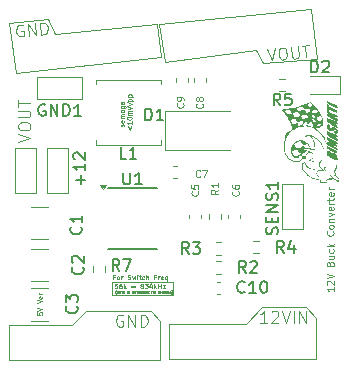
<source format=gbr>
%TF.GenerationSoftware,KiCad,Pcbnew,9.0.2*%
%TF.CreationDate,2025-06-04T19:52:49+07:00*%
%TF.ProjectId,Power Delivery Management_3.3V,506f7765-7220-4446-956c-697665727920,rev?*%
%TF.SameCoordinates,Original*%
%TF.FileFunction,Legend,Top*%
%TF.FilePolarity,Positive*%
%FSLAX46Y46*%
G04 Gerber Fmt 4.6, Leading zero omitted, Abs format (unit mm)*
G04 Created by KiCad (PCBNEW 9.0.2) date 2025-06-04 19:52:49*
%MOMM*%
%LPD*%
G01*
G04 APERTURE LIST*
%ADD10C,0.100000*%
%ADD11C,0.125000*%
%ADD12C,0.080000*%
%ADD13C,0.040000*%
%ADD14C,0.120000*%
%ADD15C,0.150000*%
%ADD16C,0.075000*%
%ADD17C,0.000000*%
G04 APERTURE END LIST*
D10*
X71503370Y-44513897D02*
X66973828Y-44880032D01*
X66379065Y-43775767D01*
X58665826Y-44775820D01*
X58184545Y-41527181D01*
X71008807Y-40269901D01*
X71503370Y-44513897D01*
X58248233Y-66703342D02*
X58248233Y-69977000D01*
X45466000Y-69977000D01*
X45466000Y-67056000D01*
X50800000Y-67056000D01*
X51968551Y-65887449D01*
X57432340Y-65887449D01*
X58248233Y-66703342D01*
X54203600Y-63398400D02*
X59323969Y-63398400D01*
X59323969Y-64465200D01*
X54203600Y-64465200D01*
X54203600Y-63398400D01*
X71447537Y-66452991D02*
X71447537Y-69923967D01*
X58978242Y-69923967D01*
X58978242Y-66960991D01*
X65478537Y-66960991D01*
X66875537Y-65563991D01*
X70558537Y-65563991D01*
X71447537Y-66452991D01*
X49340278Y-42435626D02*
X57944323Y-41564508D01*
X58301421Y-44392465D01*
X46057298Y-45724406D01*
X45435725Y-41447698D01*
X48768000Y-41148000D01*
X49340278Y-42435626D01*
D11*
X46242119Y-51511525D02*
X47242119Y-51178192D01*
X47242119Y-51178192D02*
X46242119Y-50844859D01*
X46242119Y-50321049D02*
X46242119Y-50130573D01*
X46242119Y-50130573D02*
X46289738Y-50035335D01*
X46289738Y-50035335D02*
X46384976Y-49940097D01*
X46384976Y-49940097D02*
X46575452Y-49892478D01*
X46575452Y-49892478D02*
X46908785Y-49892478D01*
X46908785Y-49892478D02*
X47099261Y-49940097D01*
X47099261Y-49940097D02*
X47194500Y-50035335D01*
X47194500Y-50035335D02*
X47242119Y-50130573D01*
X47242119Y-50130573D02*
X47242119Y-50321049D01*
X47242119Y-50321049D02*
X47194500Y-50416287D01*
X47194500Y-50416287D02*
X47099261Y-50511525D01*
X47099261Y-50511525D02*
X46908785Y-50559144D01*
X46908785Y-50559144D02*
X46575452Y-50559144D01*
X46575452Y-50559144D02*
X46384976Y-50511525D01*
X46384976Y-50511525D02*
X46289738Y-50416287D01*
X46289738Y-50416287D02*
X46242119Y-50321049D01*
X46242119Y-49463906D02*
X47051642Y-49463906D01*
X47051642Y-49463906D02*
X47146880Y-49416287D01*
X47146880Y-49416287D02*
X47194500Y-49368668D01*
X47194500Y-49368668D02*
X47242119Y-49273430D01*
X47242119Y-49273430D02*
X47242119Y-49082954D01*
X47242119Y-49082954D02*
X47194500Y-48987716D01*
X47194500Y-48987716D02*
X47146880Y-48940097D01*
X47146880Y-48940097D02*
X47051642Y-48892478D01*
X47051642Y-48892478D02*
X46242119Y-48892478D01*
X46242119Y-48559144D02*
X46242119Y-47987716D01*
X47242119Y-48273430D02*
X46242119Y-48273430D01*
X46593690Y-41648280D02*
X46494664Y-41609143D01*
X46494664Y-41609143D02*
X46352350Y-41621594D01*
X46352350Y-41621594D02*
X46214187Y-41681483D01*
X46214187Y-41681483D02*
X46127612Y-41784659D01*
X46127612Y-41784659D02*
X46088475Y-41883685D01*
X46088475Y-41883685D02*
X46057638Y-42077586D01*
X46057638Y-42077586D02*
X46070089Y-42219900D01*
X46070089Y-42219900D02*
X46134128Y-42405501D01*
X46134128Y-42405501D02*
X46189866Y-42496226D01*
X46189866Y-42496226D02*
X46293042Y-42582802D01*
X46293042Y-42582802D02*
X46439506Y-42617789D01*
X46439506Y-42617789D02*
X46534382Y-42609488D01*
X46534382Y-42609488D02*
X46672545Y-42549599D01*
X46672545Y-42549599D02*
X46715833Y-42498011D01*
X46715833Y-42498011D02*
X46686781Y-42165946D01*
X46686781Y-42165946D02*
X46497029Y-42182547D01*
X47151074Y-42555535D02*
X47063918Y-41559340D01*
X47063918Y-41559340D02*
X47720328Y-42505731D01*
X47720328Y-42505731D02*
X47633172Y-41509537D01*
X48194706Y-42464229D02*
X48107551Y-41468034D01*
X48107551Y-41468034D02*
X48344740Y-41447282D01*
X48344740Y-41447282D02*
X48491204Y-41482269D01*
X48491204Y-41482269D02*
X48594380Y-41568845D01*
X48594380Y-41568845D02*
X48650118Y-41659570D01*
X48650118Y-41659570D02*
X48714157Y-41845171D01*
X48714157Y-41845171D02*
X48726608Y-41987485D01*
X48726608Y-41987485D02*
X48695771Y-42181386D01*
X48695771Y-42181386D02*
X48656634Y-42280412D01*
X48656634Y-42280412D02*
X48570059Y-42383588D01*
X48570059Y-42383588D02*
X48431895Y-42443477D01*
X48431895Y-42443477D02*
X48194706Y-42464229D01*
D12*
X54383202Y-62983363D02*
X54249869Y-62983363D01*
X54249869Y-63192887D02*
X54249869Y-62792887D01*
X54249869Y-62792887D02*
X54440345Y-62792887D01*
X54649868Y-63192887D02*
X54611773Y-63173840D01*
X54611773Y-63173840D02*
X54592726Y-63154792D01*
X54592726Y-63154792D02*
X54573678Y-63116697D01*
X54573678Y-63116697D02*
X54573678Y-63002411D01*
X54573678Y-63002411D02*
X54592726Y-62964316D01*
X54592726Y-62964316D02*
X54611773Y-62945268D01*
X54611773Y-62945268D02*
X54649868Y-62926220D01*
X54649868Y-62926220D02*
X54707011Y-62926220D01*
X54707011Y-62926220D02*
X54745107Y-62945268D01*
X54745107Y-62945268D02*
X54764154Y-62964316D01*
X54764154Y-62964316D02*
X54783202Y-63002411D01*
X54783202Y-63002411D02*
X54783202Y-63116697D01*
X54783202Y-63116697D02*
X54764154Y-63154792D01*
X54764154Y-63154792D02*
X54745107Y-63173840D01*
X54745107Y-63173840D02*
X54707011Y-63192887D01*
X54707011Y-63192887D02*
X54649868Y-63192887D01*
X54954631Y-63192887D02*
X54954631Y-62926220D01*
X54954631Y-63002411D02*
X54973678Y-62964316D01*
X54973678Y-62964316D02*
X54992726Y-62945268D01*
X54992726Y-62945268D02*
X55030821Y-62926220D01*
X55030821Y-62926220D02*
X55068916Y-62926220D01*
X55487964Y-63173840D02*
X55545107Y-63192887D01*
X55545107Y-63192887D02*
X55640345Y-63192887D01*
X55640345Y-63192887D02*
X55678440Y-63173840D01*
X55678440Y-63173840D02*
X55697488Y-63154792D01*
X55697488Y-63154792D02*
X55716535Y-63116697D01*
X55716535Y-63116697D02*
X55716535Y-63078601D01*
X55716535Y-63078601D02*
X55697488Y-63040506D01*
X55697488Y-63040506D02*
X55678440Y-63021459D01*
X55678440Y-63021459D02*
X55640345Y-63002411D01*
X55640345Y-63002411D02*
X55564154Y-62983363D01*
X55564154Y-62983363D02*
X55526059Y-62964316D01*
X55526059Y-62964316D02*
X55507012Y-62945268D01*
X55507012Y-62945268D02*
X55487964Y-62907173D01*
X55487964Y-62907173D02*
X55487964Y-62869078D01*
X55487964Y-62869078D02*
X55507012Y-62830982D01*
X55507012Y-62830982D02*
X55526059Y-62811935D01*
X55526059Y-62811935D02*
X55564154Y-62792887D01*
X55564154Y-62792887D02*
X55659393Y-62792887D01*
X55659393Y-62792887D02*
X55716535Y-62811935D01*
X55849868Y-62926220D02*
X55926059Y-63192887D01*
X55926059Y-63192887D02*
X56002249Y-63002411D01*
X56002249Y-63002411D02*
X56078440Y-63192887D01*
X56078440Y-63192887D02*
X56154630Y-62926220D01*
X56307012Y-63192887D02*
X56307012Y-62926220D01*
X56307012Y-62792887D02*
X56287964Y-62811935D01*
X56287964Y-62811935D02*
X56307012Y-62830982D01*
X56307012Y-62830982D02*
X56326059Y-62811935D01*
X56326059Y-62811935D02*
X56307012Y-62792887D01*
X56307012Y-62792887D02*
X56307012Y-62830982D01*
X56440345Y-62926220D02*
X56592726Y-62926220D01*
X56497488Y-62792887D02*
X56497488Y-63135744D01*
X56497488Y-63135744D02*
X56516535Y-63173840D01*
X56516535Y-63173840D02*
X56554630Y-63192887D01*
X56554630Y-63192887D02*
X56592726Y-63192887D01*
X56897487Y-63173840D02*
X56859392Y-63192887D01*
X56859392Y-63192887D02*
X56783201Y-63192887D01*
X56783201Y-63192887D02*
X56745106Y-63173840D01*
X56745106Y-63173840D02*
X56726059Y-63154792D01*
X56726059Y-63154792D02*
X56707011Y-63116697D01*
X56707011Y-63116697D02*
X56707011Y-63002411D01*
X56707011Y-63002411D02*
X56726059Y-62964316D01*
X56726059Y-62964316D02*
X56745106Y-62945268D01*
X56745106Y-62945268D02*
X56783201Y-62926220D01*
X56783201Y-62926220D02*
X56859392Y-62926220D01*
X56859392Y-62926220D02*
X56897487Y-62945268D01*
X57068916Y-63192887D02*
X57068916Y-62792887D01*
X57240344Y-63192887D02*
X57240344Y-62983363D01*
X57240344Y-62983363D02*
X57221297Y-62945268D01*
X57221297Y-62945268D02*
X57183201Y-62926220D01*
X57183201Y-62926220D02*
X57126058Y-62926220D01*
X57126058Y-62926220D02*
X57087963Y-62945268D01*
X57087963Y-62945268D02*
X57068916Y-62964316D01*
X57868916Y-62983363D02*
X57735583Y-62983363D01*
X57735583Y-63192887D02*
X57735583Y-62792887D01*
X57735583Y-62792887D02*
X57926059Y-62792887D01*
X58078440Y-63192887D02*
X58078440Y-62926220D01*
X58078440Y-63002411D02*
X58097487Y-62964316D01*
X58097487Y-62964316D02*
X58116535Y-62945268D01*
X58116535Y-62945268D02*
X58154630Y-62926220D01*
X58154630Y-62926220D02*
X58192725Y-62926220D01*
X58478440Y-63173840D02*
X58440344Y-63192887D01*
X58440344Y-63192887D02*
X58364154Y-63192887D01*
X58364154Y-63192887D02*
X58326059Y-63173840D01*
X58326059Y-63173840D02*
X58307011Y-63135744D01*
X58307011Y-63135744D02*
X58307011Y-62983363D01*
X58307011Y-62983363D02*
X58326059Y-62945268D01*
X58326059Y-62945268D02*
X58364154Y-62926220D01*
X58364154Y-62926220D02*
X58440344Y-62926220D01*
X58440344Y-62926220D02*
X58478440Y-62945268D01*
X58478440Y-62945268D02*
X58497487Y-62983363D01*
X58497487Y-62983363D02*
X58497487Y-63021459D01*
X58497487Y-63021459D02*
X58307011Y-63059554D01*
X58840344Y-62926220D02*
X58840344Y-63326220D01*
X58840344Y-63173840D02*
X58802249Y-63192887D01*
X58802249Y-63192887D02*
X58726058Y-63192887D01*
X58726058Y-63192887D02*
X58687963Y-63173840D01*
X58687963Y-63173840D02*
X58668916Y-63154792D01*
X58668916Y-63154792D02*
X58649868Y-63116697D01*
X58649868Y-63116697D02*
X58649868Y-63002411D01*
X58649868Y-63002411D02*
X58668916Y-62964316D01*
X58668916Y-62964316D02*
X58687963Y-62945268D01*
X58687963Y-62945268D02*
X58726058Y-62926220D01*
X58726058Y-62926220D02*
X58802249Y-62926220D01*
X58802249Y-62926220D02*
X58840344Y-62945268D01*
X55163862Y-50241047D02*
X55182909Y-50202952D01*
X55182909Y-50202952D02*
X55182909Y-50126761D01*
X55182909Y-50126761D02*
X55163862Y-50088666D01*
X55163862Y-50088666D02*
X55125766Y-50069618D01*
X55125766Y-50069618D02*
X55106719Y-50069618D01*
X55106719Y-50069618D02*
X55068623Y-50088666D01*
X55068623Y-50088666D02*
X55049576Y-50126761D01*
X55049576Y-50126761D02*
X55049576Y-50183904D01*
X55049576Y-50183904D02*
X55030528Y-50221999D01*
X55030528Y-50221999D02*
X54992433Y-50241047D01*
X54992433Y-50241047D02*
X54973385Y-50241047D01*
X54973385Y-50241047D02*
X54935290Y-50221999D01*
X54935290Y-50221999D02*
X54916242Y-50183904D01*
X54916242Y-50183904D02*
X54916242Y-50126761D01*
X54916242Y-50126761D02*
X54935290Y-50088666D01*
X55163862Y-49745808D02*
X55182909Y-49783904D01*
X55182909Y-49783904D02*
X55182909Y-49860094D01*
X55182909Y-49860094D02*
X55163862Y-49898189D01*
X55163862Y-49898189D02*
X55125766Y-49917237D01*
X55125766Y-49917237D02*
X54973385Y-49917237D01*
X54973385Y-49917237D02*
X54935290Y-49898189D01*
X54935290Y-49898189D02*
X54916242Y-49860094D01*
X54916242Y-49860094D02*
X54916242Y-49783904D01*
X54916242Y-49783904D02*
X54935290Y-49745808D01*
X54935290Y-49745808D02*
X54973385Y-49726761D01*
X54973385Y-49726761D02*
X55011481Y-49726761D01*
X55011481Y-49726761D02*
X55049576Y-49917237D01*
X55182909Y-49555332D02*
X54916242Y-49555332D01*
X54954338Y-49555332D02*
X54935290Y-49536285D01*
X54935290Y-49536285D02*
X54916242Y-49498190D01*
X54916242Y-49498190D02*
X54916242Y-49441047D01*
X54916242Y-49441047D02*
X54935290Y-49402951D01*
X54935290Y-49402951D02*
X54973385Y-49383904D01*
X54973385Y-49383904D02*
X55182909Y-49383904D01*
X54973385Y-49383904D02*
X54935290Y-49364856D01*
X54935290Y-49364856D02*
X54916242Y-49326761D01*
X54916242Y-49326761D02*
X54916242Y-49269618D01*
X54916242Y-49269618D02*
X54935290Y-49231523D01*
X54935290Y-49231523D02*
X54973385Y-49212475D01*
X54973385Y-49212475D02*
X55182909Y-49212475D01*
X55182909Y-48964857D02*
X55163862Y-49002952D01*
X55163862Y-49002952D02*
X55144814Y-49021999D01*
X55144814Y-49021999D02*
X55106719Y-49041047D01*
X55106719Y-49041047D02*
X54992433Y-49041047D01*
X54992433Y-49041047D02*
X54954338Y-49021999D01*
X54954338Y-49021999D02*
X54935290Y-49002952D01*
X54935290Y-49002952D02*
X54916242Y-48964857D01*
X54916242Y-48964857D02*
X54916242Y-48907714D01*
X54916242Y-48907714D02*
X54935290Y-48869618D01*
X54935290Y-48869618D02*
X54954338Y-48850571D01*
X54954338Y-48850571D02*
X54992433Y-48831523D01*
X54992433Y-48831523D02*
X55106719Y-48831523D01*
X55106719Y-48831523D02*
X55144814Y-48850571D01*
X55144814Y-48850571D02*
X55163862Y-48869618D01*
X55163862Y-48869618D02*
X55182909Y-48907714D01*
X55182909Y-48907714D02*
X55182909Y-48964857D01*
X54916242Y-48488666D02*
X55240052Y-48488666D01*
X55240052Y-48488666D02*
X55278147Y-48507713D01*
X55278147Y-48507713D02*
X55297195Y-48526761D01*
X55297195Y-48526761D02*
X55316242Y-48564856D01*
X55316242Y-48564856D02*
X55316242Y-48621999D01*
X55316242Y-48621999D02*
X55297195Y-48660094D01*
X55163862Y-48488666D02*
X55182909Y-48526761D01*
X55182909Y-48526761D02*
X55182909Y-48602952D01*
X55182909Y-48602952D02*
X55163862Y-48641047D01*
X55163862Y-48641047D02*
X55144814Y-48660094D01*
X55144814Y-48660094D02*
X55106719Y-48679142D01*
X55106719Y-48679142D02*
X54992433Y-48679142D01*
X54992433Y-48679142D02*
X54954338Y-48660094D01*
X54954338Y-48660094D02*
X54935290Y-48641047D01*
X54935290Y-48641047D02*
X54916242Y-48602952D01*
X54916242Y-48602952D02*
X54916242Y-48526761D01*
X54916242Y-48526761D02*
X54935290Y-48488666D01*
X55182909Y-48126761D02*
X54973385Y-48126761D01*
X54973385Y-48126761D02*
X54935290Y-48145808D01*
X54935290Y-48145808D02*
X54916242Y-48183904D01*
X54916242Y-48183904D02*
X54916242Y-48260094D01*
X54916242Y-48260094D02*
X54935290Y-48298189D01*
X55163862Y-48126761D02*
X55182909Y-48164856D01*
X55182909Y-48164856D02*
X55182909Y-48260094D01*
X55182909Y-48260094D02*
X55163862Y-48298189D01*
X55163862Y-48298189D02*
X55125766Y-48317237D01*
X55125766Y-48317237D02*
X55087671Y-48317237D01*
X55087671Y-48317237D02*
X55049576Y-48298189D01*
X55049576Y-48298189D02*
X55030528Y-48260094D01*
X55030528Y-48260094D02*
X55030528Y-48164856D01*
X55030528Y-48164856D02*
X55011481Y-48126761D01*
X55560220Y-50202952D02*
X55674506Y-50507713D01*
X55674506Y-50507713D02*
X55788792Y-50202952D01*
X55826887Y-49802952D02*
X55826887Y-50031523D01*
X55826887Y-49917237D02*
X55426887Y-49917237D01*
X55426887Y-49917237D02*
X55484030Y-49955333D01*
X55484030Y-49955333D02*
X55522125Y-49993428D01*
X55522125Y-49993428D02*
X55541173Y-50031523D01*
X55426887Y-49555333D02*
X55426887Y-49517238D01*
X55426887Y-49517238D02*
X55445935Y-49479142D01*
X55445935Y-49479142D02*
X55464982Y-49460095D01*
X55464982Y-49460095D02*
X55503078Y-49441047D01*
X55503078Y-49441047D02*
X55579268Y-49422000D01*
X55579268Y-49422000D02*
X55674506Y-49422000D01*
X55674506Y-49422000D02*
X55750697Y-49441047D01*
X55750697Y-49441047D02*
X55788792Y-49460095D01*
X55788792Y-49460095D02*
X55807840Y-49479142D01*
X55807840Y-49479142D02*
X55826887Y-49517238D01*
X55826887Y-49517238D02*
X55826887Y-49555333D01*
X55826887Y-49555333D02*
X55807840Y-49593428D01*
X55807840Y-49593428D02*
X55788792Y-49612476D01*
X55788792Y-49612476D02*
X55750697Y-49631523D01*
X55750697Y-49631523D02*
X55674506Y-49650571D01*
X55674506Y-49650571D02*
X55579268Y-49650571D01*
X55579268Y-49650571D02*
X55503078Y-49631523D01*
X55503078Y-49631523D02*
X55464982Y-49612476D01*
X55464982Y-49612476D02*
X55445935Y-49593428D01*
X55445935Y-49593428D02*
X55426887Y-49555333D01*
X55826887Y-49250571D02*
X55560220Y-49250571D01*
X55598316Y-49250571D02*
X55579268Y-49231524D01*
X55579268Y-49231524D02*
X55560220Y-49193429D01*
X55560220Y-49193429D02*
X55560220Y-49136286D01*
X55560220Y-49136286D02*
X55579268Y-49098190D01*
X55579268Y-49098190D02*
X55617363Y-49079143D01*
X55617363Y-49079143D02*
X55826887Y-49079143D01*
X55617363Y-49079143D02*
X55579268Y-49060095D01*
X55579268Y-49060095D02*
X55560220Y-49022000D01*
X55560220Y-49022000D02*
X55560220Y-48964857D01*
X55560220Y-48964857D02*
X55579268Y-48926762D01*
X55579268Y-48926762D02*
X55617363Y-48907714D01*
X55617363Y-48907714D02*
X55826887Y-48907714D01*
X55560220Y-48755334D02*
X55826887Y-48660096D01*
X55826887Y-48660096D02*
X55560220Y-48564857D01*
X55426887Y-48469619D02*
X55826887Y-48336286D01*
X55826887Y-48336286D02*
X55426887Y-48202953D01*
X55560220Y-48069619D02*
X55960220Y-48069619D01*
X55579268Y-48069619D02*
X55560220Y-48031524D01*
X55560220Y-48031524D02*
X55560220Y-47955334D01*
X55560220Y-47955334D02*
X55579268Y-47917238D01*
X55579268Y-47917238D02*
X55598316Y-47898191D01*
X55598316Y-47898191D02*
X55636411Y-47879143D01*
X55636411Y-47879143D02*
X55750697Y-47879143D01*
X55750697Y-47879143D02*
X55788792Y-47898191D01*
X55788792Y-47898191D02*
X55807840Y-47917238D01*
X55807840Y-47917238D02*
X55826887Y-47955334D01*
X55826887Y-47955334D02*
X55826887Y-48031524D01*
X55826887Y-48031524D02*
X55807840Y-48069619D01*
X55560220Y-47707714D02*
X55960220Y-47707714D01*
X55579268Y-47707714D02*
X55560220Y-47669619D01*
X55560220Y-47669619D02*
X55560220Y-47593429D01*
X55560220Y-47593429D02*
X55579268Y-47555333D01*
X55579268Y-47555333D02*
X55598316Y-47536286D01*
X55598316Y-47536286D02*
X55636411Y-47517238D01*
X55636411Y-47517238D02*
X55750697Y-47517238D01*
X55750697Y-47517238D02*
X55788792Y-47536286D01*
X55788792Y-47536286D02*
X55807840Y-47555333D01*
X55807840Y-47555333D02*
X55826887Y-47593429D01*
X55826887Y-47593429D02*
X55826887Y-47669619D01*
X55826887Y-47669619D02*
X55807840Y-47707714D01*
D11*
X67295574Y-43682722D02*
X67714794Y-44649865D01*
X67714794Y-44649865D02*
X67959704Y-43624619D01*
X68481520Y-43578966D02*
X68671271Y-43562364D01*
X68671271Y-43562364D02*
X68770297Y-43601502D01*
X68770297Y-43601502D02*
X68873474Y-43688077D01*
X68873474Y-43688077D02*
X68937513Y-43873678D01*
X68937513Y-43873678D02*
X68966564Y-44205743D01*
X68966564Y-44205743D02*
X68935728Y-44399645D01*
X68935728Y-44399645D02*
X68849153Y-44502821D01*
X68849153Y-44502821D02*
X68758427Y-44558559D01*
X68758427Y-44558559D02*
X68568676Y-44575160D01*
X68568676Y-44575160D02*
X68469650Y-44536023D01*
X68469650Y-44536023D02*
X68366474Y-44449448D01*
X68366474Y-44449448D02*
X68302435Y-44263847D01*
X68302435Y-44263847D02*
X68273383Y-43931782D01*
X68273383Y-43931782D02*
X68304219Y-43737880D01*
X68304219Y-43737880D02*
X68390795Y-43634704D01*
X68390795Y-43634704D02*
X68481520Y-43578966D01*
X69335401Y-43504261D02*
X69405956Y-44310704D01*
X69405956Y-44310704D02*
X69461694Y-44401429D01*
X69461694Y-44401429D02*
X69513282Y-44444717D01*
X69513282Y-44444717D02*
X69612308Y-44483854D01*
X69612308Y-44483854D02*
X69802060Y-44467253D01*
X69802060Y-44467253D02*
X69892785Y-44411515D01*
X69892785Y-44411515D02*
X69936073Y-44359927D01*
X69936073Y-44359927D02*
X69975210Y-44260901D01*
X69975210Y-44260901D02*
X69904655Y-43454457D01*
X70236720Y-43425405D02*
X70805974Y-43375602D01*
X70608503Y-44396698D02*
X70521347Y-43400504D01*
D12*
X54596272Y-63544233D02*
X54405796Y-63544233D01*
X54405796Y-63544233D02*
X54386748Y-63734709D01*
X54386748Y-63734709D02*
X54405796Y-63715662D01*
X54405796Y-63715662D02*
X54443891Y-63696614D01*
X54443891Y-63696614D02*
X54539129Y-63696614D01*
X54539129Y-63696614D02*
X54577224Y-63715662D01*
X54577224Y-63715662D02*
X54596272Y-63734709D01*
X54596272Y-63734709D02*
X54615319Y-63772805D01*
X54615319Y-63772805D02*
X54615319Y-63868043D01*
X54615319Y-63868043D02*
X54596272Y-63906138D01*
X54596272Y-63906138D02*
X54577224Y-63925186D01*
X54577224Y-63925186D02*
X54539129Y-63944233D01*
X54539129Y-63944233D02*
X54443891Y-63944233D01*
X54443891Y-63944233D02*
X54405796Y-63925186D01*
X54405796Y-63925186D02*
X54386748Y-63906138D01*
X54958176Y-63544233D02*
X54881986Y-63544233D01*
X54881986Y-63544233D02*
X54843890Y-63563281D01*
X54843890Y-63563281D02*
X54824843Y-63582328D01*
X54824843Y-63582328D02*
X54786748Y-63639471D01*
X54786748Y-63639471D02*
X54767700Y-63715662D01*
X54767700Y-63715662D02*
X54767700Y-63868043D01*
X54767700Y-63868043D02*
X54786748Y-63906138D01*
X54786748Y-63906138D02*
X54805795Y-63925186D01*
X54805795Y-63925186D02*
X54843890Y-63944233D01*
X54843890Y-63944233D02*
X54920081Y-63944233D01*
X54920081Y-63944233D02*
X54958176Y-63925186D01*
X54958176Y-63925186D02*
X54977224Y-63906138D01*
X54977224Y-63906138D02*
X54996271Y-63868043D01*
X54996271Y-63868043D02*
X54996271Y-63772805D01*
X54996271Y-63772805D02*
X54977224Y-63734709D01*
X54977224Y-63734709D02*
X54958176Y-63715662D01*
X54958176Y-63715662D02*
X54920081Y-63696614D01*
X54920081Y-63696614D02*
X54843890Y-63696614D01*
X54843890Y-63696614D02*
X54805795Y-63715662D01*
X54805795Y-63715662D02*
X54786748Y-63734709D01*
X54786748Y-63734709D02*
X54767700Y-63772805D01*
X55167700Y-63944233D02*
X55167700Y-63544233D01*
X55205795Y-63791852D02*
X55320081Y-63944233D01*
X55320081Y-63677566D02*
X55167700Y-63829947D01*
X55796272Y-63734709D02*
X56101034Y-63734709D01*
X56101034Y-63848995D02*
X55796272Y-63848995D01*
X56653414Y-63715662D02*
X56615319Y-63696614D01*
X56615319Y-63696614D02*
X56596272Y-63677566D01*
X56596272Y-63677566D02*
X56577224Y-63639471D01*
X56577224Y-63639471D02*
X56577224Y-63620424D01*
X56577224Y-63620424D02*
X56596272Y-63582328D01*
X56596272Y-63582328D02*
X56615319Y-63563281D01*
X56615319Y-63563281D02*
X56653414Y-63544233D01*
X56653414Y-63544233D02*
X56729605Y-63544233D01*
X56729605Y-63544233D02*
X56767700Y-63563281D01*
X56767700Y-63563281D02*
X56786748Y-63582328D01*
X56786748Y-63582328D02*
X56805795Y-63620424D01*
X56805795Y-63620424D02*
X56805795Y-63639471D01*
X56805795Y-63639471D02*
X56786748Y-63677566D01*
X56786748Y-63677566D02*
X56767700Y-63696614D01*
X56767700Y-63696614D02*
X56729605Y-63715662D01*
X56729605Y-63715662D02*
X56653414Y-63715662D01*
X56653414Y-63715662D02*
X56615319Y-63734709D01*
X56615319Y-63734709D02*
X56596272Y-63753757D01*
X56596272Y-63753757D02*
X56577224Y-63791852D01*
X56577224Y-63791852D02*
X56577224Y-63868043D01*
X56577224Y-63868043D02*
X56596272Y-63906138D01*
X56596272Y-63906138D02*
X56615319Y-63925186D01*
X56615319Y-63925186D02*
X56653414Y-63944233D01*
X56653414Y-63944233D02*
X56729605Y-63944233D01*
X56729605Y-63944233D02*
X56767700Y-63925186D01*
X56767700Y-63925186D02*
X56786748Y-63906138D01*
X56786748Y-63906138D02*
X56805795Y-63868043D01*
X56805795Y-63868043D02*
X56805795Y-63791852D01*
X56805795Y-63791852D02*
X56786748Y-63753757D01*
X56786748Y-63753757D02*
X56767700Y-63734709D01*
X56767700Y-63734709D02*
X56729605Y-63715662D01*
X56939128Y-63544233D02*
X57186747Y-63544233D01*
X57186747Y-63544233D02*
X57053414Y-63696614D01*
X57053414Y-63696614D02*
X57110557Y-63696614D01*
X57110557Y-63696614D02*
X57148652Y-63715662D01*
X57148652Y-63715662D02*
X57167700Y-63734709D01*
X57167700Y-63734709D02*
X57186747Y-63772805D01*
X57186747Y-63772805D02*
X57186747Y-63868043D01*
X57186747Y-63868043D02*
X57167700Y-63906138D01*
X57167700Y-63906138D02*
X57148652Y-63925186D01*
X57148652Y-63925186D02*
X57110557Y-63944233D01*
X57110557Y-63944233D02*
X56996271Y-63944233D01*
X56996271Y-63944233D02*
X56958176Y-63925186D01*
X56958176Y-63925186D02*
X56939128Y-63906138D01*
X57529604Y-63677566D02*
X57529604Y-63944233D01*
X57434366Y-63525186D02*
X57339128Y-63810900D01*
X57339128Y-63810900D02*
X57586747Y-63810900D01*
X57739128Y-63944233D02*
X57739128Y-63544233D01*
X57777223Y-63791852D02*
X57891509Y-63944233D01*
X57891509Y-63677566D02*
X57739128Y-63829947D01*
X58062938Y-63944233D02*
X58062938Y-63544233D01*
X58062938Y-63734709D02*
X58291509Y-63734709D01*
X58291509Y-63944233D02*
X58291509Y-63544233D01*
X58443890Y-63677566D02*
X58653414Y-63677566D01*
X58653414Y-63677566D02*
X58443890Y-63944233D01*
X58443890Y-63944233D02*
X58653414Y-63944233D01*
D11*
X67294232Y-66853581D02*
X66722804Y-66853581D01*
X67008518Y-66853581D02*
X67008518Y-65853581D01*
X67008518Y-65853581D02*
X66913280Y-65996438D01*
X66913280Y-65996438D02*
X66818042Y-66091676D01*
X66818042Y-66091676D02*
X66722804Y-66139295D01*
X67675185Y-65948819D02*
X67722804Y-65901200D01*
X67722804Y-65901200D02*
X67818042Y-65853581D01*
X67818042Y-65853581D02*
X68056137Y-65853581D01*
X68056137Y-65853581D02*
X68151375Y-65901200D01*
X68151375Y-65901200D02*
X68198994Y-65948819D01*
X68198994Y-65948819D02*
X68246613Y-66044057D01*
X68246613Y-66044057D02*
X68246613Y-66139295D01*
X68246613Y-66139295D02*
X68198994Y-66282152D01*
X68198994Y-66282152D02*
X67627566Y-66853581D01*
X67627566Y-66853581D02*
X68246613Y-66853581D01*
X68532328Y-65853581D02*
X68865661Y-66853581D01*
X68865661Y-66853581D02*
X69198994Y-65853581D01*
X69532328Y-66853581D02*
X69532328Y-65853581D01*
X70008518Y-66853581D02*
X70008518Y-65853581D01*
X70008518Y-65853581D02*
X70579946Y-66853581D01*
X70579946Y-66853581D02*
X70579946Y-65853581D01*
D12*
X47850985Y-65971462D02*
X47850985Y-66161938D01*
X47850985Y-66161938D02*
X48041461Y-66180986D01*
X48041461Y-66180986D02*
X48022414Y-66161938D01*
X48022414Y-66161938D02*
X48003366Y-66123843D01*
X48003366Y-66123843D02*
X48003366Y-66028605D01*
X48003366Y-66028605D02*
X48022414Y-65990510D01*
X48022414Y-65990510D02*
X48041461Y-65971462D01*
X48041461Y-65971462D02*
X48079557Y-65952415D01*
X48079557Y-65952415D02*
X48174795Y-65952415D01*
X48174795Y-65952415D02*
X48212890Y-65971462D01*
X48212890Y-65971462D02*
X48231938Y-65990510D01*
X48231938Y-65990510D02*
X48250985Y-66028605D01*
X48250985Y-66028605D02*
X48250985Y-66123843D01*
X48250985Y-66123843D02*
X48231938Y-66161938D01*
X48231938Y-66161938D02*
X48212890Y-66180986D01*
X47850985Y-65838129D02*
X48250985Y-65704796D01*
X48250985Y-65704796D02*
X47850985Y-65571463D01*
X47850985Y-65190510D02*
X48250985Y-65057177D01*
X48250985Y-65057177D02*
X47850985Y-64923844D01*
X48231938Y-64638129D02*
X48250985Y-64676225D01*
X48250985Y-64676225D02*
X48250985Y-64752415D01*
X48250985Y-64752415D02*
X48231938Y-64790510D01*
X48231938Y-64790510D02*
X48193842Y-64809558D01*
X48193842Y-64809558D02*
X48041461Y-64809558D01*
X48041461Y-64809558D02*
X48003366Y-64790510D01*
X48003366Y-64790510D02*
X47984318Y-64752415D01*
X47984318Y-64752415D02*
X47984318Y-64676225D01*
X47984318Y-64676225D02*
X48003366Y-64638129D01*
X48003366Y-64638129D02*
X48041461Y-64619082D01*
X48041461Y-64619082D02*
X48079557Y-64619082D01*
X48079557Y-64619082D02*
X48117652Y-64809558D01*
X48250985Y-64447653D02*
X47984318Y-64447653D01*
X48060509Y-64447653D02*
X48022414Y-64428606D01*
X48022414Y-64428606D02*
X48003366Y-64409558D01*
X48003366Y-64409558D02*
X47984318Y-64371463D01*
X47984318Y-64371463D02*
X47984318Y-64333368D01*
D11*
X55077326Y-66223262D02*
X54982088Y-66175643D01*
X54982088Y-66175643D02*
X54839231Y-66175643D01*
X54839231Y-66175643D02*
X54696374Y-66223262D01*
X54696374Y-66223262D02*
X54601136Y-66318500D01*
X54601136Y-66318500D02*
X54553517Y-66413738D01*
X54553517Y-66413738D02*
X54505898Y-66604214D01*
X54505898Y-66604214D02*
X54505898Y-66747071D01*
X54505898Y-66747071D02*
X54553517Y-66937547D01*
X54553517Y-66937547D02*
X54601136Y-67032785D01*
X54601136Y-67032785D02*
X54696374Y-67128024D01*
X54696374Y-67128024D02*
X54839231Y-67175643D01*
X54839231Y-67175643D02*
X54934469Y-67175643D01*
X54934469Y-67175643D02*
X55077326Y-67128024D01*
X55077326Y-67128024D02*
X55124945Y-67080404D01*
X55124945Y-67080404D02*
X55124945Y-66747071D01*
X55124945Y-66747071D02*
X54934469Y-66747071D01*
X55553517Y-67175643D02*
X55553517Y-66175643D01*
X55553517Y-66175643D02*
X56124945Y-67175643D01*
X56124945Y-67175643D02*
X56124945Y-66175643D01*
X56601136Y-67175643D02*
X56601136Y-66175643D01*
X56601136Y-66175643D02*
X56839231Y-66175643D01*
X56839231Y-66175643D02*
X56982088Y-66223262D01*
X56982088Y-66223262D02*
X57077326Y-66318500D01*
X57077326Y-66318500D02*
X57124945Y-66413738D01*
X57124945Y-66413738D02*
X57172564Y-66604214D01*
X57172564Y-66604214D02*
X57172564Y-66747071D01*
X57172564Y-66747071D02*
X57124945Y-66937547D01*
X57124945Y-66937547D02*
X57077326Y-67032785D01*
X57077326Y-67032785D02*
X56982088Y-67128024D01*
X56982088Y-67128024D02*
X56839231Y-67175643D01*
X56839231Y-67175643D02*
X56601136Y-67175643D01*
D13*
X54501139Y-64408103D02*
X54491616Y-64398579D01*
X54491616Y-64398579D02*
X54472568Y-64370008D01*
X54472568Y-64370008D02*
X54463044Y-64350960D01*
X54463044Y-64350960D02*
X54453520Y-64322389D01*
X54453520Y-64322389D02*
X54443997Y-64274769D01*
X54443997Y-64274769D02*
X54443997Y-64236674D01*
X54443997Y-64236674D02*
X54453520Y-64189055D01*
X54453520Y-64189055D02*
X54463044Y-64160484D01*
X54463044Y-64160484D02*
X54472568Y-64141436D01*
X54472568Y-64141436D02*
X54491616Y-64112865D01*
X54491616Y-64112865D02*
X54501139Y-64103341D01*
X54577330Y-64331912D02*
X54577330Y-64198579D01*
X54577330Y-64236674D02*
X54586853Y-64217627D01*
X54586853Y-64217627D02*
X54596377Y-64208103D01*
X54596377Y-64208103D02*
X54615425Y-64198579D01*
X54615425Y-64198579D02*
X54634472Y-64198579D01*
X54777330Y-64322389D02*
X54758282Y-64331912D01*
X54758282Y-64331912D02*
X54720187Y-64331912D01*
X54720187Y-64331912D02*
X54701140Y-64322389D01*
X54701140Y-64322389D02*
X54691616Y-64303341D01*
X54691616Y-64303341D02*
X54691616Y-64227150D01*
X54691616Y-64227150D02*
X54701140Y-64208103D01*
X54701140Y-64208103D02*
X54720187Y-64198579D01*
X54720187Y-64198579D02*
X54758282Y-64198579D01*
X54758282Y-64198579D02*
X54777330Y-64208103D01*
X54777330Y-64208103D02*
X54786854Y-64227150D01*
X54786854Y-64227150D02*
X54786854Y-64246198D01*
X54786854Y-64246198D02*
X54691616Y-64265246D01*
X54843997Y-64198579D02*
X54920188Y-64198579D01*
X54872569Y-64331912D02*
X54872569Y-64160484D01*
X54872569Y-64160484D02*
X54882092Y-64141436D01*
X54882092Y-64141436D02*
X54901140Y-64131912D01*
X54901140Y-64131912D02*
X54920188Y-64131912D01*
X55063045Y-64322389D02*
X55043997Y-64331912D01*
X55043997Y-64331912D02*
X55005902Y-64331912D01*
X55005902Y-64331912D02*
X54986855Y-64322389D01*
X54986855Y-64322389D02*
X54977331Y-64303341D01*
X54977331Y-64303341D02*
X54977331Y-64227150D01*
X54977331Y-64227150D02*
X54986855Y-64208103D01*
X54986855Y-64208103D02*
X55005902Y-64198579D01*
X55005902Y-64198579D02*
X55043997Y-64198579D01*
X55043997Y-64198579D02*
X55063045Y-64208103D01*
X55063045Y-64208103D02*
X55072569Y-64227150D01*
X55072569Y-64227150D02*
X55072569Y-64246198D01*
X55072569Y-64246198D02*
X54977331Y-64265246D01*
X55158284Y-64331912D02*
X55158284Y-64198579D01*
X55158284Y-64236674D02*
X55167807Y-64217627D01*
X55167807Y-64217627D02*
X55177331Y-64208103D01*
X55177331Y-64208103D02*
X55196379Y-64198579D01*
X55196379Y-64198579D02*
X55215426Y-64198579D01*
X55405903Y-64198579D02*
X55482094Y-64198579D01*
X55434475Y-64131912D02*
X55434475Y-64303341D01*
X55434475Y-64303341D02*
X55443998Y-64322389D01*
X55443998Y-64322389D02*
X55463046Y-64331912D01*
X55463046Y-64331912D02*
X55482094Y-64331912D01*
X55577332Y-64331912D02*
X55558284Y-64322389D01*
X55558284Y-64322389D02*
X55548761Y-64312865D01*
X55548761Y-64312865D02*
X55539237Y-64293817D01*
X55539237Y-64293817D02*
X55539237Y-64236674D01*
X55539237Y-64236674D02*
X55548761Y-64217627D01*
X55548761Y-64217627D02*
X55558284Y-64208103D01*
X55558284Y-64208103D02*
X55577332Y-64198579D01*
X55577332Y-64198579D02*
X55605903Y-64198579D01*
X55605903Y-64198579D02*
X55624951Y-64208103D01*
X55624951Y-64208103D02*
X55634475Y-64217627D01*
X55634475Y-64217627D02*
X55643999Y-64236674D01*
X55643999Y-64236674D02*
X55643999Y-64293817D01*
X55643999Y-64293817D02*
X55634475Y-64312865D01*
X55634475Y-64312865D02*
X55624951Y-64322389D01*
X55624951Y-64322389D02*
X55605903Y-64331912D01*
X55605903Y-64331912D02*
X55577332Y-64331912D01*
X55967808Y-64331912D02*
X55967808Y-64131912D01*
X55967808Y-64322389D02*
X55948760Y-64331912D01*
X55948760Y-64331912D02*
X55910665Y-64331912D01*
X55910665Y-64331912D02*
X55891617Y-64322389D01*
X55891617Y-64322389D02*
X55882094Y-64312865D01*
X55882094Y-64312865D02*
X55872570Y-64293817D01*
X55872570Y-64293817D02*
X55872570Y-64236674D01*
X55872570Y-64236674D02*
X55882094Y-64217627D01*
X55882094Y-64217627D02*
X55891617Y-64208103D01*
X55891617Y-64208103D02*
X55910665Y-64198579D01*
X55910665Y-64198579D02*
X55948760Y-64198579D01*
X55948760Y-64198579D02*
X55967808Y-64208103D01*
X56148760Y-64331912D02*
X56148760Y-64227150D01*
X56148760Y-64227150D02*
X56139236Y-64208103D01*
X56139236Y-64208103D02*
X56120188Y-64198579D01*
X56120188Y-64198579D02*
X56082093Y-64198579D01*
X56082093Y-64198579D02*
X56063046Y-64208103D01*
X56148760Y-64322389D02*
X56129712Y-64331912D01*
X56129712Y-64331912D02*
X56082093Y-64331912D01*
X56082093Y-64331912D02*
X56063046Y-64322389D01*
X56063046Y-64322389D02*
X56053522Y-64303341D01*
X56053522Y-64303341D02*
X56053522Y-64284293D01*
X56053522Y-64284293D02*
X56063046Y-64265246D01*
X56063046Y-64265246D02*
X56082093Y-64255722D01*
X56082093Y-64255722D02*
X56129712Y-64255722D01*
X56129712Y-64255722D02*
X56148760Y-64246198D01*
X56215426Y-64198579D02*
X56291617Y-64198579D01*
X56243998Y-64131912D02*
X56243998Y-64303341D01*
X56243998Y-64303341D02*
X56253521Y-64322389D01*
X56253521Y-64322389D02*
X56272569Y-64331912D01*
X56272569Y-64331912D02*
X56291617Y-64331912D01*
X56443998Y-64331912D02*
X56443998Y-64227150D01*
X56443998Y-64227150D02*
X56434474Y-64208103D01*
X56434474Y-64208103D02*
X56415426Y-64198579D01*
X56415426Y-64198579D02*
X56377331Y-64198579D01*
X56377331Y-64198579D02*
X56358284Y-64208103D01*
X56443998Y-64322389D02*
X56424950Y-64331912D01*
X56424950Y-64331912D02*
X56377331Y-64331912D01*
X56377331Y-64331912D02*
X56358284Y-64322389D01*
X56358284Y-64322389D02*
X56348760Y-64303341D01*
X56348760Y-64303341D02*
X56348760Y-64284293D01*
X56348760Y-64284293D02*
X56358284Y-64265246D01*
X56358284Y-64265246D02*
X56377331Y-64255722D01*
X56377331Y-64255722D02*
X56424950Y-64255722D01*
X56424950Y-64255722D02*
X56443998Y-64246198D01*
X56529712Y-64322389D02*
X56548759Y-64331912D01*
X56548759Y-64331912D02*
X56586855Y-64331912D01*
X56586855Y-64331912D02*
X56605902Y-64322389D01*
X56605902Y-64322389D02*
X56615426Y-64303341D01*
X56615426Y-64303341D02*
X56615426Y-64293817D01*
X56615426Y-64293817D02*
X56605902Y-64274769D01*
X56605902Y-64274769D02*
X56586855Y-64265246D01*
X56586855Y-64265246D02*
X56558283Y-64265246D01*
X56558283Y-64265246D02*
X56539236Y-64255722D01*
X56539236Y-64255722D02*
X56529712Y-64236674D01*
X56529712Y-64236674D02*
X56529712Y-64227150D01*
X56529712Y-64227150D02*
X56539236Y-64208103D01*
X56539236Y-64208103D02*
X56558283Y-64198579D01*
X56558283Y-64198579D02*
X56586855Y-64198579D01*
X56586855Y-64198579D02*
X56605902Y-64208103D01*
X56701141Y-64331912D02*
X56701141Y-64131912D01*
X56786855Y-64331912D02*
X56786855Y-64227150D01*
X56786855Y-64227150D02*
X56777331Y-64208103D01*
X56777331Y-64208103D02*
X56758283Y-64198579D01*
X56758283Y-64198579D02*
X56729712Y-64198579D01*
X56729712Y-64198579D02*
X56710664Y-64208103D01*
X56710664Y-64208103D02*
X56701141Y-64217627D01*
X56958283Y-64322389D02*
X56939235Y-64331912D01*
X56939235Y-64331912D02*
X56901140Y-64331912D01*
X56901140Y-64331912D02*
X56882093Y-64322389D01*
X56882093Y-64322389D02*
X56872569Y-64303341D01*
X56872569Y-64303341D02*
X56872569Y-64227150D01*
X56872569Y-64227150D02*
X56882093Y-64208103D01*
X56882093Y-64208103D02*
X56901140Y-64198579D01*
X56901140Y-64198579D02*
X56939235Y-64198579D01*
X56939235Y-64198579D02*
X56958283Y-64208103D01*
X56958283Y-64208103D02*
X56967807Y-64227150D01*
X56967807Y-64227150D02*
X56967807Y-64246198D01*
X56967807Y-64246198D02*
X56872569Y-64265246D01*
X57129712Y-64322389D02*
X57110664Y-64331912D01*
X57110664Y-64331912D02*
X57072569Y-64331912D01*
X57072569Y-64331912D02*
X57053522Y-64322389D01*
X57053522Y-64322389D02*
X57043998Y-64303341D01*
X57043998Y-64303341D02*
X57043998Y-64227150D01*
X57043998Y-64227150D02*
X57053522Y-64208103D01*
X57053522Y-64208103D02*
X57072569Y-64198579D01*
X57072569Y-64198579D02*
X57110664Y-64198579D01*
X57110664Y-64198579D02*
X57129712Y-64208103D01*
X57129712Y-64208103D02*
X57139236Y-64227150D01*
X57139236Y-64227150D02*
X57139236Y-64246198D01*
X57139236Y-64246198D02*
X57043998Y-64265246D01*
X57196379Y-64198579D02*
X57272570Y-64198579D01*
X57224951Y-64131912D02*
X57224951Y-64303341D01*
X57224951Y-64303341D02*
X57234474Y-64322389D01*
X57234474Y-64322389D02*
X57253522Y-64331912D01*
X57253522Y-64331912D02*
X57272570Y-64331912D01*
X57463046Y-64198579D02*
X57539237Y-64198579D01*
X57491618Y-64331912D02*
X57491618Y-64160484D01*
X57491618Y-64160484D02*
X57501141Y-64141436D01*
X57501141Y-64141436D02*
X57520189Y-64131912D01*
X57520189Y-64131912D02*
X57539237Y-64131912D01*
X57634475Y-64331912D02*
X57615427Y-64322389D01*
X57615427Y-64322389D02*
X57605904Y-64312865D01*
X57605904Y-64312865D02*
X57596380Y-64293817D01*
X57596380Y-64293817D02*
X57596380Y-64236674D01*
X57596380Y-64236674D02*
X57605904Y-64217627D01*
X57605904Y-64217627D02*
X57615427Y-64208103D01*
X57615427Y-64208103D02*
X57634475Y-64198579D01*
X57634475Y-64198579D02*
X57663046Y-64198579D01*
X57663046Y-64198579D02*
X57682094Y-64208103D01*
X57682094Y-64208103D02*
X57691618Y-64217627D01*
X57691618Y-64217627D02*
X57701142Y-64236674D01*
X57701142Y-64236674D02*
X57701142Y-64293817D01*
X57701142Y-64293817D02*
X57691618Y-64312865D01*
X57691618Y-64312865D02*
X57682094Y-64322389D01*
X57682094Y-64322389D02*
X57663046Y-64331912D01*
X57663046Y-64331912D02*
X57634475Y-64331912D01*
X57786856Y-64331912D02*
X57786856Y-64198579D01*
X57786856Y-64236674D02*
X57796379Y-64217627D01*
X57796379Y-64217627D02*
X57805903Y-64208103D01*
X57805903Y-64208103D02*
X57824951Y-64198579D01*
X57824951Y-64198579D02*
X57843998Y-64198579D01*
X58034475Y-64198579D02*
X58110666Y-64198579D01*
X58063047Y-64331912D02*
X58063047Y-64160484D01*
X58063047Y-64160484D02*
X58072570Y-64141436D01*
X58072570Y-64141436D02*
X58091618Y-64131912D01*
X58091618Y-64131912D02*
X58110666Y-64131912D01*
X58205904Y-64331912D02*
X58186856Y-64322389D01*
X58186856Y-64322389D02*
X58177333Y-64312865D01*
X58177333Y-64312865D02*
X58167809Y-64293817D01*
X58167809Y-64293817D02*
X58167809Y-64236674D01*
X58167809Y-64236674D02*
X58177333Y-64217627D01*
X58177333Y-64217627D02*
X58186856Y-64208103D01*
X58186856Y-64208103D02*
X58205904Y-64198579D01*
X58205904Y-64198579D02*
X58234475Y-64198579D01*
X58234475Y-64198579D02*
X58253523Y-64208103D01*
X58253523Y-64208103D02*
X58263047Y-64217627D01*
X58263047Y-64217627D02*
X58272571Y-64236674D01*
X58272571Y-64236674D02*
X58272571Y-64293817D01*
X58272571Y-64293817D02*
X58263047Y-64312865D01*
X58263047Y-64312865D02*
X58253523Y-64322389D01*
X58253523Y-64322389D02*
X58234475Y-64331912D01*
X58234475Y-64331912D02*
X58205904Y-64331912D01*
X58358285Y-64331912D02*
X58358285Y-64198579D01*
X58358285Y-64236674D02*
X58367808Y-64217627D01*
X58367808Y-64217627D02*
X58377332Y-64208103D01*
X58377332Y-64208103D02*
X58396380Y-64198579D01*
X58396380Y-64198579D02*
X58415427Y-64198579D01*
X58482095Y-64331912D02*
X58482095Y-64198579D01*
X58482095Y-64217627D02*
X58491618Y-64208103D01*
X58491618Y-64208103D02*
X58510666Y-64198579D01*
X58510666Y-64198579D02*
X58539237Y-64198579D01*
X58539237Y-64198579D02*
X58558285Y-64208103D01*
X58558285Y-64208103D02*
X58567809Y-64227150D01*
X58567809Y-64227150D02*
X58567809Y-64331912D01*
X58567809Y-64227150D02*
X58577333Y-64208103D01*
X58577333Y-64208103D02*
X58596380Y-64198579D01*
X58596380Y-64198579D02*
X58624952Y-64198579D01*
X58624952Y-64198579D02*
X58643999Y-64208103D01*
X58643999Y-64208103D02*
X58653523Y-64227150D01*
X58653523Y-64227150D02*
X58653523Y-64331912D01*
X58834476Y-64198579D02*
X58834476Y-64331912D01*
X58748762Y-64198579D02*
X58748762Y-64303341D01*
X58748762Y-64303341D02*
X58758285Y-64322389D01*
X58758285Y-64322389D02*
X58777333Y-64331912D01*
X58777333Y-64331912D02*
X58805904Y-64331912D01*
X58805904Y-64331912D02*
X58824952Y-64322389D01*
X58824952Y-64322389D02*
X58834476Y-64312865D01*
X58958285Y-64331912D02*
X58939237Y-64322389D01*
X58939237Y-64322389D02*
X58929714Y-64303341D01*
X58929714Y-64303341D02*
X58929714Y-64131912D01*
X59120190Y-64331912D02*
X59120190Y-64227150D01*
X59120190Y-64227150D02*
X59110666Y-64208103D01*
X59110666Y-64208103D02*
X59091618Y-64198579D01*
X59091618Y-64198579D02*
X59053523Y-64198579D01*
X59053523Y-64198579D02*
X59034476Y-64208103D01*
X59120190Y-64322389D02*
X59101142Y-64331912D01*
X59101142Y-64331912D02*
X59053523Y-64331912D01*
X59053523Y-64331912D02*
X59034476Y-64322389D01*
X59034476Y-64322389D02*
X59024952Y-64303341D01*
X59024952Y-64303341D02*
X59024952Y-64284293D01*
X59024952Y-64284293D02*
X59034476Y-64265246D01*
X59034476Y-64265246D02*
X59053523Y-64255722D01*
X59053523Y-64255722D02*
X59101142Y-64255722D01*
X59101142Y-64255722D02*
X59120190Y-64246198D01*
X59196380Y-64408103D02*
X59205904Y-64398579D01*
X59205904Y-64398579D02*
X59224951Y-64370008D01*
X59224951Y-64370008D02*
X59234475Y-64350960D01*
X59234475Y-64350960D02*
X59243999Y-64322389D01*
X59243999Y-64322389D02*
X59253523Y-64274769D01*
X59253523Y-64274769D02*
X59253523Y-64236674D01*
X59253523Y-64236674D02*
X59243999Y-64189055D01*
X59243999Y-64189055D02*
X59234475Y-64160484D01*
X59234475Y-64160484D02*
X59224951Y-64141436D01*
X59224951Y-64141436D02*
X59205904Y-64112865D01*
X59205904Y-64112865D02*
X59196380Y-64103341D01*
D14*
X72945331Y-63852910D02*
X72945331Y-64195767D01*
X72945331Y-64024338D02*
X72345331Y-64024338D01*
X72345331Y-64024338D02*
X72431045Y-64081481D01*
X72431045Y-64081481D02*
X72488188Y-64138624D01*
X72488188Y-64138624D02*
X72516760Y-64195767D01*
X72402474Y-63624338D02*
X72373902Y-63595766D01*
X72373902Y-63595766D02*
X72345331Y-63538624D01*
X72345331Y-63538624D02*
X72345331Y-63395766D01*
X72345331Y-63395766D02*
X72373902Y-63338624D01*
X72373902Y-63338624D02*
X72402474Y-63310052D01*
X72402474Y-63310052D02*
X72459617Y-63281481D01*
X72459617Y-63281481D02*
X72516760Y-63281481D01*
X72516760Y-63281481D02*
X72602474Y-63310052D01*
X72602474Y-63310052D02*
X72945331Y-63652909D01*
X72945331Y-63652909D02*
X72945331Y-63281481D01*
X72345331Y-63110052D02*
X72945331Y-62910052D01*
X72945331Y-62910052D02*
X72345331Y-62710052D01*
X72631045Y-61852908D02*
X72659617Y-61767194D01*
X72659617Y-61767194D02*
X72688188Y-61738623D01*
X72688188Y-61738623D02*
X72745331Y-61710051D01*
X72745331Y-61710051D02*
X72831045Y-61710051D01*
X72831045Y-61710051D02*
X72888188Y-61738623D01*
X72888188Y-61738623D02*
X72916760Y-61767194D01*
X72916760Y-61767194D02*
X72945331Y-61824337D01*
X72945331Y-61824337D02*
X72945331Y-62052908D01*
X72945331Y-62052908D02*
X72345331Y-62052908D01*
X72345331Y-62052908D02*
X72345331Y-61852908D01*
X72345331Y-61852908D02*
X72373902Y-61795766D01*
X72373902Y-61795766D02*
X72402474Y-61767194D01*
X72402474Y-61767194D02*
X72459617Y-61738623D01*
X72459617Y-61738623D02*
X72516760Y-61738623D01*
X72516760Y-61738623D02*
X72573902Y-61767194D01*
X72573902Y-61767194D02*
X72602474Y-61795766D01*
X72602474Y-61795766D02*
X72631045Y-61852908D01*
X72631045Y-61852908D02*
X72631045Y-62052908D01*
X72545331Y-61195766D02*
X72945331Y-61195766D01*
X72545331Y-61452908D02*
X72859617Y-61452908D01*
X72859617Y-61452908D02*
X72916760Y-61424337D01*
X72916760Y-61424337D02*
X72945331Y-61367194D01*
X72945331Y-61367194D02*
X72945331Y-61281480D01*
X72945331Y-61281480D02*
X72916760Y-61224337D01*
X72916760Y-61224337D02*
X72888188Y-61195766D01*
X72916760Y-60652909D02*
X72945331Y-60710051D01*
X72945331Y-60710051D02*
X72945331Y-60824337D01*
X72945331Y-60824337D02*
X72916760Y-60881480D01*
X72916760Y-60881480D02*
X72888188Y-60910051D01*
X72888188Y-60910051D02*
X72831045Y-60938623D01*
X72831045Y-60938623D02*
X72659617Y-60938623D01*
X72659617Y-60938623D02*
X72602474Y-60910051D01*
X72602474Y-60910051D02*
X72573902Y-60881480D01*
X72573902Y-60881480D02*
X72545331Y-60824337D01*
X72545331Y-60824337D02*
X72545331Y-60710051D01*
X72545331Y-60710051D02*
X72573902Y-60652909D01*
X72945331Y-60395765D02*
X72345331Y-60395765D01*
X72716760Y-60338623D02*
X72945331Y-60167194D01*
X72545331Y-60167194D02*
X72773902Y-60395765D01*
X72888188Y-59110051D02*
X72916760Y-59138623D01*
X72916760Y-59138623D02*
X72945331Y-59224337D01*
X72945331Y-59224337D02*
X72945331Y-59281480D01*
X72945331Y-59281480D02*
X72916760Y-59367194D01*
X72916760Y-59367194D02*
X72859617Y-59424337D01*
X72859617Y-59424337D02*
X72802474Y-59452908D01*
X72802474Y-59452908D02*
X72688188Y-59481480D01*
X72688188Y-59481480D02*
X72602474Y-59481480D01*
X72602474Y-59481480D02*
X72488188Y-59452908D01*
X72488188Y-59452908D02*
X72431045Y-59424337D01*
X72431045Y-59424337D02*
X72373902Y-59367194D01*
X72373902Y-59367194D02*
X72345331Y-59281480D01*
X72345331Y-59281480D02*
X72345331Y-59224337D01*
X72345331Y-59224337D02*
X72373902Y-59138623D01*
X72373902Y-59138623D02*
X72402474Y-59110051D01*
X72945331Y-58767194D02*
X72916760Y-58824337D01*
X72916760Y-58824337D02*
X72888188Y-58852908D01*
X72888188Y-58852908D02*
X72831045Y-58881480D01*
X72831045Y-58881480D02*
X72659617Y-58881480D01*
X72659617Y-58881480D02*
X72602474Y-58852908D01*
X72602474Y-58852908D02*
X72573902Y-58824337D01*
X72573902Y-58824337D02*
X72545331Y-58767194D01*
X72545331Y-58767194D02*
X72545331Y-58681480D01*
X72545331Y-58681480D02*
X72573902Y-58624337D01*
X72573902Y-58624337D02*
X72602474Y-58595766D01*
X72602474Y-58595766D02*
X72659617Y-58567194D01*
X72659617Y-58567194D02*
X72831045Y-58567194D01*
X72831045Y-58567194D02*
X72888188Y-58595766D01*
X72888188Y-58595766D02*
X72916760Y-58624337D01*
X72916760Y-58624337D02*
X72945331Y-58681480D01*
X72945331Y-58681480D02*
X72945331Y-58767194D01*
X72545331Y-58310051D02*
X72945331Y-58310051D01*
X72602474Y-58310051D02*
X72573902Y-58281480D01*
X72573902Y-58281480D02*
X72545331Y-58224337D01*
X72545331Y-58224337D02*
X72545331Y-58138623D01*
X72545331Y-58138623D02*
X72573902Y-58081480D01*
X72573902Y-58081480D02*
X72631045Y-58052909D01*
X72631045Y-58052909D02*
X72945331Y-58052909D01*
X72545331Y-57824337D02*
X72945331Y-57681480D01*
X72945331Y-57681480D02*
X72545331Y-57538623D01*
X72916760Y-57081480D02*
X72945331Y-57138623D01*
X72945331Y-57138623D02*
X72945331Y-57252909D01*
X72945331Y-57252909D02*
X72916760Y-57310051D01*
X72916760Y-57310051D02*
X72859617Y-57338623D01*
X72859617Y-57338623D02*
X72631045Y-57338623D01*
X72631045Y-57338623D02*
X72573902Y-57310051D01*
X72573902Y-57310051D02*
X72545331Y-57252909D01*
X72545331Y-57252909D02*
X72545331Y-57138623D01*
X72545331Y-57138623D02*
X72573902Y-57081480D01*
X72573902Y-57081480D02*
X72631045Y-57052909D01*
X72631045Y-57052909D02*
X72688188Y-57052909D01*
X72688188Y-57052909D02*
X72745331Y-57338623D01*
X72945331Y-56795765D02*
X72545331Y-56795765D01*
X72659617Y-56795765D02*
X72602474Y-56767194D01*
X72602474Y-56767194D02*
X72573902Y-56738623D01*
X72573902Y-56738623D02*
X72545331Y-56681480D01*
X72545331Y-56681480D02*
X72545331Y-56624337D01*
X72545331Y-56510051D02*
X72545331Y-56281479D01*
X72345331Y-56424336D02*
X72859617Y-56424336D01*
X72859617Y-56424336D02*
X72916760Y-56395765D01*
X72916760Y-56395765D02*
X72945331Y-56338622D01*
X72945331Y-56338622D02*
X72945331Y-56281479D01*
X72916760Y-55852908D02*
X72945331Y-55910051D01*
X72945331Y-55910051D02*
X72945331Y-56024337D01*
X72945331Y-56024337D02*
X72916760Y-56081479D01*
X72916760Y-56081479D02*
X72859617Y-56110051D01*
X72859617Y-56110051D02*
X72631045Y-56110051D01*
X72631045Y-56110051D02*
X72573902Y-56081479D01*
X72573902Y-56081479D02*
X72545331Y-56024337D01*
X72545331Y-56024337D02*
X72545331Y-55910051D01*
X72545331Y-55910051D02*
X72573902Y-55852908D01*
X72573902Y-55852908D02*
X72631045Y-55824337D01*
X72631045Y-55824337D02*
X72688188Y-55824337D01*
X72688188Y-55824337D02*
X72745331Y-56110051D01*
X72945331Y-55567193D02*
X72545331Y-55567193D01*
X72659617Y-55567193D02*
X72602474Y-55538622D01*
X72602474Y-55538622D02*
X72573902Y-55510051D01*
X72573902Y-55510051D02*
X72545331Y-55452908D01*
X72545331Y-55452908D02*
X72545331Y-55395765D01*
D15*
X51528593Y-58736252D02*
X51576213Y-58783871D01*
X51576213Y-58783871D02*
X51623832Y-58926728D01*
X51623832Y-58926728D02*
X51623832Y-59021966D01*
X51623832Y-59021966D02*
X51576213Y-59164823D01*
X51576213Y-59164823D02*
X51480974Y-59260061D01*
X51480974Y-59260061D02*
X51385736Y-59307680D01*
X51385736Y-59307680D02*
X51195260Y-59355299D01*
X51195260Y-59355299D02*
X51052403Y-59355299D01*
X51052403Y-59355299D02*
X50861927Y-59307680D01*
X50861927Y-59307680D02*
X50766689Y-59260061D01*
X50766689Y-59260061D02*
X50671451Y-59164823D01*
X50671451Y-59164823D02*
X50623832Y-59021966D01*
X50623832Y-59021966D02*
X50623832Y-58926728D01*
X50623832Y-58926728D02*
X50671451Y-58783871D01*
X50671451Y-58783871D02*
X50719070Y-58736252D01*
X51623832Y-57783871D02*
X51623832Y-58355299D01*
X51623832Y-58069585D02*
X50623832Y-58069585D01*
X50623832Y-58069585D02*
X50766689Y-58164823D01*
X50766689Y-58164823D02*
X50861927Y-58260061D01*
X50861927Y-58260061D02*
X50909546Y-58355299D01*
X55371904Y-52980218D02*
X54895714Y-52980218D01*
X54895714Y-52980218D02*
X54895714Y-51980218D01*
X56229047Y-52980218D02*
X55657619Y-52980218D01*
X55943333Y-52980218D02*
X55943333Y-51980218D01*
X55943333Y-51980218D02*
X55848095Y-52123075D01*
X55848095Y-52123075D02*
X55752857Y-52218313D01*
X55752857Y-52218313D02*
X55657619Y-52265932D01*
X51159580Y-65444666D02*
X51207200Y-65492285D01*
X51207200Y-65492285D02*
X51254819Y-65635142D01*
X51254819Y-65635142D02*
X51254819Y-65730380D01*
X51254819Y-65730380D02*
X51207200Y-65873237D01*
X51207200Y-65873237D02*
X51111961Y-65968475D01*
X51111961Y-65968475D02*
X51016723Y-66016094D01*
X51016723Y-66016094D02*
X50826247Y-66063713D01*
X50826247Y-66063713D02*
X50683390Y-66063713D01*
X50683390Y-66063713D02*
X50492914Y-66016094D01*
X50492914Y-66016094D02*
X50397676Y-65968475D01*
X50397676Y-65968475D02*
X50302438Y-65873237D01*
X50302438Y-65873237D02*
X50254819Y-65730380D01*
X50254819Y-65730380D02*
X50254819Y-65635142D01*
X50254819Y-65635142D02*
X50302438Y-65492285D01*
X50302438Y-65492285D02*
X50350057Y-65444666D01*
X50254819Y-65111332D02*
X50254819Y-64492285D01*
X50254819Y-64492285D02*
X50635771Y-64825618D01*
X50635771Y-64825618D02*
X50635771Y-64682761D01*
X50635771Y-64682761D02*
X50683390Y-64587523D01*
X50683390Y-64587523D02*
X50731009Y-64539904D01*
X50731009Y-64539904D02*
X50826247Y-64492285D01*
X50826247Y-64492285D02*
X51064342Y-64492285D01*
X51064342Y-64492285D02*
X51159580Y-64539904D01*
X51159580Y-64539904D02*
X51207200Y-64587523D01*
X51207200Y-64587523D02*
X51254819Y-64682761D01*
X51254819Y-64682761D02*
X51254819Y-64968475D01*
X51254819Y-64968475D02*
X51207200Y-65063713D01*
X51207200Y-65063713D02*
X51159580Y-65111332D01*
X54798933Y-62481619D02*
X54465600Y-62005428D01*
X54227505Y-62481619D02*
X54227505Y-61481619D01*
X54227505Y-61481619D02*
X54608457Y-61481619D01*
X54608457Y-61481619D02*
X54703695Y-61529238D01*
X54703695Y-61529238D02*
X54751314Y-61576857D01*
X54751314Y-61576857D02*
X54798933Y-61672095D01*
X54798933Y-61672095D02*
X54798933Y-61814952D01*
X54798933Y-61814952D02*
X54751314Y-61910190D01*
X54751314Y-61910190D02*
X54703695Y-61957809D01*
X54703695Y-61957809D02*
X54608457Y-62005428D01*
X54608457Y-62005428D02*
X54227505Y-62005428D01*
X55132267Y-61481619D02*
X55798933Y-61481619D01*
X55798933Y-61481619D02*
X55370362Y-62481619D01*
X65397142Y-64240580D02*
X65349523Y-64288200D01*
X65349523Y-64288200D02*
X65206666Y-64335819D01*
X65206666Y-64335819D02*
X65111428Y-64335819D01*
X65111428Y-64335819D02*
X64968571Y-64288200D01*
X64968571Y-64288200D02*
X64873333Y-64192961D01*
X64873333Y-64192961D02*
X64825714Y-64097723D01*
X64825714Y-64097723D02*
X64778095Y-63907247D01*
X64778095Y-63907247D02*
X64778095Y-63764390D01*
X64778095Y-63764390D02*
X64825714Y-63573914D01*
X64825714Y-63573914D02*
X64873333Y-63478676D01*
X64873333Y-63478676D02*
X64968571Y-63383438D01*
X64968571Y-63383438D02*
X65111428Y-63335819D01*
X65111428Y-63335819D02*
X65206666Y-63335819D01*
X65206666Y-63335819D02*
X65349523Y-63383438D01*
X65349523Y-63383438D02*
X65397142Y-63431057D01*
X66349523Y-64335819D02*
X65778095Y-64335819D01*
X66063809Y-64335819D02*
X66063809Y-63335819D01*
X66063809Y-63335819D02*
X65968571Y-63478676D01*
X65968571Y-63478676D02*
X65873333Y-63573914D01*
X65873333Y-63573914D02*
X65778095Y-63621533D01*
X66968571Y-63335819D02*
X67063809Y-63335819D01*
X67063809Y-63335819D02*
X67159047Y-63383438D01*
X67159047Y-63383438D02*
X67206666Y-63431057D01*
X67206666Y-63431057D02*
X67254285Y-63526295D01*
X67254285Y-63526295D02*
X67301904Y-63716771D01*
X67301904Y-63716771D02*
X67301904Y-63954866D01*
X67301904Y-63954866D02*
X67254285Y-64145342D01*
X67254285Y-64145342D02*
X67206666Y-64240580D01*
X67206666Y-64240580D02*
X67159047Y-64288200D01*
X67159047Y-64288200D02*
X67063809Y-64335819D01*
X67063809Y-64335819D02*
X66968571Y-64335819D01*
X66968571Y-64335819D02*
X66873333Y-64288200D01*
X66873333Y-64288200D02*
X66825714Y-64240580D01*
X66825714Y-64240580D02*
X66778095Y-64145342D01*
X66778095Y-64145342D02*
X66730476Y-63954866D01*
X66730476Y-63954866D02*
X66730476Y-63716771D01*
X66730476Y-63716771D02*
X66778095Y-63526295D01*
X66778095Y-63526295D02*
X66825714Y-63431057D01*
X66825714Y-63431057D02*
X66873333Y-63383438D01*
X66873333Y-63383438D02*
X66968571Y-63335819D01*
D16*
X60185704Y-48281701D02*
X60214276Y-48310273D01*
X60214276Y-48310273D02*
X60242847Y-48395987D01*
X60242847Y-48395987D02*
X60242847Y-48453130D01*
X60242847Y-48453130D02*
X60214276Y-48538844D01*
X60214276Y-48538844D02*
X60157133Y-48595987D01*
X60157133Y-48595987D02*
X60099990Y-48624558D01*
X60099990Y-48624558D02*
X59985704Y-48653130D01*
X59985704Y-48653130D02*
X59899990Y-48653130D01*
X59899990Y-48653130D02*
X59785704Y-48624558D01*
X59785704Y-48624558D02*
X59728561Y-48595987D01*
X59728561Y-48595987D02*
X59671418Y-48538844D01*
X59671418Y-48538844D02*
X59642847Y-48453130D01*
X59642847Y-48453130D02*
X59642847Y-48395987D01*
X59642847Y-48395987D02*
X59671418Y-48310273D01*
X59671418Y-48310273D02*
X59699990Y-48281701D01*
X60242847Y-47995987D02*
X60242847Y-47881701D01*
X60242847Y-47881701D02*
X60214276Y-47824558D01*
X60214276Y-47824558D02*
X60185704Y-47795987D01*
X60185704Y-47795987D02*
X60099990Y-47738844D01*
X60099990Y-47738844D02*
X59985704Y-47710273D01*
X59985704Y-47710273D02*
X59757133Y-47710273D01*
X59757133Y-47710273D02*
X59699990Y-47738844D01*
X59699990Y-47738844D02*
X59671418Y-47767416D01*
X59671418Y-47767416D02*
X59642847Y-47824558D01*
X59642847Y-47824558D02*
X59642847Y-47938844D01*
X59642847Y-47938844D02*
X59671418Y-47995987D01*
X59671418Y-47995987D02*
X59699990Y-48024558D01*
X59699990Y-48024558D02*
X59757133Y-48053130D01*
X59757133Y-48053130D02*
X59899990Y-48053130D01*
X59899990Y-48053130D02*
X59957133Y-48024558D01*
X59957133Y-48024558D02*
X59985704Y-47995987D01*
X59985704Y-47995987D02*
X60014276Y-47938844D01*
X60014276Y-47938844D02*
X60014276Y-47824558D01*
X60014276Y-47824558D02*
X59985704Y-47767416D01*
X59985704Y-47767416D02*
X59957133Y-47738844D01*
X59957133Y-47738844D02*
X59899990Y-47710273D01*
X64859528Y-55725999D02*
X64888100Y-55754571D01*
X64888100Y-55754571D02*
X64916671Y-55840285D01*
X64916671Y-55840285D02*
X64916671Y-55897428D01*
X64916671Y-55897428D02*
X64888100Y-55983142D01*
X64888100Y-55983142D02*
X64830957Y-56040285D01*
X64830957Y-56040285D02*
X64773814Y-56068856D01*
X64773814Y-56068856D02*
X64659528Y-56097428D01*
X64659528Y-56097428D02*
X64573814Y-56097428D01*
X64573814Y-56097428D02*
X64459528Y-56068856D01*
X64459528Y-56068856D02*
X64402385Y-56040285D01*
X64402385Y-56040285D02*
X64345242Y-55983142D01*
X64345242Y-55983142D02*
X64316671Y-55897428D01*
X64316671Y-55897428D02*
X64316671Y-55840285D01*
X64316671Y-55840285D02*
X64345242Y-55754571D01*
X64345242Y-55754571D02*
X64373814Y-55725999D01*
X64316671Y-55211714D02*
X64316671Y-55325999D01*
X64316671Y-55325999D02*
X64345242Y-55383142D01*
X64345242Y-55383142D02*
X64373814Y-55411714D01*
X64373814Y-55411714D02*
X64459528Y-55468856D01*
X64459528Y-55468856D02*
X64573814Y-55497428D01*
X64573814Y-55497428D02*
X64802385Y-55497428D01*
X64802385Y-55497428D02*
X64859528Y-55468856D01*
X64859528Y-55468856D02*
X64888100Y-55440285D01*
X64888100Y-55440285D02*
X64916671Y-55383142D01*
X64916671Y-55383142D02*
X64916671Y-55268856D01*
X64916671Y-55268856D02*
X64888100Y-55211714D01*
X64888100Y-55211714D02*
X64859528Y-55183142D01*
X64859528Y-55183142D02*
X64802385Y-55154571D01*
X64802385Y-55154571D02*
X64659528Y-55154571D01*
X64659528Y-55154571D02*
X64602385Y-55183142D01*
X64602385Y-55183142D02*
X64573814Y-55211714D01*
X64573814Y-55211714D02*
X64545242Y-55268856D01*
X64545242Y-55268856D02*
X64545242Y-55383142D01*
X64545242Y-55383142D02*
X64573814Y-55440285D01*
X64573814Y-55440285D02*
X64602385Y-55468856D01*
X64602385Y-55468856D02*
X64659528Y-55497428D01*
D15*
X60666333Y-61033819D02*
X60333000Y-60557628D01*
X60094905Y-61033819D02*
X60094905Y-60033819D01*
X60094905Y-60033819D02*
X60475857Y-60033819D01*
X60475857Y-60033819D02*
X60571095Y-60081438D01*
X60571095Y-60081438D02*
X60618714Y-60129057D01*
X60618714Y-60129057D02*
X60666333Y-60224295D01*
X60666333Y-60224295D02*
X60666333Y-60367152D01*
X60666333Y-60367152D02*
X60618714Y-60462390D01*
X60618714Y-60462390D02*
X60571095Y-60510009D01*
X60571095Y-60510009D02*
X60475857Y-60557628D01*
X60475857Y-60557628D02*
X60094905Y-60557628D01*
X60999667Y-60033819D02*
X61618714Y-60033819D01*
X61618714Y-60033819D02*
X61285381Y-60414771D01*
X61285381Y-60414771D02*
X61428238Y-60414771D01*
X61428238Y-60414771D02*
X61523476Y-60462390D01*
X61523476Y-60462390D02*
X61571095Y-60510009D01*
X61571095Y-60510009D02*
X61618714Y-60605247D01*
X61618714Y-60605247D02*
X61618714Y-60843342D01*
X61618714Y-60843342D02*
X61571095Y-60938580D01*
X61571095Y-60938580D02*
X61523476Y-60986200D01*
X61523476Y-60986200D02*
X61428238Y-61033819D01*
X61428238Y-61033819D02*
X61142524Y-61033819D01*
X61142524Y-61033819D02*
X61047286Y-60986200D01*
X61047286Y-60986200D02*
X60999667Y-60938580D01*
X48495104Y-48397438D02*
X48399866Y-48349819D01*
X48399866Y-48349819D02*
X48257009Y-48349819D01*
X48257009Y-48349819D02*
X48114152Y-48397438D01*
X48114152Y-48397438D02*
X48018914Y-48492676D01*
X48018914Y-48492676D02*
X47971295Y-48587914D01*
X47971295Y-48587914D02*
X47923676Y-48778390D01*
X47923676Y-48778390D02*
X47923676Y-48921247D01*
X47923676Y-48921247D02*
X47971295Y-49111723D01*
X47971295Y-49111723D02*
X48018914Y-49206961D01*
X48018914Y-49206961D02*
X48114152Y-49302200D01*
X48114152Y-49302200D02*
X48257009Y-49349819D01*
X48257009Y-49349819D02*
X48352247Y-49349819D01*
X48352247Y-49349819D02*
X48495104Y-49302200D01*
X48495104Y-49302200D02*
X48542723Y-49254580D01*
X48542723Y-49254580D02*
X48542723Y-48921247D01*
X48542723Y-48921247D02*
X48352247Y-48921247D01*
X48971295Y-49349819D02*
X48971295Y-48349819D01*
X48971295Y-48349819D02*
X49542723Y-49349819D01*
X49542723Y-49349819D02*
X49542723Y-48349819D01*
X50018914Y-49349819D02*
X50018914Y-48349819D01*
X50018914Y-48349819D02*
X50257009Y-48349819D01*
X50257009Y-48349819D02*
X50399866Y-48397438D01*
X50399866Y-48397438D02*
X50495104Y-48492676D01*
X50495104Y-48492676D02*
X50542723Y-48587914D01*
X50542723Y-48587914D02*
X50590342Y-48778390D01*
X50590342Y-48778390D02*
X50590342Y-48921247D01*
X50590342Y-48921247D02*
X50542723Y-49111723D01*
X50542723Y-49111723D02*
X50495104Y-49206961D01*
X50495104Y-49206961D02*
X50399866Y-49302200D01*
X50399866Y-49302200D02*
X50257009Y-49349819D01*
X50257009Y-49349819D02*
X50018914Y-49349819D01*
X51542723Y-49349819D02*
X50971295Y-49349819D01*
X51257009Y-49349819D02*
X51257009Y-48349819D01*
X51257009Y-48349819D02*
X51161771Y-48492676D01*
X51161771Y-48492676D02*
X51066533Y-48587914D01*
X51066533Y-48587914D02*
X50971295Y-48635533D01*
X56983905Y-49730819D02*
X56983905Y-48730819D01*
X56983905Y-48730819D02*
X57222000Y-48730819D01*
X57222000Y-48730819D02*
X57364857Y-48778438D01*
X57364857Y-48778438D02*
X57460095Y-48873676D01*
X57460095Y-48873676D02*
X57507714Y-48968914D01*
X57507714Y-48968914D02*
X57555333Y-49159390D01*
X57555333Y-49159390D02*
X57555333Y-49302247D01*
X57555333Y-49302247D02*
X57507714Y-49492723D01*
X57507714Y-49492723D02*
X57460095Y-49587961D01*
X57460095Y-49587961D02*
X57364857Y-49683200D01*
X57364857Y-49683200D02*
X57222000Y-49730819D01*
X57222000Y-49730819D02*
X56983905Y-49730819D01*
X58507714Y-49730819D02*
X57936286Y-49730819D01*
X58222000Y-49730819D02*
X58222000Y-48730819D01*
X58222000Y-48730819D02*
X58126762Y-48873676D01*
X58126762Y-48873676D02*
X58031524Y-48968914D01*
X58031524Y-48968914D02*
X57936286Y-49016533D01*
X65490865Y-62645168D02*
X65157532Y-62168977D01*
X64919437Y-62645168D02*
X64919437Y-61645168D01*
X64919437Y-61645168D02*
X65300389Y-61645168D01*
X65300389Y-61645168D02*
X65395627Y-61692787D01*
X65395627Y-61692787D02*
X65443246Y-61740406D01*
X65443246Y-61740406D02*
X65490865Y-61835644D01*
X65490865Y-61835644D02*
X65490865Y-61978501D01*
X65490865Y-61978501D02*
X65443246Y-62073739D01*
X65443246Y-62073739D02*
X65395627Y-62121358D01*
X65395627Y-62121358D02*
X65300389Y-62168977D01*
X65300389Y-62168977D02*
X64919437Y-62168977D01*
X65871818Y-61740406D02*
X65919437Y-61692787D01*
X65919437Y-61692787D02*
X66014675Y-61645168D01*
X66014675Y-61645168D02*
X66252770Y-61645168D01*
X66252770Y-61645168D02*
X66348008Y-61692787D01*
X66348008Y-61692787D02*
X66395627Y-61740406D01*
X66395627Y-61740406D02*
X66443246Y-61835644D01*
X66443246Y-61835644D02*
X66443246Y-61930882D01*
X66443246Y-61930882D02*
X66395627Y-62073739D01*
X66395627Y-62073739D02*
X65824199Y-62645168D01*
X65824199Y-62645168D02*
X66443246Y-62645168D01*
X51667580Y-62142666D02*
X51715200Y-62190285D01*
X51715200Y-62190285D02*
X51762819Y-62333142D01*
X51762819Y-62333142D02*
X51762819Y-62428380D01*
X51762819Y-62428380D02*
X51715200Y-62571237D01*
X51715200Y-62571237D02*
X51619961Y-62666475D01*
X51619961Y-62666475D02*
X51524723Y-62714094D01*
X51524723Y-62714094D02*
X51334247Y-62761713D01*
X51334247Y-62761713D02*
X51191390Y-62761713D01*
X51191390Y-62761713D02*
X51000914Y-62714094D01*
X51000914Y-62714094D02*
X50905676Y-62666475D01*
X50905676Y-62666475D02*
X50810438Y-62571237D01*
X50810438Y-62571237D02*
X50762819Y-62428380D01*
X50762819Y-62428380D02*
X50762819Y-62333142D01*
X50762819Y-62333142D02*
X50810438Y-62190285D01*
X50810438Y-62190285D02*
X50858057Y-62142666D01*
X50858057Y-61761713D02*
X50810438Y-61714094D01*
X50810438Y-61714094D02*
X50762819Y-61618856D01*
X50762819Y-61618856D02*
X50762819Y-61380761D01*
X50762819Y-61380761D02*
X50810438Y-61285523D01*
X50810438Y-61285523D02*
X50858057Y-61237904D01*
X50858057Y-61237904D02*
X50953295Y-61190285D01*
X50953295Y-61190285D02*
X51048533Y-61190285D01*
X51048533Y-61190285D02*
X51191390Y-61237904D01*
X51191390Y-61237904D02*
X51762819Y-61809332D01*
X51762819Y-61809332D02*
X51762819Y-61190285D01*
D16*
X61430528Y-55725999D02*
X61459100Y-55754571D01*
X61459100Y-55754571D02*
X61487671Y-55840285D01*
X61487671Y-55840285D02*
X61487671Y-55897428D01*
X61487671Y-55897428D02*
X61459100Y-55983142D01*
X61459100Y-55983142D02*
X61401957Y-56040285D01*
X61401957Y-56040285D02*
X61344814Y-56068856D01*
X61344814Y-56068856D02*
X61230528Y-56097428D01*
X61230528Y-56097428D02*
X61144814Y-56097428D01*
X61144814Y-56097428D02*
X61030528Y-56068856D01*
X61030528Y-56068856D02*
X60973385Y-56040285D01*
X60973385Y-56040285D02*
X60916242Y-55983142D01*
X60916242Y-55983142D02*
X60887671Y-55897428D01*
X60887671Y-55897428D02*
X60887671Y-55840285D01*
X60887671Y-55840285D02*
X60916242Y-55754571D01*
X60916242Y-55754571D02*
X60944814Y-55725999D01*
X60887671Y-55183142D02*
X60887671Y-55468856D01*
X60887671Y-55468856D02*
X61173385Y-55497428D01*
X61173385Y-55497428D02*
X61144814Y-55468856D01*
X61144814Y-55468856D02*
X61116242Y-55411714D01*
X61116242Y-55411714D02*
X61116242Y-55268856D01*
X61116242Y-55268856D02*
X61144814Y-55211714D01*
X61144814Y-55211714D02*
X61173385Y-55183142D01*
X61173385Y-55183142D02*
X61230528Y-55154571D01*
X61230528Y-55154571D02*
X61373385Y-55154571D01*
X61373385Y-55154571D02*
X61430528Y-55183142D01*
X61430528Y-55183142D02*
X61459100Y-55211714D01*
X61459100Y-55211714D02*
X61487671Y-55268856D01*
X61487671Y-55268856D02*
X61487671Y-55411714D01*
X61487671Y-55411714D02*
X61459100Y-55468856D01*
X61459100Y-55468856D02*
X61430528Y-55497428D01*
D15*
X71030905Y-45666819D02*
X71030905Y-44666819D01*
X71030905Y-44666819D02*
X71269000Y-44666819D01*
X71269000Y-44666819D02*
X71411857Y-44714438D01*
X71411857Y-44714438D02*
X71507095Y-44809676D01*
X71507095Y-44809676D02*
X71554714Y-44904914D01*
X71554714Y-44904914D02*
X71602333Y-45095390D01*
X71602333Y-45095390D02*
X71602333Y-45238247D01*
X71602333Y-45238247D02*
X71554714Y-45428723D01*
X71554714Y-45428723D02*
X71507095Y-45523961D01*
X71507095Y-45523961D02*
X71411857Y-45619200D01*
X71411857Y-45619200D02*
X71269000Y-45666819D01*
X71269000Y-45666819D02*
X71030905Y-45666819D01*
X71983286Y-44762057D02*
X72030905Y-44714438D01*
X72030905Y-44714438D02*
X72126143Y-44666819D01*
X72126143Y-44666819D02*
X72364238Y-44666819D01*
X72364238Y-44666819D02*
X72459476Y-44714438D01*
X72459476Y-44714438D02*
X72507095Y-44762057D01*
X72507095Y-44762057D02*
X72554714Y-44857295D01*
X72554714Y-44857295D02*
X72554714Y-44952533D01*
X72554714Y-44952533D02*
X72507095Y-45095390D01*
X72507095Y-45095390D02*
X71935667Y-45666819D01*
X71935667Y-45666819D02*
X72554714Y-45666819D01*
X68707772Y-60921523D02*
X68374439Y-60445332D01*
X68136344Y-60921523D02*
X68136344Y-59921523D01*
X68136344Y-59921523D02*
X68517296Y-59921523D01*
X68517296Y-59921523D02*
X68612534Y-59969142D01*
X68612534Y-59969142D02*
X68660153Y-60016761D01*
X68660153Y-60016761D02*
X68707772Y-60111999D01*
X68707772Y-60111999D02*
X68707772Y-60254856D01*
X68707772Y-60254856D02*
X68660153Y-60350094D01*
X68660153Y-60350094D02*
X68612534Y-60397713D01*
X68612534Y-60397713D02*
X68517296Y-60445332D01*
X68517296Y-60445332D02*
X68136344Y-60445332D01*
X69564915Y-60254856D02*
X69564915Y-60921523D01*
X69326820Y-59873904D02*
X69088725Y-60588189D01*
X69088725Y-60588189D02*
X69707772Y-60588189D01*
D16*
X63138671Y-55598999D02*
X62852957Y-55798999D01*
X63138671Y-55941856D02*
X62538671Y-55941856D01*
X62538671Y-55941856D02*
X62538671Y-55713285D01*
X62538671Y-55713285D02*
X62567242Y-55656142D01*
X62567242Y-55656142D02*
X62595814Y-55627571D01*
X62595814Y-55627571D02*
X62652957Y-55598999D01*
X62652957Y-55598999D02*
X62738671Y-55598999D01*
X62738671Y-55598999D02*
X62795814Y-55627571D01*
X62795814Y-55627571D02*
X62824385Y-55656142D01*
X62824385Y-55656142D02*
X62852957Y-55713285D01*
X62852957Y-55713285D02*
X62852957Y-55941856D01*
X63138671Y-55027571D02*
X63138671Y-55370428D01*
X63138671Y-55198999D02*
X62538671Y-55198999D01*
X62538671Y-55198999D02*
X62624385Y-55256142D01*
X62624385Y-55256142D02*
X62681528Y-55313285D01*
X62681528Y-55313285D02*
X62710100Y-55370428D01*
X61622000Y-54470928D02*
X61593428Y-54499500D01*
X61593428Y-54499500D02*
X61507714Y-54528071D01*
X61507714Y-54528071D02*
X61450571Y-54528071D01*
X61450571Y-54528071D02*
X61364857Y-54499500D01*
X61364857Y-54499500D02*
X61307714Y-54442357D01*
X61307714Y-54442357D02*
X61279143Y-54385214D01*
X61279143Y-54385214D02*
X61250571Y-54270928D01*
X61250571Y-54270928D02*
X61250571Y-54185214D01*
X61250571Y-54185214D02*
X61279143Y-54070928D01*
X61279143Y-54070928D02*
X61307714Y-54013785D01*
X61307714Y-54013785D02*
X61364857Y-53956642D01*
X61364857Y-53956642D02*
X61450571Y-53928071D01*
X61450571Y-53928071D02*
X61507714Y-53928071D01*
X61507714Y-53928071D02*
X61593428Y-53956642D01*
X61593428Y-53956642D02*
X61622000Y-53985214D01*
X61822000Y-53928071D02*
X62222000Y-53928071D01*
X62222000Y-53928071D02*
X61964857Y-54528071D01*
D15*
X55124078Y-54151013D02*
X55124078Y-54960536D01*
X55124078Y-54960536D02*
X55171697Y-55055774D01*
X55171697Y-55055774D02*
X55219316Y-55103394D01*
X55219316Y-55103394D02*
X55314554Y-55151013D01*
X55314554Y-55151013D02*
X55505030Y-55151013D01*
X55505030Y-55151013D02*
X55600268Y-55103394D01*
X55600268Y-55103394D02*
X55647887Y-55055774D01*
X55647887Y-55055774D02*
X55695506Y-54960536D01*
X55695506Y-54960536D02*
X55695506Y-54151013D01*
X56695506Y-55151013D02*
X56124078Y-55151013D01*
X56409792Y-55151013D02*
X56409792Y-54151013D01*
X56409792Y-54151013D02*
X56314554Y-54293870D01*
X56314554Y-54293870D02*
X56219316Y-54389108D01*
X56219316Y-54389108D02*
X56124078Y-54436727D01*
X68413333Y-48460819D02*
X68080000Y-47984628D01*
X67841905Y-48460819D02*
X67841905Y-47460819D01*
X67841905Y-47460819D02*
X68222857Y-47460819D01*
X68222857Y-47460819D02*
X68318095Y-47508438D01*
X68318095Y-47508438D02*
X68365714Y-47556057D01*
X68365714Y-47556057D02*
X68413333Y-47651295D01*
X68413333Y-47651295D02*
X68413333Y-47794152D01*
X68413333Y-47794152D02*
X68365714Y-47889390D01*
X68365714Y-47889390D02*
X68318095Y-47937009D01*
X68318095Y-47937009D02*
X68222857Y-47984628D01*
X68222857Y-47984628D02*
X67841905Y-47984628D01*
X69318095Y-47460819D02*
X68841905Y-47460819D01*
X68841905Y-47460819D02*
X68794286Y-47937009D01*
X68794286Y-47937009D02*
X68841905Y-47889390D01*
X68841905Y-47889390D02*
X68937143Y-47841771D01*
X68937143Y-47841771D02*
X69175238Y-47841771D01*
X69175238Y-47841771D02*
X69270476Y-47889390D01*
X69270476Y-47889390D02*
X69318095Y-47937009D01*
X69318095Y-47937009D02*
X69365714Y-48032247D01*
X69365714Y-48032247D02*
X69365714Y-48270342D01*
X69365714Y-48270342D02*
X69318095Y-48365580D01*
X69318095Y-48365580D02*
X69270476Y-48413200D01*
X69270476Y-48413200D02*
X69175238Y-48460819D01*
X69175238Y-48460819D02*
X68937143Y-48460819D01*
X68937143Y-48460819D02*
X68841905Y-48413200D01*
X68841905Y-48413200D02*
X68794286Y-48365580D01*
X51517874Y-55144578D02*
X51517874Y-54382674D01*
X51898827Y-54763626D02*
X51136922Y-54763626D01*
X51898827Y-53382674D02*
X51898827Y-53954102D01*
X51898827Y-53668388D02*
X50898827Y-53668388D01*
X50898827Y-53668388D02*
X51041684Y-53763626D01*
X51041684Y-53763626D02*
X51136922Y-53858864D01*
X51136922Y-53858864D02*
X51184541Y-53954102D01*
X50994065Y-53001721D02*
X50946446Y-52954102D01*
X50946446Y-52954102D02*
X50898827Y-52858864D01*
X50898827Y-52858864D02*
X50898827Y-52620769D01*
X50898827Y-52620769D02*
X50946446Y-52525531D01*
X50946446Y-52525531D02*
X50994065Y-52477912D01*
X50994065Y-52477912D02*
X51089303Y-52430293D01*
X51089303Y-52430293D02*
X51184541Y-52430293D01*
X51184541Y-52430293D02*
X51327398Y-52477912D01*
X51327398Y-52477912D02*
X51898827Y-53049340D01*
X51898827Y-53049340D02*
X51898827Y-52430293D01*
X68176200Y-59353285D02*
X68223819Y-59210428D01*
X68223819Y-59210428D02*
X68223819Y-58972333D01*
X68223819Y-58972333D02*
X68176200Y-58877095D01*
X68176200Y-58877095D02*
X68128580Y-58829476D01*
X68128580Y-58829476D02*
X68033342Y-58781857D01*
X68033342Y-58781857D02*
X67938104Y-58781857D01*
X67938104Y-58781857D02*
X67842866Y-58829476D01*
X67842866Y-58829476D02*
X67795247Y-58877095D01*
X67795247Y-58877095D02*
X67747628Y-58972333D01*
X67747628Y-58972333D02*
X67700009Y-59162809D01*
X67700009Y-59162809D02*
X67652390Y-59258047D01*
X67652390Y-59258047D02*
X67604771Y-59305666D01*
X67604771Y-59305666D02*
X67509533Y-59353285D01*
X67509533Y-59353285D02*
X67414295Y-59353285D01*
X67414295Y-59353285D02*
X67319057Y-59305666D01*
X67319057Y-59305666D02*
X67271438Y-59258047D01*
X67271438Y-59258047D02*
X67223819Y-59162809D01*
X67223819Y-59162809D02*
X67223819Y-58924714D01*
X67223819Y-58924714D02*
X67271438Y-58781857D01*
X67700009Y-58353285D02*
X67700009Y-58019952D01*
X68223819Y-57877095D02*
X68223819Y-58353285D01*
X68223819Y-58353285D02*
X67223819Y-58353285D01*
X67223819Y-58353285D02*
X67223819Y-57877095D01*
X68223819Y-57448523D02*
X67223819Y-57448523D01*
X67223819Y-57448523D02*
X68223819Y-56877095D01*
X68223819Y-56877095D02*
X67223819Y-56877095D01*
X68176200Y-56448523D02*
X68223819Y-56305666D01*
X68223819Y-56305666D02*
X68223819Y-56067571D01*
X68223819Y-56067571D02*
X68176200Y-55972333D01*
X68176200Y-55972333D02*
X68128580Y-55924714D01*
X68128580Y-55924714D02*
X68033342Y-55877095D01*
X68033342Y-55877095D02*
X67938104Y-55877095D01*
X67938104Y-55877095D02*
X67842866Y-55924714D01*
X67842866Y-55924714D02*
X67795247Y-55972333D01*
X67795247Y-55972333D02*
X67747628Y-56067571D01*
X67747628Y-56067571D02*
X67700009Y-56258047D01*
X67700009Y-56258047D02*
X67652390Y-56353285D01*
X67652390Y-56353285D02*
X67604771Y-56400904D01*
X67604771Y-56400904D02*
X67509533Y-56448523D01*
X67509533Y-56448523D02*
X67414295Y-56448523D01*
X67414295Y-56448523D02*
X67319057Y-56400904D01*
X67319057Y-56400904D02*
X67271438Y-56353285D01*
X67271438Y-56353285D02*
X67223819Y-56258047D01*
X67223819Y-56258047D02*
X67223819Y-56019952D01*
X67223819Y-56019952D02*
X67271438Y-55877095D01*
X68223819Y-54924714D02*
X68223819Y-55496142D01*
X68223819Y-55210428D02*
X67223819Y-55210428D01*
X67223819Y-55210428D02*
X67366676Y-55305666D01*
X67366676Y-55305666D02*
X67461914Y-55400904D01*
X67461914Y-55400904D02*
X67509533Y-55496142D01*
D16*
X61811528Y-48307999D02*
X61840100Y-48336571D01*
X61840100Y-48336571D02*
X61868671Y-48422285D01*
X61868671Y-48422285D02*
X61868671Y-48479428D01*
X61868671Y-48479428D02*
X61840100Y-48565142D01*
X61840100Y-48565142D02*
X61782957Y-48622285D01*
X61782957Y-48622285D02*
X61725814Y-48650856D01*
X61725814Y-48650856D02*
X61611528Y-48679428D01*
X61611528Y-48679428D02*
X61525814Y-48679428D01*
X61525814Y-48679428D02*
X61411528Y-48650856D01*
X61411528Y-48650856D02*
X61354385Y-48622285D01*
X61354385Y-48622285D02*
X61297242Y-48565142D01*
X61297242Y-48565142D02*
X61268671Y-48479428D01*
X61268671Y-48479428D02*
X61268671Y-48422285D01*
X61268671Y-48422285D02*
X61297242Y-48336571D01*
X61297242Y-48336571D02*
X61325814Y-48307999D01*
X61525814Y-47965142D02*
X61497242Y-48022285D01*
X61497242Y-48022285D02*
X61468671Y-48050856D01*
X61468671Y-48050856D02*
X61411528Y-48079428D01*
X61411528Y-48079428D02*
X61382957Y-48079428D01*
X61382957Y-48079428D02*
X61325814Y-48050856D01*
X61325814Y-48050856D02*
X61297242Y-48022285D01*
X61297242Y-48022285D02*
X61268671Y-47965142D01*
X61268671Y-47965142D02*
X61268671Y-47850856D01*
X61268671Y-47850856D02*
X61297242Y-47793714D01*
X61297242Y-47793714D02*
X61325814Y-47765142D01*
X61325814Y-47765142D02*
X61382957Y-47736571D01*
X61382957Y-47736571D02*
X61411528Y-47736571D01*
X61411528Y-47736571D02*
X61468671Y-47765142D01*
X61468671Y-47765142D02*
X61497242Y-47793714D01*
X61497242Y-47793714D02*
X61525814Y-47850856D01*
X61525814Y-47850856D02*
X61525814Y-47965142D01*
X61525814Y-47965142D02*
X61554385Y-48022285D01*
X61554385Y-48022285D02*
X61582957Y-48050856D01*
X61582957Y-48050856D02*
X61640100Y-48079428D01*
X61640100Y-48079428D02*
X61754385Y-48079428D01*
X61754385Y-48079428D02*
X61811528Y-48050856D01*
X61811528Y-48050856D02*
X61840100Y-48022285D01*
X61840100Y-48022285D02*
X61868671Y-47965142D01*
X61868671Y-47965142D02*
X61868671Y-47850856D01*
X61868671Y-47850856D02*
X61840100Y-47793714D01*
X61840100Y-47793714D02*
X61811528Y-47765142D01*
X61811528Y-47765142D02*
X61754385Y-47736571D01*
X61754385Y-47736571D02*
X61640100Y-47736571D01*
X61640100Y-47736571D02*
X61582957Y-47765142D01*
X61582957Y-47765142D02*
X61554385Y-47793714D01*
X61554385Y-47793714D02*
X61525814Y-47850856D01*
D14*
%TO.C,C1*%
X48754265Y-57082586D02*
X47331761Y-57082586D01*
X48754265Y-59802586D02*
X47331761Y-59802586D01*
%TO.C,L1*%
X52778571Y-46265399D02*
X52778571Y-46665399D01*
X52778571Y-51785399D02*
X52778571Y-51385399D01*
X58298571Y-46265399D02*
X52778571Y-46265399D01*
X58298571Y-46265399D02*
X58298571Y-46665399D01*
X58298571Y-51785399D02*
X52778571Y-51785399D01*
X58298571Y-51785399D02*
X58298571Y-51385399D01*
%TO.C,C3*%
X48736906Y-63947408D02*
X47314402Y-63947408D01*
X48736906Y-66667408D02*
X47314402Y-66667408D01*
%TO.C,R7*%
X52563500Y-62055742D02*
X52563500Y-62530258D01*
X53608500Y-62055742D02*
X53608500Y-62530258D01*
%TO.C,C10*%
X63320741Y-63371000D02*
X63039581Y-63371000D01*
X63320741Y-64391000D02*
X63039581Y-64391000D01*
%TO.C,C9*%
X59561000Y-46162271D02*
X59561000Y-46443431D01*
X60581000Y-46162271D02*
X60581000Y-46443431D01*
%TO.C,C6*%
X64017249Y-57720112D02*
X64017249Y-58001272D01*
X65037249Y-57720112D02*
X65037249Y-58001272D01*
%TO.C,R3*%
X62945742Y-60056500D02*
X63420258Y-60056500D01*
X62945742Y-61101500D02*
X63420258Y-61101500D01*
%TO.C,GND1*%
X47849200Y-46090000D02*
X47849200Y-47890000D01*
X47849200Y-47890000D02*
X51649200Y-47890000D01*
X51649200Y-46090000D02*
X47849200Y-46090000D01*
X51649200Y-47890000D02*
X51649200Y-46090000D01*
%TO.C,D1*%
X58625000Y-48896000D02*
X58625000Y-52196000D01*
X58625000Y-48896000D02*
X64135000Y-48896000D01*
X58625000Y-52196000D02*
X64135000Y-52196000D01*
%TO.C,3.3*%
X45963000Y-52059000D02*
X45963000Y-55859000D01*
X45963000Y-55859000D02*
X47763000Y-55859000D01*
X47763000Y-52059000D02*
X45963000Y-52059000D01*
X47763000Y-55859000D02*
X47763000Y-52059000D01*
%TO.C,R2*%
X62943274Y-61667849D02*
X63417790Y-61667849D01*
X62943274Y-62712849D02*
X63417790Y-62712849D01*
D17*
%TO.C,G\u002A\u002A\u002A*%
G36*
X70523388Y-53329015D02*
G01*
X70526958Y-53330349D01*
X70535716Y-53338314D01*
X70548473Y-53355016D01*
X70563737Y-53378359D01*
X70576312Y-53399636D01*
X70606524Y-53450519D01*
X70635542Y-53493603D01*
X70666181Y-53532551D01*
X70701256Y-53571026D01*
X70730002Y-53599686D01*
X70780343Y-53645139D01*
X70832534Y-53685316D01*
X70888430Y-53721247D01*
X70949882Y-53753961D01*
X71018745Y-53784487D01*
X71096872Y-53813856D01*
X71144461Y-53829887D01*
X71184280Y-53842735D01*
X71222950Y-53855010D01*
X71258001Y-53865944D01*
X71286965Y-53874766D01*
X71307371Y-53880709D01*
X71310272Y-53881502D01*
X71335239Y-53889206D01*
X71348449Y-53895887D01*
X71350218Y-53901794D01*
X71342400Y-53906614D01*
X71332047Y-53907203D01*
X71311604Y-53905535D01*
X71282858Y-53901878D01*
X71247598Y-53896501D01*
X71207612Y-53889674D01*
X71164688Y-53881664D01*
X71129624Y-53874624D01*
X71024001Y-53848193D01*
X70927793Y-53814446D01*
X70840410Y-53772951D01*
X70761261Y-53723276D01*
X70689756Y-53664989D01*
X70625307Y-53597658D01*
X70567321Y-53520852D01*
X70515210Y-53434138D01*
X70507243Y-53419055D01*
X70493812Y-53391734D01*
X70484173Y-53369175D01*
X70479164Y-53353493D01*
X70478895Y-53347654D01*
X70489280Y-53335454D01*
X70505915Y-53328591D01*
X70523388Y-53329015D01*
G37*
G36*
X71246054Y-52872405D02*
G01*
X71246936Y-52876929D01*
X71246598Y-52878150D01*
X71240268Y-52884940D01*
X71223929Y-52897724D01*
X71197972Y-52916231D01*
X71162793Y-52940189D01*
X71118784Y-52969329D01*
X71066339Y-53003379D01*
X71042167Y-53018903D01*
X70966971Y-53067055D01*
X70984539Y-53081180D01*
X71002197Y-53092258D01*
X71029879Y-53105670D01*
X71065837Y-53120776D01*
X71108321Y-53136934D01*
X71155582Y-53153504D01*
X71205871Y-53169845D01*
X71257438Y-53185316D01*
X71303091Y-53197860D01*
X71340878Y-53207909D01*
X71368024Y-53215567D01*
X71385703Y-53221260D01*
X71395087Y-53225414D01*
X71397349Y-53228455D01*
X71393764Y-53230774D01*
X71374034Y-53235520D01*
X71349626Y-53237258D01*
X71319241Y-53235859D01*
X71281582Y-53231192D01*
X71235348Y-53223125D01*
X71179243Y-53211529D01*
X71159985Y-53207274D01*
X71109521Y-53194813D01*
X71058361Y-53180047D01*
X71008283Y-53163667D01*
X70961066Y-53146366D01*
X70918490Y-53128837D01*
X70882333Y-53111773D01*
X70854374Y-53095865D01*
X70836392Y-53081807D01*
X70835649Y-53081015D01*
X70820995Y-53065013D01*
X70896371Y-53029122D01*
X70925142Y-53015391D01*
X70961867Y-52997815D01*
X71003565Y-52977825D01*
X71047251Y-52956851D01*
X71089942Y-52936324D01*
X71099144Y-52931895D01*
X71145143Y-52909970D01*
X71181295Y-52893301D01*
X71208531Y-52881550D01*
X71227782Y-52874377D01*
X71239980Y-52871441D01*
X71246054Y-52872405D01*
G37*
G36*
X72237557Y-53671500D02*
G01*
X72264005Y-53679842D01*
X72290413Y-53692820D01*
X72322954Y-53713605D01*
X72358638Y-53741459D01*
X72393958Y-53773291D01*
X72425406Y-53806009D01*
X72442735Y-53827112D01*
X72459754Y-53850182D01*
X72469858Y-53865345D01*
X72473812Y-53874103D01*
X72472380Y-53877957D01*
X72468896Y-53878544D01*
X72462299Y-53874942D01*
X72448184Y-53865064D01*
X72428447Y-53850304D01*
X72404987Y-53832054D01*
X72397971Y-53826478D01*
X72351255Y-53790996D01*
X72311159Y-53764546D01*
X72276817Y-53746598D01*
X72254671Y-53738498D01*
X72231100Y-53737060D01*
X72207299Y-53744260D01*
X72186312Y-53758057D01*
X72171183Y-53776411D01*
X72164957Y-53797281D01*
X72164933Y-53798634D01*
X72169439Y-53817294D01*
X72183148Y-53840908D01*
X72206344Y-53869831D01*
X72239313Y-53904419D01*
X72281551Y-53944313D01*
X72319268Y-53979568D01*
X72347600Y-54008174D01*
X72366435Y-54030006D01*
X72375665Y-54044937D01*
X72375489Y-54052561D01*
X72369503Y-54050657D01*
X72355182Y-54043316D01*
X72334406Y-54031661D01*
X72309061Y-54016815D01*
X72281027Y-53999903D01*
X72252190Y-53982048D01*
X72224431Y-53964373D01*
X72199634Y-53948002D01*
X72195294Y-53945050D01*
X72157796Y-53915981D01*
X72127709Y-53885612D01*
X72106153Y-53855406D01*
X72094245Y-53826823D01*
X72092200Y-53810427D01*
X72097182Y-53786932D01*
X72110265Y-53759909D01*
X72129254Y-53732270D01*
X72151953Y-53706927D01*
X72176166Y-53686790D01*
X72192393Y-53677549D01*
X72214626Y-53670882D01*
X72237557Y-53671500D01*
G37*
G36*
X72416041Y-51913860D02*
G01*
X72434134Y-51921635D01*
X72460928Y-51933951D01*
X72495382Y-51950284D01*
X72536456Y-51970109D01*
X72583111Y-51992901D01*
X72634305Y-52018136D01*
X72688999Y-52045289D01*
X72746154Y-52073834D01*
X72804727Y-52103248D01*
X72863681Y-52133005D01*
X72921974Y-52162581D01*
X72978566Y-52191450D01*
X73032417Y-52219089D01*
X73082487Y-52244972D01*
X73127736Y-52268574D01*
X73167125Y-52289371D01*
X73199611Y-52306838D01*
X73224157Y-52320450D01*
X73239720Y-52329683D01*
X73245069Y-52333640D01*
X73250039Y-52340832D01*
X73253519Y-52349105D01*
X73255757Y-52360610D01*
X73256999Y-52377499D01*
X73257490Y-52401923D01*
X73257478Y-52436033D01*
X73257449Y-52441770D01*
X73257096Y-52474316D01*
X73256442Y-52502768D01*
X73255568Y-52524812D01*
X73254552Y-52538132D01*
X73254041Y-52540742D01*
X73248976Y-52544533D01*
X73237281Y-52542790D01*
X73227975Y-52539768D01*
X73218860Y-52535757D01*
X73199807Y-52526734D01*
X73171727Y-52513149D01*
X73135528Y-52495450D01*
X73092122Y-52474085D01*
X73042417Y-52449505D01*
X72987323Y-52422158D01*
X72927752Y-52392492D01*
X72864611Y-52360958D01*
X72803205Y-52330206D01*
X72725867Y-52291380D01*
X72658715Y-52257559D01*
X72601049Y-52228370D01*
X72552167Y-52203437D01*
X72511367Y-52182389D01*
X72477948Y-52164850D01*
X72451209Y-52150447D01*
X72430448Y-52138805D01*
X72414963Y-52129553D01*
X72404053Y-52122314D01*
X72397017Y-52116717D01*
X72393154Y-52112386D01*
X72392552Y-52111364D01*
X72388234Y-52098578D01*
X72385409Y-52078833D01*
X72383905Y-52050319D01*
X72383532Y-52018113D01*
X72384112Y-51978055D01*
X72386057Y-51948739D01*
X72389672Y-51928810D01*
X72395263Y-51916911D01*
X72403138Y-51911687D01*
X72407689Y-51911152D01*
X72416041Y-51913860D01*
G37*
G36*
X72395870Y-48069347D02*
G01*
X72407478Y-48073412D01*
X72426625Y-48081484D01*
X72453714Y-48093756D01*
X72489147Y-48110418D01*
X72533324Y-48131664D01*
X72586649Y-48157684D01*
X72649523Y-48188669D01*
X72722347Y-48224812D01*
X72805523Y-48266303D01*
X72814954Y-48271018D01*
X72881736Y-48304489D01*
X72945540Y-48336617D01*
X73005505Y-48366960D01*
X73060769Y-48395074D01*
X73110468Y-48420516D01*
X73153742Y-48442842D01*
X73189728Y-48461610D01*
X73217564Y-48476377D01*
X73236388Y-48486698D01*
X73245338Y-48492131D01*
X73245802Y-48492523D01*
X73250399Y-48498042D01*
X73253667Y-48505257D01*
X73255831Y-48516161D01*
X73257113Y-48532749D01*
X73257736Y-48557012D01*
X73257924Y-48590945D01*
X73257929Y-48600793D01*
X73257685Y-48633802D01*
X73257013Y-48662444D01*
X73255999Y-48684560D01*
X73254730Y-48697991D01*
X73253881Y-48700984D01*
X73244960Y-48704451D01*
X73238598Y-48705032D01*
X73231485Y-48702372D01*
X73214386Y-48694671D01*
X73188165Y-48682350D01*
X73153682Y-48665828D01*
X73111802Y-48645526D01*
X73063386Y-48621863D01*
X73009296Y-48595260D01*
X72950394Y-48566136D01*
X72887544Y-48534913D01*
X72821607Y-48502009D01*
X72814114Y-48498261D01*
X72737272Y-48459799D01*
X72670562Y-48426361D01*
X72613250Y-48397549D01*
X72564599Y-48372963D01*
X72523875Y-48352207D01*
X72490344Y-48334881D01*
X72463269Y-48320588D01*
X72441917Y-48308930D01*
X72425551Y-48299508D01*
X72413437Y-48291925D01*
X72404841Y-48285782D01*
X72399026Y-48280682D01*
X72395258Y-48276225D01*
X72392802Y-48272015D01*
X72391653Y-48269442D01*
X72387734Y-48256849D01*
X72385261Y-48240044D01*
X72384084Y-48216815D01*
X72384059Y-48184953D01*
X72384505Y-48161978D01*
X72385581Y-48130558D01*
X72387111Y-48103236D01*
X72388914Y-48082438D01*
X72390811Y-48070591D01*
X72391401Y-48069100D01*
X72395870Y-48069347D01*
G37*
G36*
X72499316Y-50070761D02*
G01*
X72535376Y-50082223D01*
X72565347Y-50094482D01*
X72597116Y-50108673D01*
X72619440Y-50120438D01*
X72634062Y-50132073D01*
X72642726Y-50145874D01*
X72647173Y-50164137D01*
X72649149Y-50189158D01*
X72649781Y-50205686D01*
X72650264Y-50251115D01*
X72648340Y-50287186D01*
X72644091Y-50312965D01*
X72639270Y-50325239D01*
X72634222Y-50328754D01*
X72624423Y-50327778D01*
X72607393Y-50321865D01*
X72597125Y-50317649D01*
X72575422Y-50309475D01*
X72556036Y-50303819D01*
X72544629Y-50302020D01*
X72534149Y-50303632D01*
X72529931Y-50310876D01*
X72529265Y-50322733D01*
X72532170Y-50339875D01*
X72542691Y-50354409D01*
X72549000Y-50360105D01*
X72577589Y-50379758D01*
X72608207Y-50393338D01*
X72636562Y-50398986D01*
X72638903Y-50399042D01*
X72650876Y-50398091D01*
X72662668Y-50394279D01*
X72676000Y-50386406D01*
X72692599Y-50373268D01*
X72714186Y-50353665D01*
X72740977Y-50327867D01*
X72777247Y-50295862D01*
X72811540Y-50272282D01*
X72842550Y-50257896D01*
X72867151Y-50253442D01*
X72892449Y-50256585D01*
X72925455Y-50265334D01*
X72963697Y-50278674D01*
X73004702Y-50295588D01*
X73045999Y-50315059D01*
X73085116Y-50336072D01*
X73118268Y-50356712D01*
X73165836Y-50395616D01*
X73204897Y-50442160D01*
X73235915Y-50497048D01*
X73259354Y-50560984D01*
X73263904Y-50577758D01*
X73272920Y-50627368D01*
X73275772Y-50678531D01*
X73272462Y-50727147D01*
X73263836Y-50766543D01*
X73247372Y-50803511D01*
X73225077Y-50830516D01*
X73197583Y-50847089D01*
X73165521Y-50852764D01*
X73149076Y-50851536D01*
X73127927Y-50846701D01*
X73101107Y-50838078D01*
X73070897Y-50826690D01*
X73039577Y-50813564D01*
X73009427Y-50799723D01*
X72982729Y-50786192D01*
X72961761Y-50773995D01*
X72948805Y-50764158D01*
X72945975Y-50760273D01*
X72944003Y-50748748D01*
X72942762Y-50728410D01*
X72942210Y-50702224D01*
X72942305Y-50673154D01*
X72943003Y-50644167D01*
X72944263Y-50618226D01*
X72946042Y-50598298D01*
X72948297Y-50587347D01*
X72948460Y-50587014D01*
X72953750Y-50579768D01*
X72961113Y-50576547D01*
X72972468Y-50577710D01*
X72989730Y-50583613D01*
X73014817Y-50594616D01*
X73031850Y-50602594D01*
X73067854Y-50618460D01*
X73094407Y-50627277D01*
X73111991Y-50628981D01*
X73121090Y-50623509D01*
X73122185Y-50610797D01*
X73116077Y-50591535D01*
X73101399Y-50569753D01*
X73076882Y-50548661D01*
X73044788Y-50529982D01*
X73023283Y-50520816D01*
X73000575Y-50513084D01*
X72981534Y-50509245D01*
X72964208Y-50510065D01*
X72946648Y-50516310D01*
X72926902Y-50528743D01*
X72903020Y-50548130D01*
X72873053Y-50575236D01*
X72864710Y-50583001D01*
X72838183Y-50606586D01*
X72814382Y-50625508D01*
X72795408Y-50638169D01*
X72786744Y-50642258D01*
X72752391Y-50647781D01*
X72712556Y-50644525D01*
X72668982Y-50633471D01*
X72623409Y-50615602D01*
X72577580Y-50591900D01*
X72533235Y-50563349D01*
X72492117Y-50530931D01*
X72455966Y-50495629D01*
X72426526Y-50458424D01*
X72409736Y-50429536D01*
X72389915Y-50380884D01*
X72376218Y-50330327D01*
X72368566Y-50279604D01*
X72366878Y-50230452D01*
X72371072Y-50184610D01*
X72381069Y-50143817D01*
X72396787Y-50109808D01*
X72418147Y-50084324D01*
X72426038Y-50078335D01*
X72446250Y-50069002D01*
X72470141Y-50066415D01*
X72499316Y-50070761D01*
G37*
G36*
X72418435Y-50656331D02*
G01*
X72418584Y-50656355D01*
X72426759Y-50658428D01*
X72442489Y-50663270D01*
X72466109Y-50670997D01*
X72497953Y-50681725D01*
X72538354Y-50695571D01*
X72587647Y-50712651D01*
X72646167Y-50733083D01*
X72714248Y-50756982D01*
X72792223Y-50784465D01*
X72880428Y-50815649D01*
X72979196Y-50850649D01*
X73088862Y-50889584D01*
X73157348Y-50913927D01*
X73187128Y-50925020D01*
X73213437Y-50935756D01*
X73233781Y-50945049D01*
X73245664Y-50951815D01*
X73246913Y-50952873D01*
X73251042Y-50958210D01*
X73254002Y-50965935D01*
X73255982Y-50977953D01*
X73257171Y-50996168D01*
X73257756Y-51022482D01*
X73257927Y-51058800D01*
X73257929Y-51064081D01*
X73257929Y-51164272D01*
X73237312Y-51164272D01*
X73221611Y-51161883D01*
X73199469Y-51155587D01*
X73175412Y-51146692D01*
X73173063Y-51145705D01*
X73151033Y-51137064D01*
X73132471Y-51131104D01*
X73120843Y-51128912D01*
X73119732Y-51129006D01*
X73111427Y-51135667D01*
X73105061Y-51149065D01*
X73105053Y-51149092D01*
X73102534Y-51166862D01*
X73106488Y-51182288D01*
X73118188Y-51197053D01*
X73138908Y-51212836D01*
X73165426Y-51228796D01*
X73190658Y-51243860D01*
X73214141Y-51259291D01*
X73232239Y-51272642D01*
X73237867Y-51277519D01*
X73257929Y-51296646D01*
X73257929Y-51397086D01*
X73257575Y-51434383D01*
X73256572Y-51464891D01*
X73255010Y-51487061D01*
X73252977Y-51499344D01*
X73251927Y-51501236D01*
X73248739Y-51502148D01*
X73243736Y-51501543D01*
X73236275Y-51499037D01*
X73225711Y-51494243D01*
X73211399Y-51486778D01*
X73192697Y-51476255D01*
X73168960Y-51462291D01*
X73139543Y-51444498D01*
X73103804Y-51422493D01*
X73061097Y-51395891D01*
X73010779Y-51364306D01*
X72952206Y-51327353D01*
X72927205Y-51311529D01*
X72884733Y-51284646D01*
X72807717Y-51235802D01*
X72802514Y-51232500D01*
X72722034Y-51181321D01*
X72651494Y-51136244D01*
X72590493Y-51097003D01*
X72538630Y-51063333D01*
X72495504Y-51034967D01*
X72460713Y-51011640D01*
X72433856Y-50993086D01*
X72414534Y-50979039D01*
X72402343Y-50969234D01*
X72400115Y-50966926D01*
X72713507Y-50966926D01*
X72717853Y-50971480D01*
X72730706Y-50981088D01*
X72750170Y-50994535D01*
X72774349Y-51010610D01*
X72801348Y-51028100D01*
X72829270Y-51045792D01*
X72856219Y-51062473D01*
X72880300Y-51076930D01*
X72899616Y-51087951D01*
X72912271Y-51094322D01*
X72913332Y-51094747D01*
X72927205Y-51096476D01*
X72933066Y-51095282D01*
X72939936Y-51086958D01*
X72942143Y-51072290D01*
X72939823Y-51056092D01*
X72933113Y-51043176D01*
X72931548Y-51041656D01*
X72921552Y-51035769D01*
X72902626Y-51026834D01*
X72877291Y-51015850D01*
X72848068Y-51003817D01*
X72817477Y-50991735D01*
X72788039Y-50980602D01*
X72762274Y-50971420D01*
X72742703Y-50965187D01*
X72733214Y-50962997D01*
X72720007Y-50963291D01*
X72713507Y-50966926D01*
X72400115Y-50966926D01*
X72397195Y-50963900D01*
X72392663Y-50956736D01*
X72389262Y-50949164D01*
X72386830Y-50939416D01*
X72385204Y-50925723D01*
X72384224Y-50906318D01*
X72383727Y-50879432D01*
X72383551Y-50843297D01*
X72383532Y-50814618D01*
X72383823Y-50773374D01*
X72384639Y-50736388D01*
X72385900Y-50705559D01*
X72387526Y-50682788D01*
X72389435Y-50669975D01*
X72389741Y-50669029D01*
X72395150Y-50658457D01*
X72403198Y-50654890D01*
X72418435Y-50656331D01*
G37*
G36*
X72413584Y-49539813D02*
G01*
X72416929Y-49540744D01*
X72431343Y-49545319D01*
X72455494Y-49553422D01*
X72488223Y-49564642D01*
X72528372Y-49578565D01*
X72574781Y-49594778D01*
X72626292Y-49612869D01*
X72681746Y-49632426D01*
X72739983Y-49653034D01*
X72799845Y-49674283D01*
X72860173Y-49695758D01*
X72919808Y-49717048D01*
X72977591Y-49737739D01*
X73032363Y-49757419D01*
X73082965Y-49775675D01*
X73128238Y-49792095D01*
X73167023Y-49806265D01*
X73198162Y-49817773D01*
X73220495Y-49826206D01*
X73232864Y-49831151D01*
X73234422Y-49831874D01*
X73247347Y-49841063D01*
X73254157Y-49849913D01*
X73255447Y-49859137D01*
X73256548Y-49878182D01*
X73257376Y-49904724D01*
X73257849Y-49936442D01*
X73257929Y-49956401D01*
X73257929Y-50053060D01*
X73240100Y-50053060D01*
X73226212Y-50050867D01*
X73205091Y-50045041D01*
X73180675Y-50036709D01*
X73173694Y-50034045D01*
X73145423Y-50023843D01*
X73125995Y-50019395D01*
X73113504Y-50020799D01*
X73106045Y-50028153D01*
X73102581Y-50037737D01*
X73100809Y-50054036D01*
X73105129Y-50068793D01*
X73116772Y-50083476D01*
X73136968Y-50099553D01*
X73166948Y-50118490D01*
X73173599Y-50122386D01*
X73203269Y-50139567D01*
X73225033Y-50153115D01*
X73240112Y-50165324D01*
X73249725Y-50178488D01*
X73255094Y-50194900D01*
X73257438Y-50216855D01*
X73257977Y-50246646D01*
X73257929Y-50280900D01*
X73257690Y-50314243D01*
X73257030Y-50343232D01*
X73256032Y-50365732D01*
X73254783Y-50379606D01*
X73253881Y-50382983D01*
X73241348Y-50387025D01*
X73221299Y-50381862D01*
X73194038Y-50367580D01*
X73188721Y-50364260D01*
X73177732Y-50357275D01*
X73157397Y-50344366D01*
X73128624Y-50326109D01*
X73092327Y-50303082D01*
X73049413Y-50275863D01*
X73000795Y-50245029D01*
X72947382Y-50211157D01*
X72924753Y-50196808D01*
X72890084Y-50174825D01*
X72829813Y-50136610D01*
X72779441Y-50104674D01*
X72706741Y-50058532D01*
X72643670Y-50018375D01*
X72589554Y-49983753D01*
X72543722Y-49954215D01*
X72505502Y-49929311D01*
X72474223Y-49908590D01*
X72449212Y-49891601D01*
X72429799Y-49877896D01*
X72415311Y-49867023D01*
X72405077Y-49858531D01*
X72398424Y-49851971D01*
X72394682Y-49846892D01*
X72394524Y-49846605D01*
X72391977Y-49841182D01*
X72695312Y-49841182D01*
X72696756Y-49844984D01*
X72702827Y-49850911D01*
X72714638Y-49859793D01*
X72733303Y-49872457D01*
X72759935Y-49889734D01*
X72795646Y-49912452D01*
X72800922Y-49915791D01*
X72838964Y-49939744D01*
X72868201Y-49957805D01*
X72890015Y-49970693D01*
X72905790Y-49979126D01*
X72916908Y-49983823D01*
X72924753Y-49985500D01*
X72930707Y-49984877D01*
X72932679Y-49984219D01*
X72939855Y-49975766D01*
X72942172Y-49960956D01*
X72939752Y-49944511D01*
X72932716Y-49931149D01*
X72931274Y-49929705D01*
X72922248Y-49924340D01*
X72904503Y-49915972D01*
X72880132Y-49905414D01*
X72851228Y-49893481D01*
X72819883Y-49880988D01*
X72788191Y-49868749D01*
X72758245Y-49857580D01*
X72732137Y-49848294D01*
X72711961Y-49841706D01*
X72699810Y-49838631D01*
X72697381Y-49838675D01*
X72695312Y-49841182D01*
X72391977Y-49841182D01*
X72390837Y-49838755D01*
X72388080Y-49829701D01*
X72386149Y-49817737D01*
X72384942Y-49801154D01*
X72384354Y-49778244D01*
X72384282Y-49747300D01*
X72384624Y-49706613D01*
X72384856Y-49686980D01*
X72385548Y-49639706D01*
X72386499Y-49603277D01*
X72387994Y-49576398D01*
X72390317Y-49557770D01*
X72393753Y-49546095D01*
X72398587Y-49540076D01*
X72405102Y-49538415D01*
X72413584Y-49539813D01*
G37*
G36*
X72006577Y-53038377D02*
G01*
X72008868Y-53040196D01*
X72011075Y-53046241D01*
X72005948Y-53054499D01*
X71992140Y-53066946D01*
X71988840Y-53069615D01*
X71959576Y-53094722D01*
X71928087Y-53124548D01*
X71896569Y-53156744D01*
X71867219Y-53188961D01*
X71842233Y-53218851D01*
X71823807Y-53244065D01*
X71820026Y-53250130D01*
X71797539Y-53291245D01*
X71782272Y-53327568D01*
X71773048Y-53363077D01*
X71768689Y-53401753D01*
X71767935Y-53426165D01*
X71769543Y-53469947D01*
X71775846Y-53510361D01*
X71787726Y-53549945D01*
X71806064Y-53591236D01*
X71831740Y-53636771D01*
X71852261Y-53669053D01*
X71892058Y-53725010D01*
X71930736Y-53769841D01*
X71969070Y-53804416D01*
X71980076Y-53812539D01*
X72018979Y-53841960D01*
X72047045Y-53868507D01*
X72064870Y-53893396D01*
X72073051Y-53917844D01*
X72072186Y-53943067D01*
X72062871Y-53970282D01*
X72060188Y-53975792D01*
X72047132Y-53996944D01*
X72031496Y-54011628D01*
X72010987Y-54020844D01*
X71983311Y-54025596D01*
X71946176Y-54026885D01*
X71943298Y-54026872D01*
X71885533Y-54023440D01*
X71826770Y-54014506D01*
X71820687Y-54013240D01*
X71776936Y-54004963D01*
X71741121Y-54000991D01*
X71709853Y-54001238D01*
X71679746Y-54005617D01*
X71664508Y-54009213D01*
X71629855Y-54021165D01*
X71604608Y-54037266D01*
X71586264Y-54059290D01*
X71581268Y-54068221D01*
X71558178Y-54124591D01*
X71545720Y-54181291D01*
X71543797Y-54236946D01*
X71552312Y-54290182D01*
X71571167Y-54339623D01*
X71600264Y-54383895D01*
X71603986Y-54388276D01*
X71625288Y-54408716D01*
X71654829Y-54431592D01*
X71689537Y-54454916D01*
X71726340Y-54476705D01*
X71762166Y-54494973D01*
X71782574Y-54503674D01*
X71811590Y-54513432D01*
X71845820Y-54522843D01*
X71878428Y-54530050D01*
X71882104Y-54530713D01*
X71910525Y-54535916D01*
X71928580Y-54540002D01*
X71937925Y-54543578D01*
X71940214Y-54547249D01*
X71937706Y-54551040D01*
X71928842Y-54553683D01*
X71910470Y-54555204D01*
X71885164Y-54555689D01*
X71855501Y-54555223D01*
X71824055Y-54553894D01*
X71793403Y-54551786D01*
X71766120Y-54548985D01*
X71744781Y-54545578D01*
X71739880Y-54544439D01*
X71675945Y-54522376D01*
X71619840Y-54491703D01*
X71572137Y-54453126D01*
X71533408Y-54407355D01*
X71504225Y-54355095D01*
X71485160Y-54297054D01*
X71476784Y-54233940D01*
X71476429Y-54218587D01*
X71479634Y-54169767D01*
X71488927Y-54120841D01*
X71503383Y-54074461D01*
X71522077Y-54033281D01*
X71544085Y-53999955D01*
X71557577Y-53985653D01*
X71593092Y-53961491D01*
X71637247Y-53944870D01*
X71689044Y-53935943D01*
X71747486Y-53934861D01*
X71811577Y-53941774D01*
X71827926Y-53944685D01*
X71871422Y-53951824D01*
X71910865Y-53956020D01*
X71944261Y-53957190D01*
X71969615Y-53955251D01*
X71983167Y-53951197D01*
X71993601Y-53940067D01*
X71994835Y-53924768D01*
X71987830Y-53907780D01*
X71973545Y-53891588D01*
X71955573Y-53879896D01*
X71932720Y-53866956D01*
X71910990Y-53850282D01*
X71888434Y-53828019D01*
X71863101Y-53798310D01*
X71843648Y-53773373D01*
X71792276Y-53700755D01*
X71752106Y-53632589D01*
X71723080Y-53568774D01*
X71721392Y-53564273D01*
X71711751Y-53536145D01*
X71705453Y-53511437D01*
X71701596Y-53485336D01*
X71699276Y-53453028D01*
X71698862Y-53444130D01*
X71699996Y-53381644D01*
X71709649Y-53325402D01*
X71728493Y-53272378D01*
X71743855Y-53241987D01*
X71776135Y-53194377D01*
X71817941Y-53148548D01*
X71866665Y-53106790D01*
X71919698Y-53071391D01*
X71963578Y-53049144D01*
X71985144Y-53040463D01*
X71998614Y-53037044D01*
X72006577Y-53038377D01*
G37*
G36*
X72505070Y-52293996D02*
G01*
X72519574Y-52295412D01*
X72534076Y-52298746D01*
X72551045Y-52304795D01*
X72572950Y-52314354D01*
X72602261Y-52328221D01*
X72616663Y-52335177D01*
X72647901Y-52350749D01*
X72676691Y-52365918D01*
X72700563Y-52379323D01*
X72717048Y-52389603D01*
X72721522Y-52392953D01*
X72734113Y-52406847D01*
X72748378Y-52427341D01*
X72760715Y-52449040D01*
X72771169Y-52468906D01*
X72780092Y-52484193D01*
X72785709Y-52491878D01*
X72786033Y-52492120D01*
X72793390Y-52490469D01*
X72804950Y-52482251D01*
X72808019Y-52479446D01*
X72825009Y-52465881D01*
X72843024Y-52457971D01*
X72863835Y-52455840D01*
X72889214Y-52459611D01*
X72920931Y-52469408D01*
X72960760Y-52485352D01*
X72973631Y-52490946D01*
X73040496Y-52522861D01*
X73098875Y-52555868D01*
X73147963Y-52589393D01*
X73186953Y-52622860D01*
X73215038Y-52655691D01*
X73223520Y-52669395D01*
X73232589Y-52687486D01*
X73239938Y-52706053D01*
X73245740Y-52726584D01*
X73250171Y-52750569D01*
X73253404Y-52779496D01*
X73255611Y-52814852D01*
X73256968Y-52858126D01*
X73257648Y-52910807D01*
X73257823Y-52963160D01*
X73257798Y-53015092D01*
X73257609Y-53056132D01*
X73257190Y-53087529D01*
X73256477Y-53110537D01*
X73255402Y-53126406D01*
X73253900Y-53136386D01*
X73251905Y-53141731D01*
X73249350Y-53143691D01*
X73248286Y-53143808D01*
X73242208Y-53142876D01*
X73232564Y-53139874D01*
X73218720Y-53134496D01*
X73200037Y-53126435D01*
X73175880Y-53115385D01*
X73145613Y-53101039D01*
X73108599Y-53083089D01*
X73083962Y-53070959D01*
X73064201Y-53061230D01*
X73011783Y-53035155D01*
X72950709Y-53004557D01*
X72880342Y-52969128D01*
X72800046Y-52928564D01*
X72767974Y-52912334D01*
X72706508Y-52881209D01*
X72695525Y-52875648D01*
X72633144Y-52844013D01*
X72580060Y-52817002D01*
X72535502Y-52794186D01*
X72498699Y-52775138D01*
X72468882Y-52759430D01*
X72445279Y-52746635D01*
X72427119Y-52736325D01*
X72413632Y-52728071D01*
X72404047Y-52721447D01*
X72397593Y-52716025D01*
X72393501Y-52711377D01*
X72390998Y-52707075D01*
X72389353Y-52702789D01*
X72876263Y-52702789D01*
X72876544Y-52717441D01*
X72877592Y-52726365D01*
X72880154Y-52733562D01*
X72885898Y-52740344D01*
X72896494Y-52748019D01*
X72913611Y-52757896D01*
X72938919Y-52771287D01*
X72957355Y-52780841D01*
X72998951Y-52802126D01*
X73031171Y-52817986D01*
X73055254Y-52828900D01*
X73072438Y-52835343D01*
X73083962Y-52837794D01*
X73091063Y-52836728D01*
X73094412Y-52833634D01*
X73099589Y-52817803D01*
X73094626Y-52800771D01*
X73082454Y-52784242D01*
X73068748Y-52772377D01*
X73047434Y-52758189D01*
X73020929Y-52742862D01*
X72991652Y-52727574D01*
X72962020Y-52713509D01*
X72934452Y-52701847D01*
X72911364Y-52693770D01*
X72895175Y-52690459D01*
X72891109Y-52690749D01*
X72880314Y-52694927D01*
X72876263Y-52702789D01*
X72389353Y-52702789D01*
X72389315Y-52702691D01*
X72389110Y-52702076D01*
X72386543Y-52689557D01*
X72384855Y-52669551D01*
X72384019Y-52640965D01*
X72384009Y-52602709D01*
X72384742Y-52557190D01*
X72543740Y-52557190D01*
X72552279Y-52569483D01*
X72572342Y-52584727D01*
X72603707Y-52602785D01*
X72646151Y-52623522D01*
X72668786Y-52633682D01*
X72691925Y-52643324D01*
X72706508Y-52647871D01*
X72714756Y-52647828D01*
X72718216Y-52644943D01*
X72723189Y-52629344D01*
X72718008Y-52612650D01*
X72702130Y-52593300D01*
X72699255Y-52590511D01*
X72681100Y-52576070D01*
X72657110Y-52560782D01*
X72630547Y-52546318D01*
X72604675Y-52534351D01*
X72582758Y-52526555D01*
X72570359Y-52524444D01*
X72553057Y-52529156D01*
X72543753Y-52541673D01*
X72543740Y-52557190D01*
X72384742Y-52557190D01*
X72384798Y-52553692D01*
X72385109Y-52539935D01*
X72387053Y-52478154D01*
X72389972Y-52427450D01*
X72394308Y-52386767D01*
X72400502Y-52355051D01*
X72408996Y-52331244D01*
X72420232Y-52314292D01*
X72434650Y-52303140D01*
X72452692Y-52296730D01*
X72474801Y-52294009D01*
X72488095Y-52293701D01*
X72505070Y-52293996D01*
G37*
G36*
X72407473Y-51132857D02*
G01*
X72424330Y-51139850D01*
X72449946Y-51151374D01*
X72483298Y-51166918D01*
X72523366Y-51185972D01*
X72569128Y-51208027D01*
X72619561Y-51232573D01*
X72673645Y-51259099D01*
X72730359Y-51287095D01*
X72788679Y-51316051D01*
X72847586Y-51345457D01*
X72906056Y-51374803D01*
X72963069Y-51403580D01*
X73017604Y-51431276D01*
X73068637Y-51457383D01*
X73115149Y-51481389D01*
X73156116Y-51502785D01*
X73190518Y-51521061D01*
X73217334Y-51535707D01*
X73235541Y-51546213D01*
X73244117Y-51552068D01*
X73244266Y-51552220D01*
X73249731Y-51558812D01*
X73253508Y-51566385D01*
X73255907Y-51577174D01*
X73257237Y-51593415D01*
X73257808Y-51617343D01*
X73257929Y-51650934D01*
X73257929Y-51735059D01*
X73243122Y-51735059D01*
X73234167Y-51732418D01*
X73215831Y-51724937D01*
X73189558Y-51713280D01*
X73156792Y-51698107D01*
X73118980Y-51680083D01*
X73077565Y-51659870D01*
X73057761Y-51650048D01*
X73005076Y-51623955D01*
X72962254Y-51603164D01*
X72928419Y-51587311D01*
X72902692Y-51576033D01*
X72884195Y-51568966D01*
X72872050Y-51565748D01*
X72865378Y-51566014D01*
X72863303Y-51569403D01*
X72863303Y-51569591D01*
X72868099Y-51574871D01*
X72880610Y-51584342D01*
X72898134Y-51595961D01*
X72898218Y-51596014D01*
X72967028Y-51639355D01*
X73029488Y-51679024D01*
X73085045Y-51714658D01*
X73133141Y-51745891D01*
X73173224Y-51772360D01*
X73204737Y-51793702D01*
X73227125Y-51809551D01*
X73239835Y-51819545D01*
X73241454Y-51821106D01*
X73249419Y-51830164D01*
X73254285Y-51838856D01*
X73256689Y-51850281D01*
X73257271Y-51867538D01*
X73256667Y-51893724D01*
X73256634Y-51894799D01*
X73254893Y-51950622D01*
X73227568Y-51949392D01*
X73213356Y-51946855D01*
X73188843Y-51940245D01*
X73155050Y-51929882D01*
X73112995Y-51916091D01*
X73063700Y-51899192D01*
X73021465Y-51884270D01*
X72964442Y-51864062D01*
X72917862Y-51847982D01*
X72881771Y-51836130D01*
X72856215Y-51828603D01*
X72841241Y-51825502D01*
X72836895Y-51826924D01*
X72843222Y-51832969D01*
X72860270Y-51843735D01*
X72888084Y-51859322D01*
X72926710Y-51879827D01*
X72976195Y-51905350D01*
X73036585Y-51935989D01*
X73048438Y-51941965D01*
X73092492Y-51964394D01*
X73133527Y-51985735D01*
X73170152Y-52005231D01*
X73200979Y-52022125D01*
X73224619Y-52035659D01*
X73239683Y-52045076D01*
X73244266Y-52048686D01*
X73249907Y-52055698D01*
X73253742Y-52063737D01*
X73256116Y-52075158D01*
X73257374Y-52092318D01*
X73257862Y-52117572D01*
X73257929Y-52142021D01*
X73257782Y-52174422D01*
X73257145Y-52196784D01*
X73255723Y-52211210D01*
X73253222Y-52219801D01*
X73249348Y-52224661D01*
X73246067Y-52226755D01*
X73242346Y-52227233D01*
X73235552Y-52225870D01*
X73224999Y-52222342D01*
X73210000Y-52216326D01*
X73189869Y-52207499D01*
X73163921Y-52195538D01*
X73131469Y-52180120D01*
X73091827Y-52160922D01*
X73044308Y-52137621D01*
X72988228Y-52109894D01*
X72922899Y-52077417D01*
X72847635Y-52039868D01*
X72822531Y-52027323D01*
X72756305Y-51994123D01*
X72693061Y-51962231D01*
X72633668Y-51932097D01*
X72578997Y-51904171D01*
X72529920Y-51878904D01*
X72487305Y-51856747D01*
X72452024Y-51838149D01*
X72424948Y-51823562D01*
X72406946Y-51813435D01*
X72398890Y-51808219D01*
X72398713Y-51808040D01*
X72394458Y-51802417D01*
X72391270Y-51795147D01*
X72388958Y-51784438D01*
X72387328Y-51768499D01*
X72386186Y-51745539D01*
X72385340Y-51713764D01*
X72384702Y-51678062D01*
X72384242Y-51630670D01*
X72384700Y-51594110D01*
X72386276Y-51567091D01*
X72389169Y-51548322D01*
X72393578Y-51536512D01*
X72399703Y-51530370D01*
X72407741Y-51528604D01*
X72407764Y-51528604D01*
X72416915Y-51530567D01*
X72435667Y-51536067D01*
X72462198Y-51544514D01*
X72494685Y-51555324D01*
X72531308Y-51567907D01*
X72549086Y-51574145D01*
X72586952Y-51587342D01*
X72621473Y-51599038D01*
X72650841Y-51608645D01*
X72673244Y-51615579D01*
X72686873Y-51619253D01*
X72689712Y-51619687D01*
X72695922Y-51617693D01*
X72693691Y-51611520D01*
X72682648Y-51600882D01*
X72662419Y-51585493D01*
X72632631Y-51565067D01*
X72592911Y-51539318D01*
X72549055Y-51511785D01*
X72513195Y-51489341D01*
X72479737Y-51468071D01*
X72450424Y-51449109D01*
X72427000Y-51433592D01*
X72411211Y-51422652D01*
X72406358Y-51418953D01*
X72386569Y-51402444D01*
X72384659Y-51287915D01*
X72384061Y-51240371D01*
X72384140Y-51203556D01*
X72385038Y-51176063D01*
X72386895Y-51156489D01*
X72389852Y-51143428D01*
X72394049Y-51135477D01*
X72399628Y-51131231D01*
X72400396Y-51130904D01*
X72407473Y-51132857D01*
G37*
G36*
X72409686Y-48346581D02*
G01*
X72425297Y-48351777D01*
X72447177Y-48361096D01*
X72472395Y-48373045D01*
X72498020Y-48386129D01*
X72521121Y-48398855D01*
X72538768Y-48409728D01*
X72547812Y-48416983D01*
X72553069Y-48429727D01*
X72557194Y-48453250D01*
X72559802Y-48483592D01*
X72562597Y-48515345D01*
X72566700Y-48538092D01*
X72571684Y-48550087D01*
X72578543Y-48554605D01*
X72595317Y-48564019D01*
X72621042Y-48577831D01*
X72654755Y-48595539D01*
X72695489Y-48616646D01*
X72742282Y-48640651D01*
X72794169Y-48667055D01*
X72850186Y-48695358D01*
X72909367Y-48725061D01*
X72912785Y-48726771D01*
X72985242Y-48763151D01*
X73049978Y-48795955D01*
X73106546Y-48824948D01*
X73154499Y-48849895D01*
X73193389Y-48870561D01*
X73222770Y-48886709D01*
X73242193Y-48898105D01*
X73251212Y-48904512D01*
X73251728Y-48905174D01*
X73254324Y-48916664D01*
X73256038Y-48939023D01*
X73256814Y-48971000D01*
X73256595Y-49011348D01*
X73256565Y-49013086D01*
X73254893Y-49108833D01*
X73233938Y-49107127D01*
X73223818Y-49103969D01*
X73203559Y-49095482D01*
X73173784Y-49081965D01*
X73135118Y-49063715D01*
X73088182Y-49041030D01*
X73033601Y-49014209D01*
X72971998Y-48983548D01*
X72906808Y-48950768D01*
X72849850Y-48922122D01*
X72795836Y-48895197D01*
X72745790Y-48870486D01*
X72700733Y-48848484D01*
X72661689Y-48829683D01*
X72629681Y-48814577D01*
X72605731Y-48803661D01*
X72590863Y-48797428D01*
X72586415Y-48796115D01*
X72571641Y-48801439D01*
X72562705Y-48817387D01*
X72559628Y-48843923D01*
X72559626Y-48844693D01*
X72557454Y-48867254D01*
X72551675Y-48884229D01*
X72543400Y-48892775D01*
X72540696Y-48893270D01*
X72532361Y-48890967D01*
X72516251Y-48884888D01*
X72495647Y-48876283D01*
X72492832Y-48875054D01*
X72464227Y-48863268D01*
X72445658Y-48857520D01*
X72436658Y-48857752D01*
X72436761Y-48863903D01*
X72439413Y-48868246D01*
X72446834Y-48875993D01*
X72462369Y-48890182D01*
X72484642Y-48909675D01*
X72512277Y-48933336D01*
X72543898Y-48960029D01*
X72578128Y-48988618D01*
X72613590Y-49017966D01*
X72648910Y-49046937D01*
X72682710Y-49074394D01*
X72713615Y-49099202D01*
X72740248Y-49120223D01*
X72761232Y-49136321D01*
X72775192Y-49146361D01*
X72779154Y-49148777D01*
X72790409Y-49152719D01*
X72812039Y-49158641D01*
X72842502Y-49166180D01*
X72880258Y-49174977D01*
X72923765Y-49184671D01*
X72971481Y-49194900D01*
X73013314Y-49203568D01*
X73072252Y-49215645D01*
X73120413Y-49225685D01*
X73158937Y-49233986D01*
X73188967Y-49240845D01*
X73211642Y-49246559D01*
X73228104Y-49251425D01*
X73239494Y-49255741D01*
X73246952Y-49259804D01*
X73251620Y-49263912D01*
X73253282Y-49266101D01*
X73254795Y-49274180D01*
X73256100Y-49292197D01*
X73257101Y-49317947D01*
X73257704Y-49349224D01*
X73257836Y-49371242D01*
X73257773Y-49408084D01*
X73257365Y-49434629D01*
X73256409Y-49452726D01*
X73254698Y-49464222D01*
X73252028Y-49470963D01*
X73248193Y-49474798D01*
X73246198Y-49475980D01*
X73238700Y-49477630D01*
X73225579Y-49476886D01*
X73205397Y-49473496D01*
X73176721Y-49467211D01*
X73138116Y-49457779D01*
X73129308Y-49455552D01*
X73076053Y-49442247D01*
X73034383Y-49432453D01*
X73004210Y-49426340D01*
X72985444Y-49424077D01*
X72977996Y-49425834D01*
X72981777Y-49431781D01*
X72996696Y-49442087D01*
X73022664Y-49456922D01*
X73059592Y-49476455D01*
X73105826Y-49500066D01*
X73143303Y-49519361D01*
X73177481Y-49537608D01*
X73206744Y-49553890D01*
X73229474Y-49567294D01*
X73244055Y-49576902D01*
X73248552Y-49580888D01*
X73252281Y-49588623D01*
X73254924Y-49600713D01*
X73256638Y-49619012D01*
X73257584Y-49645376D01*
X73257921Y-49681658D01*
X73257929Y-49690079D01*
X73257929Y-49785883D01*
X73239127Y-49785883D01*
X73229472Y-49783122D01*
X73209319Y-49774827D01*
X73178636Y-49760982D01*
X73137389Y-49741572D01*
X73085545Y-49716581D01*
X73023071Y-49685992D01*
X72949933Y-49649790D01*
X72866099Y-49607959D01*
X72815591Y-49582634D01*
X72737087Y-49543159D01*
X72668791Y-49508692D01*
X72610019Y-49478871D01*
X72560086Y-49453330D01*
X72518309Y-49431706D01*
X72484003Y-49413636D01*
X72456485Y-49398755D01*
X72435070Y-49386701D01*
X72419076Y-49377108D01*
X72407817Y-49369613D01*
X72400610Y-49363853D01*
X72397195Y-49360101D01*
X72391133Y-49350331D01*
X72387169Y-49339657D01*
X72384871Y-49325302D01*
X72383803Y-49304490D01*
X72383533Y-49274448D01*
X72383532Y-49272732D01*
X72383887Y-49241792D01*
X72384844Y-49212236D01*
X72386244Y-49188039D01*
X72387413Y-49176334D01*
X72388870Y-49165424D01*
X72390794Y-49157638D01*
X72394608Y-49153255D01*
X72401733Y-49152558D01*
X72413591Y-49155826D01*
X72431605Y-49163341D01*
X72457196Y-49175385D01*
X72491786Y-49192237D01*
X72508012Y-49200169D01*
X72553165Y-49221822D01*
X72587851Y-49237474D01*
X72612207Y-49247042D01*
X72626369Y-49250444D01*
X72630474Y-49247598D01*
X72624658Y-49238423D01*
X72609059Y-49222838D01*
X72583814Y-49200759D01*
X72551531Y-49174110D01*
X72522669Y-49150833D01*
X72493897Y-49127886D01*
X72467986Y-49107463D01*
X72447710Y-49091758D01*
X72442373Y-49087718D01*
X72430676Y-49079125D01*
X72420789Y-49071614D01*
X72412553Y-49064138D01*
X72405805Y-49055648D01*
X72400387Y-49045097D01*
X72396137Y-49031438D01*
X72392895Y-49013623D01*
X72390501Y-48990605D01*
X72388795Y-48961335D01*
X72387615Y-48924767D01*
X72386801Y-48879853D01*
X72386193Y-48825545D01*
X72385631Y-48760795D01*
X72385232Y-48714635D01*
X72384764Y-48653313D01*
X72384474Y-48594790D01*
X72384357Y-48540362D01*
X72384410Y-48491328D01*
X72384626Y-48448984D01*
X72385003Y-48414627D01*
X72385536Y-48389554D01*
X72386220Y-48375061D01*
X72386378Y-48373517D01*
X72390299Y-48342136D01*
X72409686Y-48346581D01*
G37*
G36*
X70949189Y-48196496D02*
G01*
X70959272Y-48197330D01*
X70968026Y-48198601D01*
X70976668Y-48201118D01*
X70986411Y-48205689D01*
X70998472Y-48213119D01*
X71014066Y-48224217D01*
X71034408Y-48239790D01*
X71060713Y-48260645D01*
X71094196Y-48287590D01*
X71130644Y-48317044D01*
X71170035Y-48349668D01*
X71205475Y-48380556D01*
X71235294Y-48408186D01*
X71257822Y-48431037D01*
X71266248Y-48440704D01*
X71281566Y-48457980D01*
X71303908Y-48481123D01*
X71331140Y-48508024D01*
X71361128Y-48536575D01*
X71390728Y-48563757D01*
X71434500Y-48603749D01*
X71470352Y-48638009D01*
X71499897Y-48668330D01*
X71524746Y-48696505D01*
X71546512Y-48724326D01*
X71566808Y-48753587D01*
X71579863Y-48774045D01*
X71595220Y-48797631D01*
X71615886Y-48827771D01*
X71639724Y-48861429D01*
X71664594Y-48895569D01*
X71679203Y-48915125D01*
X71726648Y-48979814D01*
X71767445Y-49039755D01*
X71803865Y-49098441D01*
X71838179Y-49159366D01*
X71839084Y-49161049D01*
X71850193Y-49182827D01*
X71864743Y-49213001D01*
X71882022Y-49249948D01*
X71901315Y-49292048D01*
X71921908Y-49337677D01*
X71943087Y-49385215D01*
X71964138Y-49433040D01*
X71984348Y-49479529D01*
X72003001Y-49523062D01*
X72019385Y-49562017D01*
X72032786Y-49594772D01*
X72042488Y-49619704D01*
X72047696Y-49634898D01*
X72051584Y-49650545D01*
X72054415Y-49667482D01*
X72056319Y-49687814D01*
X72057426Y-49713642D01*
X72057863Y-49747071D01*
X72057761Y-49790204D01*
X72057704Y-49798028D01*
X72055911Y-49878106D01*
X72051586Y-49947417D01*
X72044308Y-50007154D01*
X72033656Y-50058509D01*
X72019208Y-50102675D01*
X72000545Y-50140846D01*
X71977244Y-50174212D01*
X71948886Y-50203967D01*
X71915049Y-50231304D01*
X71901441Y-50240786D01*
X71859009Y-50268334D01*
X71816726Y-50293932D01*
X71776624Y-50316473D01*
X71740734Y-50334850D01*
X71711088Y-50347956D01*
X71694338Y-50353618D01*
X71678327Y-50357220D01*
X71660885Y-50359578D01*
X71640514Y-50360734D01*
X71639690Y-50360781D01*
X71612425Y-50360917D01*
X71576768Y-50360075D01*
X71550123Y-50359128D01*
X71510922Y-50357642D01*
X71482266Y-50356881D01*
X71462566Y-50357213D01*
X71450228Y-50359004D01*
X71443660Y-50362622D01*
X71441269Y-50368434D01*
X71441464Y-50376806D01*
X71442245Y-50383995D01*
X71445369Y-50396926D01*
X71452712Y-50410437D01*
X71465419Y-50425703D01*
X71484633Y-50443900D01*
X71511499Y-50466203D01*
X71547162Y-50493787D01*
X71554678Y-50499459D01*
X71676295Y-50598533D01*
X71789557Y-50706398D01*
X71894414Y-50822987D01*
X71990818Y-50948232D01*
X72078720Y-51082067D01*
X72158071Y-51224424D01*
X72228823Y-51375235D01*
X72279712Y-51503316D01*
X72297432Y-51553304D01*
X72313242Y-51601325D01*
X72326823Y-51646104D01*
X72337858Y-51686367D01*
X72346028Y-51720839D01*
X72351015Y-51748244D01*
X72352500Y-51767310D01*
X72350165Y-51776759D01*
X72348217Y-51777564D01*
X72344535Y-51772223D01*
X72336867Y-51757230D01*
X72325932Y-51734127D01*
X72312449Y-51704457D01*
X72297137Y-51669762D01*
X72286650Y-51645494D01*
X72256956Y-51577876D01*
X72224890Y-51507810D01*
X72191669Y-51437792D01*
X72158509Y-51370318D01*
X72126625Y-51307883D01*
X72097234Y-51252982D01*
X72083220Y-51228030D01*
X72059133Y-51187576D01*
X72030002Y-51141136D01*
X71997567Y-51091288D01*
X71963571Y-51040615D01*
X71929754Y-50991695D01*
X71897857Y-50947110D01*
X71869621Y-50909440D01*
X71859910Y-50897095D01*
X71760340Y-50780947D01*
X71656767Y-50676213D01*
X71548990Y-50582772D01*
X71436812Y-50500505D01*
X71320032Y-50429292D01*
X71244880Y-50392032D01*
X71198452Y-50369013D01*
X71071872Y-50319549D01*
X70940093Y-50280779D01*
X70802916Y-50252585D01*
X70782326Y-50249331D01*
X70749842Y-50245630D01*
X70707701Y-50242704D01*
X70658367Y-50240567D01*
X70604304Y-50239237D01*
X70547976Y-50238727D01*
X70491846Y-50239056D01*
X70438379Y-50240237D01*
X70390038Y-50242288D01*
X70349287Y-50245223D01*
X70337202Y-50246470D01*
X70182468Y-50268531D01*
X70036849Y-50298437D01*
X69949852Y-50322538D01*
X69900073Y-50336328D01*
X69771868Y-50382343D01*
X69651963Y-50436622D01*
X69540086Y-50499304D01*
X69435964Y-50570528D01*
X69339327Y-50650433D01*
X69249902Y-50739161D01*
X69167419Y-50836848D01*
X69155115Y-50852964D01*
X69109577Y-50916979D01*
X69063066Y-50988902D01*
X69017093Y-51065987D01*
X68973168Y-51145489D01*
X68932801Y-51224662D01*
X68897502Y-51300760D01*
X68868781Y-51371037D01*
X68865860Y-51378918D01*
X68828582Y-51492709D01*
X68801478Y-51603693D01*
X68784022Y-51714807D01*
X68775686Y-51828986D01*
X68774772Y-51886863D01*
X68775906Y-51951492D01*
X68779341Y-52012467D01*
X68785452Y-52072840D01*
X68794613Y-52135667D01*
X68807197Y-52204003D01*
X68822370Y-52275484D01*
X68844796Y-52369326D01*
X68868251Y-52452653D01*
X68893551Y-52527093D01*
X68921511Y-52594273D01*
X68952948Y-52655821D01*
X68988678Y-52713364D01*
X69029517Y-52768530D01*
X69076281Y-52822947D01*
X69119414Y-52867945D01*
X69156258Y-52904101D01*
X69187986Y-52933372D01*
X69217380Y-52958097D01*
X69247222Y-52980617D01*
X69279966Y-53003058D01*
X69367917Y-53056740D01*
X69456348Y-53102184D01*
X69543905Y-53138863D01*
X69629235Y-53166252D01*
X69710985Y-53183826D01*
X69760343Y-53189644D01*
X69830132Y-53189644D01*
X69899600Y-53179561D01*
X69967358Y-53160233D01*
X70032016Y-53132500D01*
X70092184Y-53097200D01*
X70146473Y-53055172D01*
X70193494Y-53007256D01*
X70231857Y-52954289D01*
X70260172Y-52897110D01*
X70264484Y-52885309D01*
X70272644Y-52853164D01*
X70276019Y-52820430D01*
X70274494Y-52790965D01*
X70267957Y-52768632D01*
X70267914Y-52768549D01*
X70248116Y-52742414D01*
X70219362Y-52719661D01*
X70184650Y-52701524D01*
X70146977Y-52689238D01*
X70109342Y-52684039D01*
X70074742Y-52687163D01*
X70072080Y-52687840D01*
X70049131Y-52697639D01*
X70030459Y-52714230D01*
X70015336Y-52738872D01*
X70003034Y-52772821D01*
X69992826Y-52817335D01*
X69990895Y-52828054D01*
X69983382Y-52858371D01*
X69971847Y-52879390D01*
X69954143Y-52893815D01*
X69931011Y-52903438D01*
X69887407Y-52913799D01*
X69842914Y-52916542D01*
X69795131Y-52911529D01*
X69741660Y-52898621D01*
X69717840Y-52891116D01*
X69692229Y-52880774D01*
X69659444Y-52867535D01*
X69605987Y-52836737D01*
X69554561Y-52796891D01*
X69526000Y-52770368D01*
X69462944Y-52700156D01*
X69408859Y-52622244D01*
X69364184Y-52537572D01*
X69329356Y-52447079D01*
X69306948Y-52360010D01*
X69382359Y-52360010D01*
X69384480Y-52379440D01*
X69389304Y-52403671D01*
X69396079Y-52429410D01*
X69404056Y-52453359D01*
X69411360Y-52470120D01*
X69418639Y-52481823D01*
X69432171Y-52501384D01*
X69450690Y-52527121D01*
X69472933Y-52557353D01*
X69497635Y-52590399D01*
X69523530Y-52624578D01*
X69549355Y-52658210D01*
X69573845Y-52689613D01*
X69595735Y-52717107D01*
X69612874Y-52737961D01*
X69637845Y-52765793D01*
X69658343Y-52784044D01*
X69675945Y-52793662D01*
X69692229Y-52795595D01*
X69703988Y-52792774D01*
X69720522Y-52785936D01*
X69745615Y-52774645D01*
X69777098Y-52759962D01*
X69812798Y-52742946D01*
X69850544Y-52724657D01*
X69888165Y-52706157D01*
X69923488Y-52688505D01*
X69954342Y-52672761D01*
X69978555Y-52659985D01*
X69993957Y-52651237D01*
X69994123Y-52651134D01*
X70020070Y-52637421D01*
X70051415Y-52624397D01*
X70079116Y-52615461D01*
X70120858Y-52602135D01*
X70152113Y-52587317D01*
X70153034Y-52586582D01*
X70240324Y-52586582D01*
X70242646Y-52604378D01*
X70251388Y-52625375D01*
X70267249Y-52651053D01*
X70290925Y-52682896D01*
X70304707Y-52700114D01*
X70333318Y-52732722D01*
X70359173Y-52755750D01*
X70384726Y-52770587D01*
X70412434Y-52778622D01*
X70444752Y-52781244D01*
X70448177Y-52781262D01*
X70471575Y-52780472D01*
X70488567Y-52776849D01*
X70501328Y-52768513D01*
X70512029Y-52753582D01*
X70522842Y-52730177D01*
X70530915Y-52709646D01*
X70568681Y-52627717D01*
X70618270Y-52548447D01*
X70679646Y-52471893D01*
X70722664Y-52426742D01*
X70742855Y-52405968D01*
X70759358Y-52387414D01*
X70770441Y-52373135D01*
X70774379Y-52365293D01*
X70770399Y-52358014D01*
X70757417Y-52350672D01*
X70734291Y-52342522D01*
X70713012Y-52336274D01*
X70695846Y-52331822D01*
X70686543Y-52330134D01*
X70677277Y-52332935D01*
X70658844Y-52340831D01*
X70632721Y-52353062D01*
X70600380Y-52368865D01*
X70563295Y-52387481D01*
X70522941Y-52408148D01*
X70480792Y-52430106D01*
X70438320Y-52452592D01*
X70397001Y-52474848D01*
X70358308Y-52496110D01*
X70323715Y-52515620D01*
X70296857Y-52531318D01*
X70274921Y-52545190D01*
X70257125Y-52557836D01*
X70246018Y-52567376D01*
X70243725Y-52570502D01*
X70240324Y-52586582D01*
X70153034Y-52586582D01*
X70172079Y-52571389D01*
X70172601Y-52570771D01*
X70175161Y-52564983D01*
X70173490Y-52557483D01*
X70166676Y-52547259D01*
X70153809Y-52533303D01*
X70133978Y-52514603D01*
X70106272Y-52490149D01*
X70078285Y-52466156D01*
X70020189Y-52413399D01*
X69972631Y-52362584D01*
X69934500Y-52312216D01*
X69904685Y-52260801D01*
X69882076Y-52206845D01*
X69879202Y-52198333D01*
X69870412Y-52164402D01*
X69869257Y-52139003D01*
X69875722Y-52121234D01*
X69877847Y-52118606D01*
X69887309Y-52112088D01*
X69905508Y-52102683D01*
X69929774Y-52091678D01*
X69955900Y-52080960D01*
X70016942Y-52055439D01*
X70083863Y-52024515D01*
X70152853Y-51990105D01*
X70220104Y-51954130D01*
X70281805Y-51918508D01*
X70297656Y-51908804D01*
X70328377Y-51890268D01*
X70355339Y-51875052D01*
X70376738Y-51864105D01*
X70390771Y-51858377D01*
X70394646Y-51857787D01*
X70405229Y-51864781D01*
X70415286Y-51883036D01*
X70417626Y-51889027D01*
X70425695Y-51905636D01*
X70439514Y-51928868D01*
X70457412Y-51956373D01*
X70477716Y-51985800D01*
X70498755Y-52014801D01*
X70518855Y-52041025D01*
X70536345Y-52062122D01*
X70549552Y-52075743D01*
X70551784Y-52077553D01*
X70558527Y-52081993D01*
X70566407Y-52085299D01*
X70577266Y-52087662D01*
X70592951Y-52089277D01*
X70615306Y-52090334D01*
X70646177Y-52091027D01*
X70685870Y-52091531D01*
X70732299Y-52092561D01*
X70777986Y-52094545D01*
X70819614Y-52097288D01*
X70853865Y-52100593D01*
X70865628Y-52102157D01*
X70904025Y-52107695D01*
X70931637Y-52110753D01*
X70949658Y-52110821D01*
X70959288Y-52107389D01*
X70961723Y-52099946D01*
X70958159Y-52087983D01*
X70949795Y-52070988D01*
X70947762Y-52067149D01*
X70927385Y-52031990D01*
X70900518Y-51990344D01*
X70868933Y-51944626D01*
X70834401Y-51897252D01*
X70798694Y-51850636D01*
X70763584Y-51807194D01*
X70730842Y-51769340D01*
X70723079Y-51760865D01*
X70700580Y-51737777D01*
X70682572Y-51723577D01*
X70665981Y-51717649D01*
X70647737Y-51719380D01*
X70624767Y-51728156D01*
X70605745Y-51737397D01*
X70558661Y-51760469D01*
X70515047Y-51780624D01*
X70476353Y-51797267D01*
X70444030Y-51809797D01*
X70419531Y-51817617D01*
X70404970Y-51820140D01*
X70395093Y-51819423D01*
X70385789Y-51816262D01*
X70375151Y-51809242D01*
X70361269Y-51796948D01*
X70342236Y-51777968D01*
X70327522Y-51762754D01*
X70257240Y-51681598D01*
X70195843Y-51594045D01*
X70164144Y-51539674D01*
X70147201Y-51509428D01*
X70132970Y-51488669D01*
X70118874Y-51475952D01*
X70102339Y-51469832D01*
X70080790Y-51468861D01*
X70051650Y-51471596D01*
X70044462Y-51472488D01*
X69957636Y-51488905D01*
X69874770Y-51515901D01*
X69795133Y-51553839D01*
X69717993Y-51603082D01*
X69642619Y-51663991D01*
X69625064Y-51680054D01*
X69603327Y-51701569D01*
X69590267Y-51717636D01*
X69584671Y-51729852D01*
X69584250Y-51733784D01*
X69588470Y-51754039D01*
X69600985Y-51782577D01*
X69621573Y-51819018D01*
X69650012Y-51862987D01*
X69686082Y-51914107D01*
X69705254Y-51940023D01*
X69743015Y-51991128D01*
X69773065Y-52033412D01*
X69795637Y-52067235D01*
X69810966Y-52092962D01*
X69819284Y-52110954D01*
X69821065Y-52119424D01*
X69819379Y-52125800D01*
X69813724Y-52133001D01*
X69803204Y-52141520D01*
X69786924Y-52151849D01*
X69763989Y-52164480D01*
X69733503Y-52179906D01*
X69694571Y-52198618D01*
X69646298Y-52221108D01*
X69587789Y-52247870D01*
X69585494Y-52248913D01*
X69538519Y-52270482D01*
X69495548Y-52290642D01*
X69457806Y-52308789D01*
X69426519Y-52324315D01*
X69402911Y-52336616D01*
X69388210Y-52345084D01*
X69383692Y-52348678D01*
X69382359Y-52360010D01*
X69306948Y-52360010D01*
X69304811Y-52351705D01*
X69292462Y-52268520D01*
X69289448Y-52185479D01*
X69297477Y-52103858D01*
X69316782Y-52022482D01*
X69347598Y-51940174D01*
X69365520Y-51902044D01*
X69416514Y-51813407D01*
X69478221Y-51730445D01*
X69550583Y-51653215D01*
X69633545Y-51581776D01*
X69727050Y-51516185D01*
X69753527Y-51499829D01*
X69832300Y-51459455D01*
X69917256Y-51429208D01*
X70007548Y-51409309D01*
X70102332Y-51399979D01*
X70136820Y-51399252D01*
X70225259Y-51403796D01*
X70309354Y-51418012D01*
X70390592Y-51442395D01*
X70470455Y-51477444D01*
X70550430Y-51523656D01*
X70591748Y-51551690D01*
X70664121Y-51608459D01*
X70735463Y-51675221D01*
X70806138Y-51752403D01*
X70876512Y-51840434D01*
X70946949Y-51939739D01*
X71016204Y-52048101D01*
X71032336Y-52073699D01*
X71047709Y-52096593D01*
X71060447Y-52114070D01*
X71067905Y-52122742D01*
X71079442Y-52129561D01*
X71099823Y-52137732D01*
X71126671Y-52146649D01*
X71157610Y-52155706D01*
X71190263Y-52164296D01*
X71222254Y-52171813D01*
X71251206Y-52177649D01*
X71274742Y-52181200D01*
X71290485Y-52181857D01*
X71295054Y-52180710D01*
X71302243Y-52172045D01*
X71307521Y-52155732D01*
X71310974Y-52130863D01*
X71312686Y-52096529D01*
X71312744Y-52051820D01*
X71311566Y-52005271D01*
X71303426Y-51872707D01*
X71288328Y-51748257D01*
X71266376Y-51632251D01*
X71237673Y-51525021D01*
X71202321Y-51426898D01*
X71160423Y-51338214D01*
X71112081Y-51259299D01*
X71060089Y-51193467D01*
X71022631Y-51157992D01*
X70977281Y-51125068D01*
X70928283Y-51097594D01*
X70904108Y-51086952D01*
X70887303Y-51080577D01*
X70872456Y-51076080D01*
X70856888Y-51073133D01*
X70837920Y-51071405D01*
X70812874Y-51070568D01*
X70779072Y-51070293D01*
X70768328Y-51070273D01*
X70717212Y-51071059D01*
X70673804Y-51074025D01*
X70633893Y-51079865D01*
X70593270Y-51089273D01*
X70547726Y-51102944D01*
X70525487Y-51110338D01*
X70498623Y-51119317D01*
X70480691Y-51124700D01*
X70469166Y-51126914D01*
X70461520Y-51126384D01*
X70455229Y-51123536D01*
X70453519Y-51122479D01*
X70449604Y-51113846D01*
X70454422Y-51100019D01*
X70466545Y-51082450D01*
X70484543Y-51062594D01*
X70506987Y-51041902D01*
X70532448Y-51021829D01*
X70559496Y-51003827D01*
X70582555Y-50991293D01*
X70653595Y-50963789D01*
X70729717Y-50946894D01*
X70810285Y-50940506D01*
X70894662Y-50944523D01*
X70982211Y-50958840D01*
X71072293Y-50983356D01*
X71164273Y-51017967D01*
X71257513Y-51062571D01*
X71348042Y-51114963D01*
X71439713Y-51175320D01*
X71526324Y-51237792D01*
X71605973Y-51300908D01*
X71676761Y-51363197D01*
X71709529Y-51394864D01*
X71788705Y-51482222D01*
X71861578Y-51578891D01*
X71927088Y-51683226D01*
X71984170Y-51793583D01*
X72018388Y-51873136D01*
X72029077Y-51901178D01*
X72041071Y-51934287D01*
X72053625Y-51970221D01*
X72065995Y-52006736D01*
X72077437Y-52041588D01*
X72087206Y-52072535D01*
X72094557Y-52097333D01*
X72098748Y-52113738D01*
X72099324Y-52117043D01*
X72099501Y-52130598D01*
X72095504Y-52133421D01*
X72087794Y-52126004D01*
X72076830Y-52108841D01*
X72063072Y-52082425D01*
X72058913Y-52073718D01*
X72017364Y-51986272D01*
X71979502Y-51908908D01*
X71944557Y-51840411D01*
X71911758Y-51779568D01*
X71880337Y-51725161D01*
X71849524Y-51675978D01*
X71818549Y-51630803D01*
X71786642Y-51588421D01*
X71753034Y-51547617D01*
X71716956Y-51507176D01*
X71677638Y-51465884D01*
X71667013Y-51455085D01*
X71610114Y-51399412D01*
X71555438Y-51350068D01*
X71499677Y-51304349D01*
X71439524Y-51259552D01*
X71371670Y-51212973D01*
X71367054Y-51209911D01*
X71311881Y-51174768D01*
X71257146Y-51142501D01*
X71204177Y-51113731D01*
X71154302Y-51089077D01*
X71108848Y-51069160D01*
X71069143Y-51054598D01*
X71036513Y-51046013D01*
X71012287Y-51044024D01*
X71011881Y-51044057D01*
X70990862Y-51045864D01*
X71045471Y-51089403D01*
X71105897Y-51144876D01*
X71160503Y-51210375D01*
X71209431Y-51286125D01*
X71252824Y-51372353D01*
X71290828Y-51469285D01*
X71295809Y-51483970D01*
X71317663Y-51555667D01*
X71335781Y-51629017D01*
X71350582Y-51706350D01*
X71362484Y-51789996D01*
X71371908Y-51882283D01*
X71375384Y-51926333D01*
X71378856Y-51984709D01*
X71380759Y-52041366D01*
X71381157Y-52094889D01*
X71380109Y-52143862D01*
X71377679Y-52186869D01*
X71373929Y-52222494D01*
X71368919Y-52249322D01*
X71362712Y-52265935D01*
X71360431Y-52268914D01*
X71354139Y-52273665D01*
X71345926Y-52274974D01*
X71332459Y-52272756D01*
X71313239Y-52267716D01*
X71218320Y-52242089D01*
X71133003Y-52220612D01*
X71055608Y-52202936D01*
X70984455Y-52188714D01*
X70917864Y-52177597D01*
X70854157Y-52169239D01*
X70821057Y-52165815D01*
X70767397Y-52162280D01*
X70706751Y-52160825D01*
X70642522Y-52161343D01*
X70578113Y-52163729D01*
X70516926Y-52167876D01*
X70462365Y-52173678D01*
X70434432Y-52177874D01*
X70398663Y-52184365D01*
X70372844Y-52189990D01*
X70357248Y-52194980D01*
X70352147Y-52199562D01*
X70357813Y-52203969D01*
X70374518Y-52208428D01*
X70402536Y-52213171D01*
X70442137Y-52218426D01*
X70489007Y-52223907D01*
X70598271Y-52239676D01*
X70698718Y-52261296D01*
X70789721Y-52288598D01*
X70870653Y-52321409D01*
X70898880Y-52335415D01*
X70923392Y-52348833D01*
X70953582Y-52366237D01*
X70988071Y-52386749D01*
X71025478Y-52409490D01*
X71064422Y-52433583D01*
X71103522Y-52458148D01*
X71141397Y-52482307D01*
X71176668Y-52505183D01*
X71207952Y-52525896D01*
X71233870Y-52543568D01*
X71253041Y-52557322D01*
X71264083Y-52566278D01*
X71266248Y-52569121D01*
X71264648Y-52571742D01*
X71259190Y-52571816D01*
X71248887Y-52568930D01*
X71232753Y-52562669D01*
X71209800Y-52552621D01*
X71179044Y-52538372D01*
X71139495Y-52519508D01*
X71090170Y-52495616D01*
X71085911Y-52493543D01*
X71033918Y-52468275D01*
X70991633Y-52447900D01*
X70957870Y-52431944D01*
X70931441Y-52419935D01*
X70911162Y-52411398D01*
X70895845Y-52405860D01*
X70884304Y-52402848D01*
X70875354Y-52401886D01*
X70867807Y-52402503D01*
X70861498Y-52403945D01*
X70848664Y-52410680D01*
X70829617Y-52424818D01*
X70806172Y-52444650D01*
X70780145Y-52468468D01*
X70753354Y-52494565D01*
X70727614Y-52521232D01*
X70704743Y-52546763D01*
X70689153Y-52565980D01*
X70667287Y-52598243D01*
X70643890Y-52638694D01*
X70620684Y-52683822D01*
X70599396Y-52730114D01*
X70581749Y-52774060D01*
X70570993Y-52806620D01*
X70549948Y-52898869D01*
X70537250Y-52998466D01*
X70533038Y-53103809D01*
X70536568Y-53201494D01*
X70538849Y-53236834D01*
X70539845Y-53262174D01*
X70539504Y-53279595D01*
X70537772Y-53291179D01*
X70534599Y-53299007D01*
X70534079Y-53299854D01*
X70528703Y-53306489D01*
X70520292Y-53313110D01*
X70507178Y-53320564D01*
X70487695Y-53329701D01*
X70460175Y-53341366D01*
X70422952Y-53356410D01*
X70422613Y-53356545D01*
X70385200Y-53373809D01*
X70357493Y-53392698D01*
X70337068Y-53415425D01*
X70321500Y-53444203D01*
X70318473Y-53451599D01*
X70310588Y-53480908D01*
X70305709Y-53518641D01*
X70303852Y-53561451D01*
X70305030Y-53605991D01*
X70309258Y-53648915D01*
X70316549Y-53686876D01*
X70317457Y-53690306D01*
X70342680Y-53764781D01*
X70378478Y-53842760D01*
X70424229Y-53923048D01*
X70479311Y-54004450D01*
X70484958Y-54012132D01*
X70506524Y-54039142D01*
X70535468Y-54072280D01*
X70569980Y-54109726D01*
X70608253Y-54149664D01*
X70648481Y-54190274D01*
X70688855Y-54229739D01*
X70727567Y-54266240D01*
X70762810Y-54297960D01*
X70792777Y-54323080D01*
X70798689Y-54327699D01*
X70924588Y-54417604D01*
X71056064Y-54498489D01*
X71191598Y-54569549D01*
X71329671Y-54629980D01*
X71451973Y-54673698D01*
X71552279Y-54702354D01*
X71655073Y-54724680D01*
X71762494Y-54741352D01*
X71795833Y-54745915D01*
X71825515Y-54750504D01*
X71849166Y-54754712D01*
X71864413Y-54758131D01*
X71868320Y-54759507D01*
X71876794Y-54768096D01*
X71878797Y-54782429D01*
X71874289Y-54804138D01*
X71866780Y-54825807D01*
X71857351Y-54864805D01*
X71859013Y-54900849D01*
X71870824Y-54932620D01*
X71891843Y-54958802D01*
X71921128Y-54978077D01*
X71957736Y-54989126D01*
X71985086Y-54991274D01*
X72017330Y-54988648D01*
X72044878Y-54979651D01*
X72071807Y-54962602D01*
X72088374Y-54948697D01*
X72102094Y-54937058D01*
X72113070Y-54931122D01*
X72126022Y-54929537D01*
X72145671Y-54930951D01*
X72149096Y-54931298D01*
X72176560Y-54934459D01*
X72205593Y-54938332D01*
X72219583Y-54940437D01*
X72258374Y-54943426D01*
X72291403Y-54939471D01*
X72316833Y-54928928D01*
X72327736Y-54919520D01*
X72336321Y-54907752D01*
X72340086Y-54895653D01*
X72340125Y-54878411D01*
X72339309Y-54868637D01*
X72334960Y-54845308D01*
X72326720Y-54817480D01*
X72317113Y-54792897D01*
X72307147Y-54769573D01*
X72303413Y-54754714D01*
X72306676Y-54745942D01*
X72317703Y-54740877D01*
X72334955Y-54737512D01*
X72366922Y-54729325D01*
X72388670Y-54716455D01*
X72401488Y-54698107D01*
X72402388Y-54695774D01*
X72406993Y-54684908D01*
X72412740Y-54678792D01*
X72421921Y-54677329D01*
X72436830Y-54680424D01*
X72459760Y-54687982D01*
X72473325Y-54692820D01*
X72496270Y-54700734D01*
X72512500Y-54704104D01*
X72524824Y-54701755D01*
X72536052Y-54692511D01*
X72548994Y-54675194D01*
X72561786Y-54655785D01*
X72569976Y-54644524D01*
X72578205Y-54638411D01*
X72589089Y-54637350D01*
X72605244Y-54641247D01*
X72629286Y-54650007D01*
X72637111Y-54653053D01*
X72668917Y-54663881D01*
X72693053Y-54667749D01*
X72711901Y-54664513D01*
X72727843Y-54654028D01*
X72734509Y-54647128D01*
X72746931Y-54629817D01*
X72755580Y-54612077D01*
X72756902Y-54607527D01*
X72759299Y-54590876D01*
X72758437Y-54574281D01*
X72753602Y-54556039D01*
X72744080Y-54534447D01*
X72729158Y-54507803D01*
X72708122Y-54474406D01*
X72688901Y-54445389D01*
X72660809Y-54402982D01*
X72639471Y-54369488D01*
X72624418Y-54344057D01*
X72615180Y-54325840D01*
X72611286Y-54313988D01*
X72612266Y-54307652D01*
X72612493Y-54307405D01*
X72618094Y-54304230D01*
X72625761Y-54304950D01*
X72636425Y-54310302D01*
X72651015Y-54321020D01*
X72670462Y-54337842D01*
X72695697Y-54361502D01*
X72727648Y-54392736D01*
X72755581Y-54420574D01*
X72807965Y-54472301D01*
X72855054Y-54516975D01*
X72899411Y-54556802D01*
X72943600Y-54593989D01*
X72990185Y-54630739D01*
X73041730Y-54669260D01*
X73060582Y-54682966D01*
X73092512Y-54706424D01*
X73127673Y-54732862D01*
X73161419Y-54758758D01*
X73185062Y-54777346D01*
X73217764Y-54803366D01*
X73242560Y-54822393D01*
X73261032Y-54835012D01*
X73274765Y-54841810D01*
X73285339Y-54843374D01*
X73294339Y-54840290D01*
X73303345Y-54833144D01*
X73312094Y-54824413D01*
X73331421Y-54796583D01*
X73343333Y-54762204D01*
X73347516Y-54724576D01*
X73343660Y-54686999D01*
X73331454Y-54652774D01*
X73328752Y-54647909D01*
X73311913Y-54624652D01*
X73287056Y-54597308D01*
X73256551Y-54568080D01*
X73222769Y-54539173D01*
X73188078Y-54512792D01*
X73170957Y-54501123D01*
X73143180Y-54484325D01*
X73108809Y-54465466D01*
X73072514Y-54447024D01*
X73043441Y-54433440D01*
X73014915Y-54420199D01*
X72989760Y-54407411D01*
X72970464Y-54396417D01*
X72959511Y-54388559D01*
X72958732Y-54387724D01*
X72951103Y-54370819D01*
X72954216Y-54353634D01*
X72966871Y-54338105D01*
X72987869Y-54326169D01*
X72999008Y-54322663D01*
X73031578Y-54310650D01*
X73055844Y-54293743D01*
X73070678Y-54273180D01*
X73074957Y-54250196D01*
X73073499Y-54240753D01*
X73067988Y-54230295D01*
X73055849Y-54213305D01*
X73038819Y-54192053D01*
X73018639Y-54168807D01*
X73016629Y-54166586D01*
X72995061Y-54142486D01*
X72975135Y-54119581D01*
X72959035Y-54100421D01*
X72948945Y-54087557D01*
X72948780Y-54087327D01*
X72933792Y-54066261D01*
X72945406Y-54046787D01*
X72954192Y-54023372D01*
X72957187Y-53997102D01*
X72957896Y-53978850D01*
X72961051Y-53968941D01*
X72968588Y-53963584D01*
X72975572Y-53961120D01*
X72992957Y-53955030D01*
X73013848Y-53946964D01*
X73019595Y-53944613D01*
X73037155Y-53934462D01*
X73045037Y-53921558D01*
X73043494Y-53904164D01*
X73032778Y-53880545D01*
X73029713Y-53875189D01*
X73018333Y-53848388D01*
X73018160Y-53826200D01*
X73029087Y-53808819D01*
X73051007Y-53796443D01*
X73075763Y-53790376D01*
X73094524Y-53786843D01*
X73109209Y-53781907D01*
X73120563Y-53774070D01*
X73129333Y-53761832D01*
X73136266Y-53743692D01*
X73142107Y-53718153D01*
X73147603Y-53683715D01*
X73153501Y-53638878D01*
X73154284Y-53632620D01*
X73158803Y-53596442D01*
X73163036Y-53562563D01*
X73166653Y-53533639D01*
X73169321Y-53512323D01*
X73170417Y-53503586D01*
X73173960Y-53485639D01*
X73178422Y-53478467D01*
X73183521Y-53480760D01*
X73188974Y-53491207D01*
X73194500Y-53508500D01*
X73199815Y-53531328D01*
X73204637Y-53558380D01*
X73208684Y-53588348D01*
X73211673Y-53619921D01*
X73213322Y-53651789D01*
X73213349Y-53682643D01*
X73212549Y-53698987D01*
X73206119Y-53747711D01*
X73193959Y-53786664D01*
X73175405Y-53817113D01*
X73149794Y-53840324D01*
X73133449Y-53849962D01*
X73124466Y-53855035D01*
X73119062Y-53860906D01*
X73116328Y-53870506D01*
X73115355Y-53886765D01*
X73115232Y-53908662D01*
X73115232Y-53958067D01*
X73074245Y-53996166D01*
X73054125Y-54015553D01*
X73041729Y-54029675D01*
X73035354Y-54040926D01*
X73033300Y-54051701D01*
X73033257Y-54053861D01*
X73035649Y-54073049D01*
X73043764Y-54091842D01*
X73059014Y-54112585D01*
X73082808Y-54137621D01*
X73084885Y-54139649D01*
X73115365Y-54173252D01*
X73134997Y-54204995D01*
X73144502Y-54236708D01*
X73144601Y-54270224D01*
X73142089Y-54284919D01*
X73130407Y-54315877D01*
X73114859Y-54338822D01*
X73103648Y-54354115D01*
X73097558Y-54366860D01*
X73097268Y-54371896D01*
X73103754Y-54378443D01*
X73118451Y-54388925D01*
X73138828Y-54401617D01*
X73151873Y-54409102D01*
X73199676Y-54438221D01*
X73246554Y-54471418D01*
X73290690Y-54507065D01*
X73330269Y-54543536D01*
X73363473Y-54579204D01*
X73388488Y-54612442D01*
X73398570Y-54630051D01*
X73408748Y-54660451D01*
X73414114Y-54697778D01*
X73414510Y-54737742D01*
X73409782Y-54776056D01*
X73404577Y-54795999D01*
X73384800Y-54840703D01*
X73357952Y-54876961D01*
X73324961Y-54903534D01*
X73322864Y-54904761D01*
X73295367Y-54918217D01*
X73272978Y-54922606D01*
X73252348Y-54917579D01*
X73230130Y-54902788D01*
X73220042Y-54894053D01*
X73200239Y-54876909D01*
X73174123Y-54855463D01*
X73142998Y-54830687D01*
X73108168Y-54803551D01*
X73070940Y-54775028D01*
X73032618Y-54746087D01*
X72994506Y-54717699D01*
X72957911Y-54690836D01*
X72924136Y-54666468D01*
X72894487Y-54645567D01*
X72870269Y-54629103D01*
X72852786Y-54618048D01*
X72843344Y-54613371D01*
X72842679Y-54613280D01*
X72834688Y-54618526D01*
X72824136Y-54632652D01*
X72815387Y-54648195D01*
X72795054Y-54683516D01*
X72773979Y-54708300D01*
X72749770Y-54723884D01*
X72720037Y-54731604D01*
X72682391Y-54732796D01*
X72665732Y-54731831D01*
X72638918Y-54730113D01*
X72621504Y-54729995D01*
X72610822Y-54731745D01*
X72604200Y-54735631D01*
X72601756Y-54738241D01*
X72580764Y-54754584D01*
X72549898Y-54765516D01*
X72510329Y-54770674D01*
X72495868Y-54771046D01*
X72467208Y-54771996D01*
X72447030Y-54775049D01*
X72431762Y-54780839D01*
X72427676Y-54783162D01*
X72408062Y-54795121D01*
X72409318Y-54851451D01*
X72409496Y-54880257D01*
X72408111Y-54900844D01*
X72404569Y-54917100D01*
X72398279Y-54932912D01*
X72396247Y-54937170D01*
X72374258Y-54969217D01*
X72344092Y-54992665D01*
X72306446Y-55007207D01*
X72262017Y-55012536D01*
X72229360Y-55010860D01*
X72194446Y-55007414D01*
X72168117Y-55006412D01*
X72146963Y-55008389D01*
X72127575Y-55013880D01*
X72106543Y-55023421D01*
X72088737Y-55032951D01*
X72064986Y-55045704D01*
X72047316Y-55053563D01*
X72031296Y-55057708D01*
X72012491Y-55059321D01*
X71988840Y-55059586D01*
X71944579Y-55056871D01*
X71908061Y-55047908D01*
X71875972Y-55031477D01*
X71845264Y-55006605D01*
X71814378Y-54970209D01*
X71794640Y-54929515D01*
X71785480Y-54883268D01*
X71784916Y-54874384D01*
X71783935Y-54852841D01*
X71783147Y-54835777D01*
X71782757Y-54827569D01*
X71781247Y-54823960D01*
X71776234Y-54820420D01*
X71766419Y-54816609D01*
X71750504Y-54812186D01*
X71727190Y-54806811D01*
X71695180Y-54800144D01*
X71653176Y-54791844D01*
X71627544Y-54786884D01*
X71482676Y-54752839D01*
X71339758Y-54707012D01*
X71199344Y-54649687D01*
X71061984Y-54581144D01*
X70928230Y-54501666D01*
X70798634Y-54411535D01*
X70673748Y-54311034D01*
X70641496Y-54282684D01*
X70564863Y-54209251D01*
X70493797Y-54131494D01*
X70429265Y-54050812D01*
X70372237Y-53968606D01*
X70323681Y-53886277D01*
X70284565Y-53805226D01*
X70255859Y-53726853D01*
X70254915Y-53723703D01*
X70244756Y-53680004D01*
X70237919Y-53630581D01*
X70234593Y-53579283D01*
X70234967Y-53529961D01*
X70239229Y-53486464D01*
X70242467Y-53469814D01*
X70255482Y-53426054D01*
X70272335Y-53387243D01*
X70291689Y-53356156D01*
X70303757Y-53342544D01*
X70317848Y-53332210D01*
X70340185Y-53319328D01*
X70367639Y-53305602D01*
X70389485Y-53295870D01*
X70421649Y-53281615D01*
X70443722Y-53270062D01*
X70457216Y-53260329D01*
X70462977Y-53253015D01*
X70465199Y-53242659D01*
X70467072Y-53222436D01*
X70468585Y-53194435D01*
X70469723Y-53160746D01*
X70470474Y-53123457D01*
X70470825Y-53084658D01*
X70470763Y-53046438D01*
X70470274Y-53010887D01*
X70469346Y-52980094D01*
X70467966Y-52956147D01*
X70466120Y-52941137D01*
X70464947Y-52937516D01*
X70460503Y-52933108D01*
X70452850Y-52931979D01*
X70448177Y-52932748D01*
X70439099Y-52934242D01*
X70419000Y-52939306D01*
X70381157Y-52949849D01*
X70352488Y-52959423D01*
X70330286Y-52969583D01*
X70311844Y-52981883D01*
X70294457Y-52997880D01*
X70275419Y-53019127D01*
X70271000Y-53024352D01*
X70244263Y-53055504D01*
X70221805Y-53079778D01*
X70200612Y-53100007D01*
X70177666Y-53119024D01*
X70149952Y-53139658D01*
X70142563Y-53144947D01*
X70072781Y-53189085D01*
X70002252Y-53222250D01*
X69929984Y-53244591D01*
X69854984Y-53256256D01*
X69776258Y-53257393D01*
X69692814Y-53248151D01*
X69603658Y-53228677D01*
X69595924Y-53226593D01*
X69483022Y-53189694D01*
X69375977Y-53142234D01*
X69274545Y-53084073D01*
X69178482Y-53015072D01*
X69087545Y-52935091D01*
X69087237Y-52934794D01*
X69014538Y-52858597D01*
X68951963Y-52779961D01*
X68898576Y-52697234D01*
X68853437Y-52608760D01*
X68815610Y-52512886D01*
X68784158Y-52407959D01*
X68780551Y-52393817D01*
X68760912Y-52313034D01*
X68744929Y-52241507D01*
X68732288Y-52177014D01*
X68722672Y-52117333D01*
X68715767Y-52060244D01*
X68711257Y-52003526D01*
X68708827Y-51944957D01*
X68708159Y-51883827D01*
X68711407Y-51773232D01*
X68721294Y-51669556D01*
X68738446Y-51569389D01*
X68763486Y-51469319D01*
X68797042Y-51365935D01*
X68809130Y-51333052D01*
X68814471Y-51318249D01*
X68818393Y-51304841D01*
X68821104Y-51290625D01*
X68822811Y-51273393D01*
X68823720Y-51250941D01*
X68824038Y-51221062D01*
X68823973Y-51181553D01*
X68823945Y-51175174D01*
X68823961Y-51130576D01*
X68824621Y-51094881D01*
X68826168Y-51064857D01*
X68828846Y-51037271D01*
X68832897Y-51008888D01*
X68838565Y-50976476D01*
X68839085Y-50973670D01*
X68849784Y-50922785D01*
X68861656Y-50881499D01*
X68875864Y-50847266D01*
X68893572Y-50817540D01*
X68915944Y-50789775D01*
X68929806Y-50775269D01*
X68943896Y-50761771D01*
X68957907Y-50750044D01*
X68973804Y-50738887D01*
X68993553Y-50727096D01*
X69019120Y-50713469D01*
X69052469Y-50696805D01*
X69079815Y-50683502D01*
X69141586Y-50653584D01*
X69193485Y-50628309D01*
X69236599Y-50607091D01*
X69272018Y-50589347D01*
X69300830Y-50574490D01*
X69324123Y-50561937D01*
X69342987Y-50551101D01*
X69358510Y-50541399D01*
X69371780Y-50532245D01*
X69383887Y-50523054D01*
X69394493Y-50514429D01*
X69417040Y-50494370D01*
X69432079Y-50478144D01*
X69438396Y-50467087D01*
X69438517Y-50465923D01*
X69436778Y-50448326D01*
X69431923Y-50421343D01*
X69424494Y-50387172D01*
X69415033Y-50348006D01*
X69404084Y-50306042D01*
X69392188Y-50263475D01*
X69379887Y-50222500D01*
X69373274Y-50201829D01*
X69365375Y-50178248D01*
X69357408Y-50155751D01*
X69348844Y-50133176D01*
X69339151Y-50109365D01*
X69327799Y-50083156D01*
X69314257Y-50053390D01*
X69297994Y-50018907D01*
X69278481Y-49978545D01*
X69255185Y-49931146D01*
X69227576Y-49875548D01*
X69195124Y-49810593D01*
X69185792Y-49791956D01*
X69155826Y-49732267D01*
X69139659Y-49700197D01*
X69306015Y-49700197D01*
X69308091Y-49716040D01*
X69315344Y-49737936D01*
X69328156Y-49766811D01*
X69346907Y-49803593D01*
X69371980Y-49849208D01*
X69381101Y-49865296D01*
X69401285Y-49901248D01*
X69420514Y-49936523D01*
X69437521Y-49968715D01*
X69451037Y-49995421D01*
X69459794Y-50014238D01*
X69460249Y-50015326D01*
X69471690Y-50041511D01*
X69481231Y-50057700D01*
X69490952Y-50065370D01*
X69502933Y-50065998D01*
X69519253Y-50061063D01*
X69522751Y-50059721D01*
X69539824Y-50052748D01*
X69565522Y-50041838D01*
X69597744Y-50027921D01*
X69634385Y-50011927D01*
X69673344Y-49994787D01*
X69712516Y-49977430D01*
X69749800Y-49960785D01*
X69783092Y-49945783D01*
X69810289Y-49933354D01*
X69829288Y-49924427D01*
X69834169Y-49922022D01*
X69852599Y-49913648D01*
X69862841Y-49911701D01*
X69866472Y-49914751D01*
X69868297Y-49922742D01*
X69871959Y-49940878D01*
X69877108Y-49967359D01*
X69883397Y-50000383D01*
X69890478Y-50038149D01*
X69894370Y-50059132D01*
X69904088Y-50110700D01*
X69912274Y-50151510D01*
X69919278Y-50182804D01*
X69925451Y-50205821D01*
X69931145Y-50221801D01*
X69936709Y-50231986D01*
X69942494Y-50237616D01*
X69945220Y-50238977D01*
X69949852Y-50239866D01*
X69955995Y-50238857D01*
X69964686Y-50235297D01*
X69976961Y-50228533D01*
X69993859Y-50217913D01*
X70016417Y-50202785D01*
X70045672Y-50182496D01*
X70082662Y-50156393D01*
X70094006Y-50148320D01*
X70344074Y-50148320D01*
X70345295Y-50158065D01*
X70350415Y-50164869D01*
X70360850Y-50169089D01*
X70378018Y-50171087D01*
X70403335Y-50171222D01*
X70438217Y-50169853D01*
X70473929Y-50167919D01*
X70509545Y-50165625D01*
X70541435Y-50163054D01*
X70567415Y-50160425D01*
X70585302Y-50157953D01*
X70592511Y-50156139D01*
X70601561Y-50150266D01*
X70617746Y-50138821D01*
X70638554Y-50123607D01*
X70655736Y-50110768D01*
X70677522Y-50094930D01*
X70695889Y-50082686D01*
X70708655Y-50075421D01*
X70713407Y-50074145D01*
X70717210Y-50081179D01*
X70722559Y-50096828D01*
X70728362Y-50117851D01*
X70728930Y-50120144D01*
X70735748Y-50144402D01*
X70743776Y-50161034D01*
X70755484Y-50171973D01*
X70773340Y-50179153D01*
X70799815Y-50184507D01*
X70813869Y-50186643D01*
X70876391Y-50196861D01*
X70936356Y-50209182D01*
X70996511Y-50224353D01*
X71059603Y-50243119D01*
X71128378Y-50266225D01*
X71192039Y-50289345D01*
X71214737Y-50297708D01*
X71232734Y-50304149D01*
X71243297Y-50307697D01*
X71244880Y-50308092D01*
X71245156Y-50302824D01*
X71241245Y-50288241D01*
X71233776Y-50266182D01*
X71223377Y-50238480D01*
X71210676Y-50206973D01*
X71209982Y-50205313D01*
X71208526Y-50201829D01*
X71194048Y-50164642D01*
X71541215Y-50164642D01*
X71547798Y-50171926D01*
X71562225Y-50182589D01*
X71581372Y-50194791D01*
X71602115Y-50206694D01*
X71621332Y-50216460D01*
X71635897Y-50222251D01*
X71640514Y-50223082D01*
X71646147Y-50222590D01*
X71652419Y-50220497D01*
X71660522Y-50215878D01*
X71671649Y-50207806D01*
X71686990Y-50195356D01*
X71707738Y-50177601D01*
X71735084Y-50153615D01*
X71770220Y-50122472D01*
X71771844Y-50121030D01*
X71811008Y-50084915D01*
X71840319Y-50054764D01*
X71860158Y-50030000D01*
X71870903Y-50010046D01*
X71872936Y-49994325D01*
X71866635Y-49982260D01*
X71864497Y-49980307D01*
X71854095Y-49977934D01*
X71834923Y-49978922D01*
X71809704Y-49982712D01*
X71781162Y-49988747D01*
X71752022Y-49996467D01*
X71737940Y-50001079D01*
X71725007Y-50005315D01*
X71707494Y-50012486D01*
X71688199Y-50023389D01*
X71665089Y-50039500D01*
X71639891Y-50059240D01*
X71614332Y-50081027D01*
X71590139Y-50103283D01*
X71569038Y-50124425D01*
X71552758Y-50142875D01*
X71543025Y-50157051D01*
X71541215Y-50164642D01*
X71194048Y-50164642D01*
X71176837Y-50120438D01*
X71151334Y-50042313D01*
X71133101Y-49970980D01*
X71125083Y-49934254D01*
X71118715Y-49907779D01*
X71113296Y-49889891D01*
X71108120Y-49878928D01*
X71102485Y-49873226D01*
X71095687Y-49871122D01*
X71090773Y-49870894D01*
X71073923Y-49872429D01*
X71049595Y-49876489D01*
X71021424Y-49882255D01*
X70993044Y-49888910D01*
X70968090Y-49895637D01*
X70950198Y-49901616D01*
X70946193Y-49903425D01*
X70935862Y-49909554D01*
X70917409Y-49921251D01*
X70892763Y-49937265D01*
X70863850Y-49956344D01*
X70833577Y-49976578D01*
X70803142Y-49996752D01*
X70775778Y-50014335D01*
X70753209Y-50028265D01*
X70737157Y-50037479D01*
X70729347Y-50040913D01*
X70729265Y-50040916D01*
X70719832Y-50038334D01*
X70710631Y-50029555D01*
X70700627Y-50013030D01*
X70688783Y-49987208D01*
X70681528Y-49969531D01*
X70661162Y-49906486D01*
X70651980Y-49847225D01*
X70653998Y-49792019D01*
X70667232Y-49741142D01*
X70668369Y-49738268D01*
X70675528Y-49724937D01*
X70688823Y-49704225D01*
X70706805Y-49678237D01*
X70728023Y-49649075D01*
X70747882Y-49622897D01*
X70769671Y-49594475D01*
X70788631Y-49569239D01*
X70789856Y-49567564D01*
X71120515Y-49567564D01*
X71122021Y-49578265D01*
X71126181Y-49598556D01*
X71132460Y-49626310D01*
X71140325Y-49659400D01*
X71149239Y-49695700D01*
X71158669Y-49733080D01*
X71168079Y-49769414D01*
X71176935Y-49802575D01*
X71184703Y-49830435D01*
X71190846Y-49850866D01*
X71193983Y-49859831D01*
X71201897Y-49872987D01*
X71209982Y-49879707D01*
X71218186Y-49878912D01*
X71235354Y-49874824D01*
X71259008Y-49868224D01*
X71286670Y-49859891D01*
X71315863Y-49850604D01*
X71344110Y-49841145D01*
X71368933Y-49832293D01*
X71387854Y-49824828D01*
X71395282Y-49821371D01*
X71404348Y-49812056D01*
X71404775Y-49797530D01*
X71396339Y-49777051D01*
X71378817Y-49749877D01*
X71370300Y-49738388D01*
X71334809Y-49695490D01*
X71313040Y-49672815D01*
X71296045Y-49655112D01*
X71256315Y-49619345D01*
X71217925Y-49590280D01*
X71186093Y-49571417D01*
X71158482Y-49558345D01*
X71139749Y-49551272D01*
X71128266Y-49550104D01*
X71122409Y-49554745D01*
X71120551Y-49565099D01*
X71120515Y-49567564D01*
X70789856Y-49567564D01*
X70803592Y-49548790D01*
X70813382Y-49534728D01*
X70816831Y-49528683D01*
X70812417Y-49526063D01*
X70799912Y-49530506D01*
X70780697Y-49541474D01*
X70775497Y-49544846D01*
X70765108Y-49554182D01*
X70747613Y-49573092D01*
X70723152Y-49601406D01*
X70691867Y-49638953D01*
X70653895Y-49685562D01*
X70609379Y-49741061D01*
X70558457Y-49805279D01*
X70501269Y-49878044D01*
X70463268Y-49926684D01*
X70429910Y-49970086D01*
X70403623Y-50005951D01*
X70383494Y-50035895D01*
X70368609Y-50061532D01*
X70358057Y-50084478D01*
X70350924Y-50106347D01*
X70346297Y-50128755D01*
X70345336Y-50135274D01*
X70344074Y-50148320D01*
X70094006Y-50148320D01*
X70128424Y-50123825D01*
X70129427Y-50123109D01*
X70183016Y-50084516D01*
X70227454Y-50051637D01*
X70263786Y-50023592D01*
X70293060Y-49999500D01*
X70316323Y-49978482D01*
X70334621Y-49959658D01*
X70349001Y-49942147D01*
X70355328Y-49933194D01*
X70366728Y-49914423D01*
X70371828Y-49899543D01*
X70372178Y-49883181D01*
X70371565Y-49876966D01*
X70367676Y-49858700D01*
X70360037Y-49833896D01*
X70350067Y-49807004D01*
X70346439Y-49798269D01*
X70335989Y-49774650D01*
X70326627Y-49754853D01*
X70319802Y-49741889D01*
X70317926Y-49739065D01*
X70309155Y-49733339D01*
X70298570Y-49731969D01*
X70294952Y-49731501D01*
X70274561Y-49733772D01*
X70247228Y-49740370D01*
X70212200Y-49751515D01*
X70168722Y-49767427D01*
X70116039Y-49788325D01*
X70053398Y-49814429D01*
X70041243Y-49819597D01*
X69987018Y-49842356D01*
X69943633Y-49859785D01*
X69911025Y-49871906D01*
X69889134Y-49878743D01*
X69877897Y-49880318D01*
X69877583Y-49880252D01*
X69867332Y-49873181D01*
X69854593Y-49856076D01*
X69838798Y-49828167D01*
X69838429Y-49827458D01*
X69825322Y-49803321D01*
X69812558Y-49781601D01*
X69802264Y-49765862D01*
X69799473Y-49762226D01*
X69772986Y-49725983D01*
X69747377Y-49682590D01*
X69725402Y-49636894D01*
X69720910Y-49625719D01*
X69718464Y-49619634D01*
X69708345Y-49594075D01*
X69700395Y-49577810D01*
X69693155Y-49568547D01*
X69685166Y-49563988D01*
X69682616Y-49563248D01*
X69660231Y-49561881D01*
X69627501Y-49566332D01*
X69584705Y-49576536D01*
X69532123Y-49592432D01*
X69488770Y-49607219D01*
X69433538Y-49627484D01*
X69387597Y-49645789D01*
X69351512Y-49661879D01*
X69325847Y-49675493D01*
X69311167Y-49686375D01*
X69308735Y-49689480D01*
X69306015Y-49700197D01*
X69139659Y-49700197D01*
X69126202Y-49673503D01*
X69097597Y-49616994D01*
X69075743Y-49574006D01*
X69070692Y-49564071D01*
X69046164Y-49516065D01*
X69024692Y-49474307D01*
X69006957Y-49440127D01*
X68993636Y-49414855D01*
X68989059Y-49406371D01*
X68944432Y-49328732D01*
X68896540Y-49253670D01*
X68843918Y-49179177D01*
X68785103Y-49103242D01*
X68718629Y-49023856D01*
X68670368Y-48969173D01*
X68634190Y-48928334D01*
X68624924Y-48917432D01*
X68808651Y-48917432D01*
X68809931Y-48935240D01*
X68812301Y-48940392D01*
X68818979Y-48950526D01*
X68831885Y-48968103D01*
X68849837Y-48991650D01*
X68871652Y-49019693D01*
X68896146Y-49050760D01*
X68922138Y-49083378D01*
X68948445Y-49116073D01*
X68973884Y-49147372D01*
X68997271Y-49175803D01*
X69017425Y-49199892D01*
X69033163Y-49218166D01*
X69043302Y-49229153D01*
X69046105Y-49231580D01*
X69062333Y-49237385D01*
X69075743Y-49239170D01*
X69086892Y-49237512D01*
X69107273Y-49232770D01*
X69134954Y-49225526D01*
X69168005Y-49216359D01*
X69204494Y-49205849D01*
X69242487Y-49194575D01*
X69280055Y-49183118D01*
X69315265Y-49172058D01*
X69346185Y-49161974D01*
X69370883Y-49153447D01*
X69387429Y-49147055D01*
X69393622Y-49143753D01*
X69396655Y-49139700D01*
X69457962Y-49139700D01*
X69460958Y-49148968D01*
X69471352Y-49167267D01*
X69489204Y-49194690D01*
X69514574Y-49231327D01*
X69547522Y-49277269D01*
X69560108Y-49294542D01*
X69587283Y-49331456D01*
X69612727Y-49365535D01*
X69635404Y-49395429D01*
X69654278Y-49419787D01*
X69668314Y-49437261D01*
X69676475Y-49446501D01*
X69677287Y-49447223D01*
X69687980Y-49453432D01*
X69701904Y-49456636D01*
X69720910Y-49456766D01*
X69746848Y-49453756D01*
X69781570Y-49447539D01*
X69805885Y-49442559D01*
X69863506Y-49429816D01*
X69913406Y-49417311D01*
X69959921Y-49403827D01*
X70007385Y-49388143D01*
X70036628Y-49377716D01*
X70071593Y-49364480D01*
X70096255Y-49353724D01*
X70107115Y-49347391D01*
X70186116Y-49347391D01*
X70187057Y-49360573D01*
X70190177Y-49373984D01*
X70196691Y-49395571D01*
X70205848Y-49423304D01*
X70216901Y-49455154D01*
X70229100Y-49489089D01*
X70241696Y-49523080D01*
X70253940Y-49555096D01*
X70265083Y-49583107D01*
X70274377Y-49605082D01*
X70281073Y-49618991D01*
X70283804Y-49622836D01*
X70290153Y-49625687D01*
X70298570Y-49626792D01*
X70310198Y-49625826D01*
X70326181Y-49622461D01*
X70347663Y-49616370D01*
X70375786Y-49607226D01*
X70411696Y-49594702D01*
X70456534Y-49578470D01*
X70511446Y-49558204D01*
X70517089Y-49556109D01*
X70576643Y-49533922D01*
X70625770Y-49515423D01*
X70665459Y-49500162D01*
X70696701Y-49487687D01*
X70720485Y-49477548D01*
X70737802Y-49469293D01*
X70749642Y-49462472D01*
X70756993Y-49456633D01*
X70760847Y-49451326D01*
X70762193Y-49446100D01*
X70762256Y-49444430D01*
X70759355Y-49435177D01*
X70751274Y-49417295D01*
X70738950Y-49392649D01*
X70723317Y-49363104D01*
X70718865Y-49355049D01*
X71031887Y-49355049D01*
X71037928Y-49366193D01*
X71039162Y-49367588D01*
X71049118Y-49375430D01*
X71068356Y-49387783D01*
X71095286Y-49403748D01*
X71128320Y-49422425D01*
X71165866Y-49442914D01*
X71206335Y-49464316D01*
X71246424Y-49484867D01*
X71272031Y-49497561D01*
X71289754Y-49505382D01*
X71302466Y-49509094D01*
X71313040Y-49509462D01*
X71324348Y-49507251D01*
X71327438Y-49506436D01*
X71331862Y-49505103D01*
X71532216Y-49505103D01*
X71532550Y-49524325D01*
X71536418Y-49551286D01*
X71543400Y-49587838D01*
X71545367Y-49597622D01*
X71552219Y-49630401D01*
X71558766Y-49659594D01*
X71564441Y-49682824D01*
X71568678Y-49697713D01*
X71570096Y-49701317D01*
X71575192Y-49708917D01*
X71582599Y-49714987D01*
X71594313Y-49720255D01*
X71612331Y-49725449D01*
X71638650Y-49731297D01*
X71668719Y-49737263D01*
X71699428Y-49743065D01*
X71721435Y-49746564D01*
X71737940Y-49747869D01*
X71752142Y-49747087D01*
X71767243Y-49744329D01*
X71780929Y-49741065D01*
X71823784Y-49726469D01*
X71865695Y-49703549D01*
X71909078Y-49670933D01*
X71917953Y-49663294D01*
X71934151Y-49648540D01*
X71944833Y-49636047D01*
X71950403Y-49623223D01*
X71951265Y-49607480D01*
X71947825Y-49586228D01*
X71940485Y-49556878D01*
X71936739Y-49542995D01*
X71915111Y-49476590D01*
X71889318Y-49421475D01*
X71859289Y-49377505D01*
X71845732Y-49362663D01*
X71828621Y-49346999D01*
X71813352Y-49335547D01*
X71802937Y-49330532D01*
X71802158Y-49330469D01*
X71788558Y-49334317D01*
X71766641Y-49345489D01*
X71737329Y-49363424D01*
X71701542Y-49387559D01*
X71663202Y-49415120D01*
X71636982Y-49433418D01*
X71610835Y-49449904D01*
X71588132Y-49462543D01*
X71574617Y-49468553D01*
X71556617Y-49475345D01*
X71543829Y-49482466D01*
X71535835Y-49491768D01*
X71532216Y-49505103D01*
X71331862Y-49505103D01*
X71355161Y-49498082D01*
X71372248Y-49489750D01*
X71380048Y-49479486D01*
X71379907Y-49465333D01*
X71373172Y-49445337D01*
X71371808Y-49442028D01*
X71358121Y-49414618D01*
X71338740Y-49382973D01*
X71315541Y-49349525D01*
X71290399Y-49316706D01*
X71265189Y-49286950D01*
X71241786Y-49262689D01*
X71240259Y-49261424D01*
X71222066Y-49246355D01*
X71219909Y-49244965D01*
X71199484Y-49236069D01*
X71185011Y-49235622D01*
X71173465Y-49240897D01*
X71155125Y-49251892D01*
X71132372Y-49266895D01*
X71107589Y-49284198D01*
X71083159Y-49302090D01*
X71061463Y-49318861D01*
X71044885Y-49332801D01*
X71035805Y-49342200D01*
X71035225Y-49343136D01*
X71031887Y-49355049D01*
X70718865Y-49355049D01*
X70705310Y-49330524D01*
X70703693Y-49327664D01*
X70679232Y-49284627D01*
X70659794Y-49251083D01*
X70651030Y-49236635D01*
X70644519Y-49225902D01*
X70632544Y-49207955D01*
X70623008Y-49196113D01*
X70615047Y-49189244D01*
X70607802Y-49186221D01*
X70600408Y-49185913D01*
X70595974Y-49186491D01*
X70586509Y-49189195D01*
X70567373Y-49195571D01*
X70540253Y-49205001D01*
X70506841Y-49216864D01*
X70468824Y-49230542D01*
X70427892Y-49245416D01*
X70385734Y-49260866D01*
X70344040Y-49276274D01*
X70304498Y-49291020D01*
X70268797Y-49304485D01*
X70238628Y-49316051D01*
X70215678Y-49325097D01*
X70201638Y-49331006D01*
X70201465Y-49331085D01*
X70189915Y-49338053D01*
X70186116Y-49347391D01*
X70107115Y-49347391D01*
X70111976Y-49344556D01*
X70120119Y-49336083D01*
X70122047Y-49327411D01*
X70121018Y-49322440D01*
X70116642Y-49314323D01*
X70106295Y-49297701D01*
X70090942Y-49274038D01*
X70071543Y-49244802D01*
X70049062Y-49211459D01*
X70027052Y-49179244D01*
X70001631Y-49142542D01*
X69977304Y-49107941D01*
X69955259Y-49077090D01*
X69936685Y-49051641D01*
X69922771Y-49033244D01*
X69915695Y-49024604D01*
X69894476Y-49001097D01*
X69853216Y-49005155D01*
X69826211Y-49008356D01*
X69793961Y-49012959D01*
X69763137Y-49018010D01*
X69761149Y-49018365D01*
X69723368Y-49026429D01*
X69682731Y-49037274D01*
X69640935Y-49050223D01*
X69599676Y-49064595D01*
X69560651Y-49079713D01*
X69525556Y-49094897D01*
X69496087Y-49109468D01*
X69473942Y-49122748D01*
X69460815Y-49134056D01*
X69457962Y-49139700D01*
X69396655Y-49139700D01*
X69399617Y-49135743D01*
X69401194Y-49126175D01*
X69397889Y-49112590D01*
X69389240Y-49092527D01*
X69380751Y-49075278D01*
X69362680Y-49041584D01*
X69341420Y-49005478D01*
X69318210Y-48968730D01*
X69294289Y-48933109D01*
X69270896Y-48900387D01*
X69249270Y-48872332D01*
X69230651Y-48850714D01*
X69216276Y-48837304D01*
X69212443Y-48834859D01*
X69200728Y-48830147D01*
X69186490Y-48827732D01*
X69166642Y-48827383D01*
X69138094Y-48828867D01*
X69135280Y-48829063D01*
X69046501Y-48837719D01*
X68968285Y-48850539D01*
X68899723Y-48867710D01*
X68841843Y-48888584D01*
X68819293Y-48901871D01*
X68808651Y-48917432D01*
X68624924Y-48917432D01*
X68606131Y-48895321D01*
X68585660Y-48869438D01*
X68572245Y-48849989D01*
X68565354Y-48836277D01*
X68564121Y-48830076D01*
X68566740Y-48821808D01*
X68575462Y-48814235D01*
X68591579Y-48806837D01*
X68616384Y-48799092D01*
X68651172Y-48790480D01*
X68676456Y-48784878D01*
X68711593Y-48777542D01*
X68745772Y-48770949D01*
X68781059Y-48764776D01*
X68819522Y-48758704D01*
X68863229Y-48752410D01*
X68914247Y-48745573D01*
X68974643Y-48737870D01*
X68995246Y-48735300D01*
X69012815Y-48733076D01*
X69779775Y-48733076D01*
X69783656Y-48740443D01*
X69793415Y-48756109D01*
X69807972Y-48778423D01*
X69826245Y-48805730D01*
X69847154Y-48836378D01*
X69850865Y-48841763D01*
X69877813Y-48880164D01*
X69899082Y-48908985D01*
X69915314Y-48929017D01*
X69927148Y-48941053D01*
X69935089Y-48945850D01*
X69953535Y-48946979D01*
X69981963Y-48943526D01*
X70020652Y-48935431D01*
X70069878Y-48922634D01*
X70129918Y-48905076D01*
X70141866Y-48901415D01*
X70206315Y-48881844D01*
X70260550Y-48866151D01*
X70305797Y-48854145D01*
X70343286Y-48845632D01*
X70374245Y-48840423D01*
X70399900Y-48838326D01*
X70421480Y-48839148D01*
X70440213Y-48842699D01*
X70457326Y-48848787D01*
X70462863Y-48851337D01*
X70479784Y-48861349D01*
X70496252Y-48875390D01*
X70513517Y-48894971D01*
X70532830Y-48921607D01*
X70555441Y-48956811D01*
X70570301Y-48981317D01*
X70589171Y-49012732D01*
X70603171Y-49035386D01*
X70613569Y-49050997D01*
X70621633Y-49061285D01*
X70628633Y-49067966D01*
X70635836Y-49072759D01*
X70639169Y-49074591D01*
X70644867Y-49077275D01*
X70651030Y-49078757D01*
X70659050Y-49078660D01*
X70670318Y-49076609D01*
X70686224Y-49072225D01*
X70708160Y-49065132D01*
X70737517Y-49054953D01*
X70775686Y-49041310D01*
X70816906Y-49026416D01*
X70868628Y-49007622D01*
X70910021Y-48992370D01*
X70942211Y-48980170D01*
X70957870Y-48973909D01*
X71059549Y-48973909D01*
X71061864Y-48982129D01*
X71068991Y-48993003D01*
X71081724Y-49007949D01*
X71100860Y-49028388D01*
X71127194Y-49055739D01*
X71139206Y-49068191D01*
X71168508Y-49098053D01*
X71191533Y-49119765D01*
X71210012Y-49134307D01*
X71225677Y-49142659D01*
X71240259Y-49145800D01*
X71255489Y-49144710D01*
X71268874Y-49141569D01*
X71289014Y-49134877D01*
X71316000Y-49124273D01*
X71348105Y-49110596D01*
X71383604Y-49094681D01*
X71420770Y-49077367D01*
X71457877Y-49059491D01*
X71493198Y-49041891D01*
X71525007Y-49025404D01*
X71551577Y-49010868D01*
X71571183Y-48999120D01*
X71582097Y-48990997D01*
X71583678Y-48988856D01*
X71584186Y-48978812D01*
X71579420Y-48964172D01*
X71568672Y-48943369D01*
X71551235Y-48914840D01*
X71547761Y-48909429D01*
X71517127Y-48864673D01*
X71489924Y-48830877D01*
X71465616Y-48807521D01*
X71443670Y-48794088D01*
X71424637Y-48790043D01*
X71415439Y-48792352D01*
X71396908Y-48798793D01*
X71370838Y-48808637D01*
X71339024Y-48821153D01*
X71303262Y-48835612D01*
X71265347Y-48851283D01*
X71227073Y-48867438D01*
X71190236Y-48883347D01*
X71156630Y-48898279D01*
X71142409Y-48904777D01*
X71106496Y-48923721D01*
X71081413Y-48942544D01*
X71073512Y-48950967D01*
X71066168Y-48959747D01*
X71061249Y-48966922D01*
X71059549Y-48973909D01*
X70957870Y-48973909D01*
X70966324Y-48970529D01*
X70983484Y-48962957D01*
X70994819Y-48956962D01*
X71001453Y-48952053D01*
X71004513Y-48947738D01*
X71005144Y-48944248D01*
X71001989Y-48936239D01*
X70993181Y-48919753D01*
X70979708Y-48896482D01*
X70962553Y-48868120D01*
X70942705Y-48836358D01*
X70937730Y-48828543D01*
X70916724Y-48796274D01*
X70897131Y-48767319D01*
X70880135Y-48743339D01*
X70869393Y-48729238D01*
X70866921Y-48725993D01*
X70858672Y-48716943D01*
X70857651Y-48716235D01*
X70839577Y-48711571D01*
X70811673Y-48710989D01*
X70775477Y-48714293D01*
X70732526Y-48721289D01*
X70684358Y-48731781D01*
X70637776Y-48744065D01*
X70593536Y-48756238D01*
X70558892Y-48764626D01*
X70531970Y-48769439D01*
X70510897Y-48770889D01*
X70493800Y-48769185D01*
X70478805Y-48764537D01*
X70474086Y-48762434D01*
X70463956Y-48755534D01*
X70446737Y-48741506D01*
X70424005Y-48721733D01*
X70397333Y-48697596D01*
X70368299Y-48670480D01*
X70356714Y-48659432D01*
X70327594Y-48631952D01*
X70300594Y-48607324D01*
X70277191Y-48586828D01*
X70258863Y-48571745D01*
X70247088Y-48563356D01*
X70244436Y-48562133D01*
X70232849Y-48562651D01*
X70211535Y-48566945D01*
X70182116Y-48574473D01*
X70146215Y-48584689D01*
X70105454Y-48597051D01*
X70061455Y-48611013D01*
X70015841Y-48626032D01*
X69970234Y-48641565D01*
X69926257Y-48657067D01*
X69885533Y-48671995D01*
X69849684Y-48685804D01*
X69820331Y-48697950D01*
X69799099Y-48707890D01*
X69787608Y-48715080D01*
X69787291Y-48715385D01*
X69780477Y-48726439D01*
X69779775Y-48733076D01*
X69012815Y-48733076D01*
X69026995Y-48731281D01*
X69068277Y-48725943D01*
X69116595Y-48719614D01*
X69169452Y-48712624D01*
X69224349Y-48705302D01*
X69278789Y-48697978D01*
X69295820Y-48695672D01*
X69376839Y-48684625D01*
X69448018Y-48674670D01*
X69510910Y-48665405D01*
X69567068Y-48656428D01*
X69618045Y-48647338D01*
X69665394Y-48637733D01*
X69710666Y-48627212D01*
X69755415Y-48615374D01*
X69801194Y-48601817D01*
X69849554Y-48586139D01*
X69902049Y-48567940D01*
X69960232Y-48546817D01*
X70025654Y-48522369D01*
X70099869Y-48494195D01*
X70152000Y-48474289D01*
X70205439Y-48453867D01*
X70261919Y-48432287D01*
X70318721Y-48410587D01*
X70359973Y-48394830D01*
X70725823Y-48394830D01*
X70729230Y-48407252D01*
X70738563Y-48427148D01*
X70752485Y-48452466D01*
X70769662Y-48481157D01*
X70788758Y-48511167D01*
X70808438Y-48540447D01*
X70827367Y-48566944D01*
X70844209Y-48588608D01*
X70857629Y-48603386D01*
X70865201Y-48608950D01*
X70869393Y-48609469D01*
X70876274Y-48608398D01*
X70886852Y-48605340D01*
X70902132Y-48599894D01*
X70923120Y-48591661D01*
X70950823Y-48580243D01*
X70986245Y-48565240D01*
X71030395Y-48546254D01*
X71084277Y-48522885D01*
X71106248Y-48513323D01*
X71128649Y-48500462D01*
X71141896Y-48485995D01*
X71144804Y-48475726D01*
X71141854Y-48466124D01*
X71134023Y-48449392D01*
X71122838Y-48428716D01*
X71119534Y-48423028D01*
X71102498Y-48397882D01*
X71079694Y-48369445D01*
X71053392Y-48340068D01*
X71025863Y-48312097D01*
X70999377Y-48287881D01*
X70976205Y-48269768D01*
X70964398Y-48262582D01*
X70945646Y-48254654D01*
X70928765Y-48250070D01*
X70923990Y-48249617D01*
X70913542Y-48252949D01*
X70895377Y-48262058D01*
X70871625Y-48275617D01*
X70844418Y-48292299D01*
X70815887Y-48310774D01*
X70788163Y-48329717D01*
X70763378Y-48347797D01*
X70751629Y-48357008D01*
X70734784Y-48372810D01*
X70726984Y-48386404D01*
X70725823Y-48394830D01*
X70359973Y-48394830D01*
X70373120Y-48389808D01*
X70422396Y-48370990D01*
X70463827Y-48355171D01*
X70473826Y-48351354D01*
X70517156Y-48335065D01*
X70568419Y-48316199D01*
X70624036Y-48296046D01*
X70680428Y-48275900D01*
X70734019Y-48257051D01*
X70759220Y-48248319D01*
X70807197Y-48231899D01*
X70845275Y-48219163D01*
X70874986Y-48209694D01*
X70897862Y-48203072D01*
X70915434Y-48198881D01*
X70929234Y-48196702D01*
X70940795Y-48196118D01*
X70949189Y-48196496D01*
G37*
D14*
%TO.C,C2*%
X48766252Y-60616000D02*
X47343748Y-60616000D01*
X48766252Y-63336000D02*
X47343748Y-63336000D01*
%TO.C,C5*%
X60707862Y-57986161D02*
X60707862Y-57705001D01*
X61727862Y-57986161D02*
X61727862Y-57705001D01*
%TO.C,D2*%
X70969000Y-47471000D02*
X73429000Y-47471000D01*
X73429000Y-46001000D02*
X70969000Y-46001000D01*
X73429000Y-47471000D02*
X73429000Y-46001000D01*
%TO.C,R4*%
X66594258Y-59929500D02*
X66119742Y-59929500D01*
X66594258Y-60974500D02*
X66119742Y-60974500D01*
%TO.C,R1*%
X62342500Y-58085258D02*
X62342500Y-57610742D01*
X63387500Y-58085258D02*
X63387500Y-57610742D01*
%TO.C,C7*%
X59646497Y-53587495D02*
X59365337Y-53587495D01*
X59646497Y-54607495D02*
X59365337Y-54607495D01*
D15*
%TO.C,U1*%
X53810983Y-55421194D02*
X57960983Y-55421194D01*
X53810983Y-60571194D02*
X57960983Y-60571194D01*
D14*
X53385983Y-55496194D02*
X53145983Y-55166194D01*
X53625983Y-55166194D01*
X53385983Y-55496194D01*
G36*
X53385983Y-55496194D02*
G01*
X53145983Y-55166194D01*
X53625983Y-55166194D01*
X53385983Y-55496194D01*
G37*
%TO.C,R5*%
X68342742Y-46213500D02*
X68817258Y-46213500D01*
X68342742Y-47258500D02*
X68817258Y-47258500D01*
%TO.C,+12*%
X48630000Y-52075000D02*
X48630000Y-55875000D01*
X48630000Y-55875000D02*
X50430000Y-55875000D01*
X50430000Y-52075000D02*
X48630000Y-52075000D01*
X50430000Y-55875000D02*
X50430000Y-52075000D01*
%TO.C,SENS1*%
X68569000Y-55139000D02*
X68569000Y-58939000D01*
X68569000Y-58939000D02*
X70369000Y-58939000D01*
X70369000Y-55139000D02*
X68569000Y-55139000D01*
X70369000Y-58939000D02*
X70369000Y-55139000D01*
%TO.C,C8*%
X61085000Y-46175420D02*
X61085000Y-46456580D01*
X62105000Y-46175420D02*
X62105000Y-46456580D01*
%TD*%
M02*

</source>
